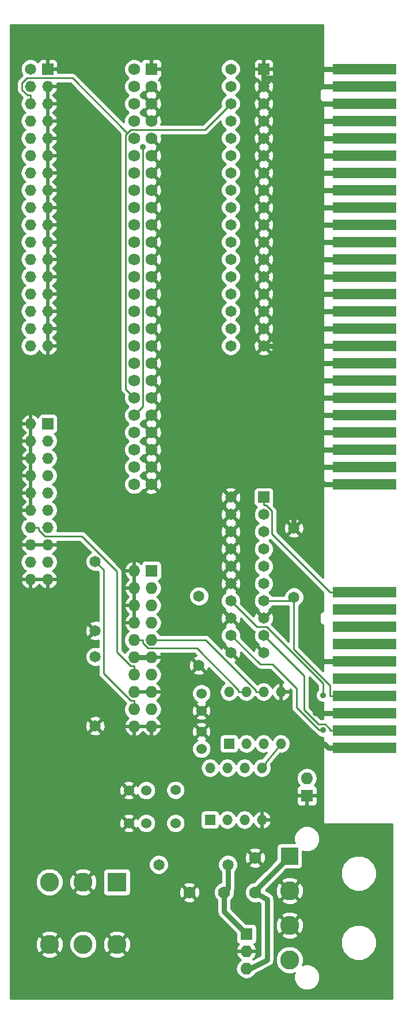
<source format=gtl>
G04 #@! TF.FileFunction,Copper,L1,Top,Signal*
%FSLAX46Y46*%
G04 Gerber Fmt 4.6, Leading zero omitted, Abs format (unit mm)*
G04 Created by KiCad (PCBNEW (after 2015-mar-04 BZR unknown)-product) date Sat 02 Oct 2021 11:04:02 EDT*
%MOMM*%
G01*
G04 APERTURE LIST*
%ADD10C,0.020000*%
%ADD11R,9.398000X1.524000*%
%ADD12C,1.778000*%
%ADD13R,2.540000X2.540000*%
%ADD14C,2.794000*%
%ADD15C,1.524000*%
%ADD16R,1.651000X1.651000*%
%ADD17O,1.651000X1.651000*%
%ADD18R,1.727200X1.727200*%
%ADD19C,1.727200*%
%ADD20C,1.651000*%
%ADD21R,1.524000X1.524000*%
%ADD22O,1.524000X1.524000*%
%ADD23O,1.727200X1.727200*%
%ADD24R,2.794000X2.794000*%
%ADD25R,1.778000X1.778000*%
%ADD26O,1.778000X1.778000*%
%ADD27C,0.889000*%
%ADD28C,0.762000*%
%ADD29C,0.254000*%
G04 APERTURE END LIST*
D10*
D11*
X125349000Y-107314600D03*
X125349000Y-109854600D03*
X125349000Y-112394600D03*
X125349000Y-114934600D03*
X125349000Y-117474600D03*
X125349000Y-120014600D03*
X125349000Y-122554600D03*
X125349000Y-125094600D03*
X125349000Y-127634600D03*
X125349000Y-130174600D03*
X125349000Y-30480000D03*
X125349000Y-33020000D03*
X125349000Y-35560000D03*
X125349000Y-38100000D03*
X125349000Y-40640000D03*
X125349000Y-43180000D03*
X125349000Y-45720000D03*
X125349000Y-48260000D03*
X125349000Y-50800000D03*
X125349000Y-53340000D03*
X125349000Y-55880000D03*
X125349000Y-58420000D03*
X125349000Y-60960000D03*
X125349000Y-63500000D03*
X125349000Y-66040000D03*
X125349000Y-68580000D03*
X125349000Y-71120000D03*
X125349000Y-73660000D03*
X125349000Y-76200000D03*
X125349000Y-78740000D03*
X125349000Y-81280000D03*
X125349000Y-83820000D03*
X125349000Y-86360000D03*
X125349000Y-88900000D03*
X125349000Y-91440000D03*
D12*
X99568000Y-151384000D03*
X104648000Y-151384000D03*
X109220000Y-151384000D03*
X109220000Y-146304000D03*
D13*
X114300000Y-146050000D03*
D14*
X114300000Y-151130000D03*
X114300000Y-156210000D03*
X114300000Y-161290000D03*
D15*
X101346000Y-124714000D03*
X101346000Y-122174000D03*
D16*
X78740000Y-82550000D03*
D17*
X76200000Y-82550000D03*
X78740000Y-85090000D03*
X76200000Y-85090000D03*
X78740000Y-87630000D03*
X76200000Y-87630000D03*
X78740000Y-90170000D03*
X76200000Y-90170000D03*
X78740000Y-92710000D03*
X76200000Y-92710000D03*
X78740000Y-95250000D03*
X76200000Y-95250000D03*
X78740000Y-97790000D03*
X76200000Y-97790000D03*
X78740000Y-100330000D03*
X76200000Y-100330000D03*
X78740000Y-102870000D03*
X76200000Y-102870000D03*
X78740000Y-105410000D03*
X76200000Y-105410000D03*
D18*
X93980000Y-30480000D03*
D19*
X91440000Y-30480000D03*
X93980000Y-33020000D03*
X91440000Y-33020000D03*
X93980000Y-35560000D03*
X91440000Y-35560000D03*
X93980000Y-38100000D03*
X91440000Y-38100000D03*
X93980000Y-40640000D03*
X91440000Y-40640000D03*
X93980000Y-43180000D03*
X91440000Y-43180000D03*
X93980000Y-45720000D03*
X91440000Y-45720000D03*
X93980000Y-48260000D03*
X91440000Y-48260000D03*
X93980000Y-50800000D03*
X91440000Y-50800000D03*
X93980000Y-53340000D03*
X91440000Y-53340000D03*
X93980000Y-55880000D03*
X91440000Y-55880000D03*
X93980000Y-58420000D03*
X91440000Y-58420000D03*
X93980000Y-60960000D03*
X91440000Y-60960000D03*
X93980000Y-63500000D03*
X91440000Y-63500000D03*
X93980000Y-66040000D03*
X91440000Y-66040000D03*
X93980000Y-68580000D03*
X91440000Y-68580000D03*
X93980000Y-71120000D03*
X91440000Y-71120000D03*
X93980000Y-73660000D03*
X91440000Y-73660000D03*
X93980000Y-76200000D03*
X91440000Y-76200000D03*
X93980000Y-78740000D03*
X91440000Y-78740000D03*
X93980000Y-81280000D03*
X91440000Y-81280000D03*
X93980000Y-83820000D03*
X91440000Y-83820000D03*
X93980000Y-86360000D03*
X91440000Y-86360000D03*
X93980000Y-88900000D03*
X91440000Y-88900000D03*
X93980000Y-91440000D03*
X91440000Y-91440000D03*
D16*
X78740000Y-30480000D03*
D20*
X76200000Y-30480000D03*
D17*
X78740000Y-33020000D03*
X76200000Y-33020000D03*
X78740000Y-35560000D03*
X76200000Y-35560000D03*
X78740000Y-38100000D03*
X76200000Y-38100000D03*
X78740000Y-40640000D03*
X76200000Y-40640000D03*
X78740000Y-43180000D03*
X76200000Y-43180000D03*
X78740000Y-45720000D03*
X76200000Y-45720000D03*
X78740000Y-48260000D03*
X76200000Y-48260000D03*
X78740000Y-50800000D03*
X76200000Y-50800000D03*
X78740000Y-53340000D03*
X76200000Y-53340000D03*
X78740000Y-55880000D03*
X76200000Y-55880000D03*
X78740000Y-58420000D03*
X76200000Y-58420000D03*
X78740000Y-60960000D03*
X76200000Y-60960000D03*
X78740000Y-63500000D03*
X76200000Y-63500000D03*
X78740000Y-66040000D03*
X76200000Y-66040000D03*
X78740000Y-68580000D03*
X76200000Y-68580000D03*
X78740000Y-71120000D03*
X76200000Y-71120000D03*
D21*
X105410000Y-129540000D03*
D22*
X113030000Y-121920000D03*
X107950000Y-129540000D03*
X110490000Y-121920000D03*
X110490000Y-129540000D03*
X107950000Y-121920000D03*
X113030000Y-129540000D03*
X105410000Y-121920000D03*
D18*
X93980000Y-104140000D03*
D23*
X91440000Y-104140000D03*
X93980000Y-106680000D03*
X91440000Y-106680000D03*
X93980000Y-109220000D03*
X91440000Y-109220000D03*
X93980000Y-111760000D03*
X91440000Y-111760000D03*
X93980000Y-114300000D03*
X91440000Y-114300000D03*
X93980000Y-116840000D03*
X91440000Y-116840000D03*
X93980000Y-119380000D03*
X91440000Y-119380000D03*
X93980000Y-121920000D03*
X91440000Y-121920000D03*
X93980000Y-124460000D03*
X91440000Y-124460000D03*
X93980000Y-127000000D03*
X91440000Y-127000000D03*
D20*
X114935000Y-97868740D03*
X114935000Y-108028740D03*
X100965000Y-118031260D03*
X100965000Y-107871260D03*
X85725000Y-126921260D03*
X85725000Y-116761260D03*
X85725000Y-112951260D03*
X85725000Y-102791260D03*
X95074740Y-147320000D03*
X105234740Y-147320000D03*
D15*
X101346000Y-127762000D03*
X101346000Y-130302000D03*
X90678000Y-141224000D03*
X93218000Y-141224000D03*
X90678000Y-136398000D03*
X93218000Y-136398000D03*
D21*
X102616000Y-140716000D03*
D22*
X110236000Y-133096000D03*
X105156000Y-140716000D03*
X107696000Y-133096000D03*
X107696000Y-140716000D03*
X105156000Y-133096000D03*
X110236000Y-140716000D03*
X102616000Y-133096000D03*
D24*
X88900000Y-149860000D03*
D14*
X88900000Y-159004000D03*
X83947000Y-149860000D03*
X83947000Y-159004000D03*
X78994000Y-149860000D03*
X78994000Y-159004000D03*
D25*
X116840000Y-137160000D03*
D26*
X116840000Y-134620000D03*
D16*
X110490000Y-93345000D03*
D20*
X105638600Y-93345000D03*
X110490000Y-95885000D03*
X105638600Y-95885000D03*
X110490000Y-98425000D03*
X105638600Y-98425000D03*
X110490000Y-100965000D03*
X105638600Y-100965000D03*
X110490000Y-103505000D03*
X105638600Y-103505000D03*
X110490000Y-106045000D03*
X105638600Y-106045000D03*
X110490000Y-108585000D03*
X105638600Y-108585000D03*
X110490000Y-111125000D03*
X105638600Y-111125000D03*
X110490000Y-113665000D03*
X105638600Y-113665000D03*
X110490000Y-116205000D03*
X105638600Y-116205000D03*
D16*
X110490000Y-30480000D03*
D20*
X105638600Y-30480000D03*
X110490000Y-33020000D03*
X105638600Y-33020000D03*
X110490000Y-35560000D03*
X105638600Y-35560000D03*
X110490000Y-38100000D03*
X105638600Y-38100000D03*
X110490000Y-40640000D03*
X105638600Y-40640000D03*
X110490000Y-43180000D03*
X105638600Y-43180000D03*
X110490000Y-45720000D03*
X105638600Y-45720000D03*
X110490000Y-48260000D03*
X105638600Y-48260000D03*
X110490000Y-50800000D03*
X105638600Y-50800000D03*
X110490000Y-53340000D03*
X105638600Y-53340000D03*
X110490000Y-55880000D03*
X105638600Y-55880000D03*
X110490000Y-58420000D03*
X105638600Y-58420000D03*
X110490000Y-60960000D03*
X105638600Y-60960000D03*
X110490000Y-63500000D03*
X105638600Y-63500000D03*
X110490000Y-66040000D03*
X105638600Y-66040000D03*
X110490000Y-68580000D03*
X105638600Y-68580000D03*
X110490000Y-71120000D03*
X105638600Y-71120000D03*
D25*
X107950000Y-157480000D03*
D26*
X107950000Y-160020000D03*
X107950000Y-162560000D03*
D15*
X97536000Y-141224000D03*
X97536000Y-136344000D03*
D27*
X119189520Y-122428000D03*
X119226600Y-127544800D03*
X92710000Y-41910000D03*
X118110000Y-117475000D03*
X118110000Y-129540000D03*
X118110000Y-125095000D03*
D28*
X107950000Y-162560000D02*
X108458000Y-162560000D01*
X108458000Y-162560000D02*
X110998000Y-161290000D01*
X110998000Y-152400000D02*
X109220000Y-151384000D01*
X110998000Y-161290000D02*
X110998000Y-152400000D01*
X109220000Y-151384000D02*
X109220000Y-151130000D01*
X109220000Y-151130000D02*
X114300000Y-146050000D01*
X107950000Y-162560000D02*
X108204000Y-162560000D01*
D29*
X110867200Y-94551800D02*
X110490000Y-94551800D01*
X111696800Y-95381400D02*
X110867200Y-94551800D01*
X111696800Y-98742700D02*
X111696800Y-95381400D01*
X120268700Y-107314600D02*
X111696800Y-98742700D01*
X125730000Y-107314600D02*
X120268700Y-107314600D01*
X110490000Y-93345000D02*
X110490000Y-94551800D01*
X125730000Y-122554600D02*
X120268700Y-122554600D01*
X114935000Y-108585000D02*
X110490000Y-108585000D01*
X114935000Y-115684200D02*
X114935000Y-108585000D01*
X120268700Y-121017900D02*
X114935000Y-115684200D01*
X120268700Y-122554600D02*
X120268700Y-121017900D01*
X114935000Y-108585000D02*
X114935000Y-108028700D01*
X105638600Y-108585000D02*
X109448600Y-112395000D01*
X109448600Y-112395000D02*
X110926800Y-112395000D01*
X110926800Y-112395000D02*
X119189520Y-120657720D01*
X119189520Y-120657720D02*
X119189520Y-122428000D01*
X125730000Y-127634600D02*
X120268700Y-127634600D01*
X116419300Y-119594300D02*
X110490000Y-113665000D01*
X116419300Y-124585400D02*
X116419300Y-119594300D01*
X118552900Y-126719000D02*
X116419300Y-124585400D01*
X119568700Y-126719000D02*
X118552900Y-126719000D01*
X120268700Y-127419000D02*
X119568700Y-126719000D01*
X120268700Y-127634600D02*
X120268700Y-127419000D01*
X109982000Y-117856000D02*
X105638600Y-113665000D01*
X111760000Y-117856000D02*
X109982000Y-117856000D01*
X115316000Y-121412000D02*
X111760000Y-117856000D01*
X115316000Y-124206000D02*
X115316000Y-121412000D01*
X118659700Y-127544800D02*
X115316000Y-124206000D01*
X119226600Y-127544800D02*
X118659700Y-127544800D01*
X90188800Y-40130700D02*
X90449300Y-39870200D01*
X90188800Y-77488800D02*
X90188800Y-40130700D01*
X91440000Y-78740000D02*
X90188800Y-77488800D01*
X101828600Y-39370000D02*
X105638600Y-35560000D01*
X90949500Y-39370000D02*
X101828600Y-39370000D01*
X90449300Y-39870200D02*
X90949500Y-39370000D01*
X75698900Y-31813100D02*
X82392200Y-31813100D01*
X74985500Y-32526500D02*
X75698900Y-31813100D01*
X74985500Y-33515800D02*
X74985500Y-32526500D01*
X82392200Y-31813100D02*
X90449300Y-39870200D01*
X75822900Y-34353200D02*
X74985500Y-33515800D01*
X76200000Y-34353200D02*
X75822900Y-34353200D01*
X76200000Y-35560000D02*
X76200000Y-34353200D01*
X92710000Y-80010000D02*
X91440000Y-81280000D01*
X92710000Y-41910000D02*
X92710000Y-80010000D01*
D28*
X85725000Y-112951300D02*
X85550900Y-112951300D01*
X118110000Y-86360000D02*
X118110000Y-88900000D01*
X118110000Y-83820000D02*
X118110000Y-86360000D01*
X118110000Y-81280000D02*
X118110000Y-83820000D01*
X118110000Y-78740000D02*
X118110000Y-81280000D01*
X118110000Y-76200000D02*
X118110000Y-78740000D01*
X118110000Y-73660000D02*
X118110000Y-76200000D01*
X118110000Y-71120000D02*
X118110000Y-73660000D01*
X118110000Y-68580000D02*
X118110000Y-71120000D01*
X118110000Y-66040000D02*
X118110000Y-68580000D01*
X118110000Y-63500000D02*
X118110000Y-66040000D01*
X118110000Y-60960000D02*
X118110000Y-63500000D01*
X118110000Y-58420000D02*
X118110000Y-60960000D01*
X118110000Y-55880000D02*
X118110000Y-58420000D01*
X118110000Y-53340000D02*
X118110000Y-55880000D01*
X118110000Y-50800000D02*
X118110000Y-53340000D01*
X118110000Y-48260000D02*
X118110000Y-50800000D01*
X118110000Y-45720000D02*
X118110000Y-48260000D01*
X118110000Y-43180000D02*
X118110000Y-45720000D01*
X118110000Y-40640000D02*
X118110000Y-43180000D01*
X118110000Y-38100000D02*
X118110000Y-40640000D01*
X118110000Y-35560000D02*
X118110000Y-38100000D01*
X118110000Y-33020000D02*
X118110000Y-35560000D01*
X125730000Y-88900000D02*
X118110000Y-88900000D01*
X125730000Y-86360000D02*
X118110000Y-86360000D01*
X125730000Y-83820000D02*
X118110000Y-83820000D01*
X125730000Y-81280000D02*
X118110000Y-81280000D01*
X125730000Y-78740000D02*
X118110000Y-78740000D01*
X125730000Y-76200000D02*
X118110000Y-76200000D01*
X125730000Y-73660000D02*
X118110000Y-73660000D01*
X125730000Y-71120000D02*
X118110000Y-71120000D01*
X125730000Y-68580000D02*
X118110000Y-68580000D01*
X125730000Y-66040000D02*
X118110000Y-66040000D01*
X125730000Y-63500000D02*
X118110000Y-63500000D01*
X125730000Y-60960000D02*
X118110000Y-60960000D01*
X125730000Y-58420000D02*
X118110000Y-58420000D01*
X125730000Y-55880000D02*
X118110000Y-55880000D01*
X125730000Y-53340000D02*
X118110000Y-53340000D01*
X125730000Y-50800000D02*
X118110000Y-50800000D01*
X125730000Y-48260000D02*
X118110000Y-48260000D01*
X125730000Y-45720000D02*
X118110000Y-45720000D01*
X125730000Y-43180000D02*
X118110000Y-43180000D01*
X125730000Y-40640000D02*
X118110000Y-40640000D01*
X125730000Y-38100000D02*
X118110000Y-38100000D01*
X125730000Y-35560000D02*
X118110000Y-35560000D01*
X125730000Y-33020000D02*
X118110000Y-33020000D01*
X125730000Y-117475000D02*
X125729600Y-117475000D01*
X125729600Y-117475000D02*
X118110000Y-117475000D01*
X125729600Y-117475000D02*
X125730000Y-117474600D01*
X93980000Y-116840000D02*
X91440000Y-116840000D01*
X118110400Y-125094600D02*
X118110000Y-125095000D01*
X125730000Y-125094600D02*
X118110400Y-125094600D01*
X110490000Y-31750000D02*
X118110000Y-31750000D01*
X110490000Y-33020000D02*
X110490000Y-31750000D01*
X110490000Y-31750000D02*
X110490000Y-30480000D01*
X118110000Y-31115000D02*
X118110000Y-31750000D01*
X118745000Y-30480000D02*
X118110000Y-31115000D01*
X125730000Y-30480000D02*
X118745000Y-30480000D01*
X118110000Y-31750000D02*
X118110000Y-33020000D01*
X119380100Y-129540000D02*
X120014700Y-130174600D01*
X118110000Y-129540000D02*
X119380100Y-129540000D01*
X125730000Y-130174600D02*
X120014700Y-130174600D01*
X118110000Y-88900000D02*
X118110000Y-90170000D01*
X119380000Y-91440000D02*
X125730000Y-91440000D01*
X118745000Y-90805000D02*
X119380000Y-91440000D01*
X114935000Y-94615000D02*
X114935000Y-97868700D01*
X118745000Y-90805000D02*
X114935000Y-94615000D01*
X118110000Y-90170000D02*
X118745000Y-90805000D01*
X108813600Y-90170000D02*
X118110000Y-90170000D01*
X105638600Y-93345000D02*
X108813600Y-90170000D01*
X110490000Y-71120000D02*
X118110000Y-71120000D01*
D29*
X77406800Y-98165000D02*
X77406800Y-97790000D01*
X78301800Y-99060000D02*
X77406800Y-98165000D01*
X83721500Y-99060000D02*
X78301800Y-99060000D01*
X88925100Y-104263600D02*
X83721500Y-99060000D01*
X88925100Y-116087100D02*
X88925100Y-104263600D01*
X90973100Y-118135100D02*
X88925100Y-116087100D01*
X91440000Y-118135100D02*
X90973100Y-118135100D01*
X76200000Y-97790000D02*
X77406800Y-97790000D01*
X91440000Y-119380000D02*
X91440000Y-118135100D01*
X91440000Y-124460000D02*
X91440000Y-123215100D01*
X86931900Y-103998200D02*
X86931900Y-119222800D01*
X86931900Y-119222800D02*
X90924200Y-123215100D01*
X90924200Y-123215100D02*
X91440000Y-123215100D01*
X85725000Y-102791300D02*
X86931900Y-103998200D01*
X109346700Y-121699800D02*
X109346700Y-121920000D01*
X101946900Y-114300000D02*
X109346700Y-121699800D01*
X93980000Y-114300000D02*
X101946900Y-114300000D01*
X110490000Y-121920000D02*
X109346700Y-121920000D01*
X91440000Y-114300000D02*
X92684900Y-114300000D01*
X107950000Y-121920000D02*
X106806700Y-121920000D01*
X106806700Y-121683200D02*
X106806700Y-121920000D01*
X100668400Y-115544900D02*
X106806700Y-121683200D01*
X93462900Y-115544900D02*
X100668400Y-115544900D01*
X92684900Y-114766900D02*
X93462900Y-115544900D01*
X92684900Y-114300000D02*
X92684900Y-114766900D01*
X110744000Y-133096000D02*
X110744000Y-132334000D01*
X110744000Y-132334000D02*
X113030000Y-129540000D01*
D28*
X107950000Y-157480000D02*
X104648000Y-154178000D01*
X104648000Y-154178000D02*
X104648000Y-151384000D01*
X104648000Y-151384000D02*
X105234740Y-150797260D01*
X105234740Y-150797260D02*
X105234740Y-147320000D01*
D29*
G36*
X119253000Y-118924570D02*
X115697000Y-115368570D01*
X115697000Y-109294151D01*
X115761226Y-109267614D01*
X116172430Y-108857127D01*
X116395246Y-108320526D01*
X116395753Y-107739503D01*
X116173874Y-107202514D01*
X115763387Y-106791310D01*
X115226786Y-106568494D01*
X114645763Y-106567987D01*
X114108774Y-106789866D01*
X113697570Y-107200353D01*
X113474754Y-107736954D01*
X113474678Y-107823000D01*
X111755411Y-107823000D01*
X111728874Y-107758774D01*
X111318387Y-107347570D01*
X111240421Y-107315195D01*
X111316226Y-107283874D01*
X111727430Y-106873387D01*
X111950246Y-106336786D01*
X111950753Y-105755763D01*
X111728874Y-105218774D01*
X111318387Y-104807570D01*
X111240421Y-104775195D01*
X111316226Y-104743874D01*
X111727430Y-104333387D01*
X111950246Y-103796786D01*
X111950753Y-103215763D01*
X111728874Y-102678774D01*
X111318387Y-102267570D01*
X111240421Y-102235195D01*
X111316226Y-102203874D01*
X111727430Y-101793387D01*
X111950246Y-101256786D01*
X111950753Y-100675763D01*
X111728874Y-100138774D01*
X111318387Y-99727570D01*
X111240421Y-99695195D01*
X111316226Y-99663874D01*
X111428382Y-99551912D01*
X119253000Y-107376530D01*
X119253000Y-110084262D01*
X119117862Y-110111143D01*
X118895632Y-110259632D01*
X118747143Y-110481862D01*
X118695000Y-110744000D01*
X118695000Y-111506000D01*
X118747143Y-111768138D01*
X118895632Y-111990368D01*
X119117862Y-112138857D01*
X119253000Y-112165737D01*
X119253000Y-118924570D01*
X119253000Y-118924570D01*
G37*
X119253000Y-118924570D02*
X115697000Y-115368570D01*
X115697000Y-109294151D01*
X115761226Y-109267614D01*
X116172430Y-108857127D01*
X116395246Y-108320526D01*
X116395753Y-107739503D01*
X116173874Y-107202514D01*
X115763387Y-106791310D01*
X115226786Y-106568494D01*
X114645763Y-106567987D01*
X114108774Y-106789866D01*
X113697570Y-107200353D01*
X113474754Y-107736954D01*
X113474678Y-107823000D01*
X111755411Y-107823000D01*
X111728874Y-107758774D01*
X111318387Y-107347570D01*
X111240421Y-107315195D01*
X111316226Y-107283874D01*
X111727430Y-106873387D01*
X111950246Y-106336786D01*
X111950753Y-105755763D01*
X111728874Y-105218774D01*
X111318387Y-104807570D01*
X111240421Y-104775195D01*
X111316226Y-104743874D01*
X111727430Y-104333387D01*
X111950246Y-103796786D01*
X111950753Y-103215763D01*
X111728874Y-102678774D01*
X111318387Y-102267570D01*
X111240421Y-102235195D01*
X111316226Y-102203874D01*
X111727430Y-101793387D01*
X111950246Y-101256786D01*
X111950753Y-100675763D01*
X111728874Y-100138774D01*
X111318387Y-99727570D01*
X111240421Y-99695195D01*
X111316226Y-99663874D01*
X111428382Y-99551912D01*
X119253000Y-107376530D01*
X119253000Y-110084262D01*
X119117862Y-110111143D01*
X118895632Y-110259632D01*
X118747143Y-110481862D01*
X118695000Y-110744000D01*
X118695000Y-111506000D01*
X118747143Y-111768138D01*
X118895632Y-111990368D01*
X119117862Y-112138857D01*
X119253000Y-112165737D01*
X119253000Y-118924570D01*
G36*
X119253000Y-125957000D02*
X118868530Y-125957000D01*
X117181300Y-124269770D01*
X117181300Y-119727130D01*
X118427520Y-120973350D01*
X118427520Y-121663358D01*
X118274898Y-121815714D01*
X118110207Y-122212332D01*
X118109833Y-122641784D01*
X118273831Y-123038689D01*
X118577234Y-123342622D01*
X118973852Y-123507313D01*
X119253000Y-123507556D01*
X119253000Y-125957000D01*
X119253000Y-125957000D01*
G37*
X119253000Y-125957000D02*
X118868530Y-125957000D01*
X117181300Y-124269770D01*
X117181300Y-119727130D01*
X118427520Y-120973350D01*
X118427520Y-121663358D01*
X118274898Y-121815714D01*
X118110207Y-122212332D01*
X118109833Y-122641784D01*
X118273831Y-123038689D01*
X118577234Y-123342622D01*
X118973852Y-123507313D01*
X119253000Y-123507556D01*
X119253000Y-125957000D01*
G36*
X129413000Y-167005000D02*
X127089355Y-167005000D01*
X127089355Y-158229374D01*
X127089355Y-148069374D01*
X126689972Y-147102793D01*
X125951096Y-146362627D01*
X124985215Y-145961558D01*
X123939374Y-145960645D01*
X122972793Y-146360028D01*
X122232627Y-147098904D01*
X121831558Y-148064785D01*
X121830645Y-149110626D01*
X122230028Y-150077207D01*
X122968904Y-150817373D01*
X123934785Y-151218442D01*
X124980626Y-151219355D01*
X125947207Y-150819972D01*
X126687373Y-150081096D01*
X127088442Y-149115215D01*
X127089355Y-148069374D01*
X127089355Y-158229374D01*
X126689972Y-157262793D01*
X125951096Y-156522627D01*
X124985215Y-156121558D01*
X123939374Y-156120645D01*
X122972793Y-156520028D01*
X122232627Y-157258904D01*
X121831558Y-158224785D01*
X121830645Y-159270626D01*
X122230028Y-160237207D01*
X122968904Y-160977373D01*
X123934785Y-161378442D01*
X124980626Y-161379355D01*
X125947207Y-160979972D01*
X126687373Y-160241096D01*
X127088442Y-159275215D01*
X127089355Y-158229374D01*
X127089355Y-167005000D01*
X118745330Y-167005000D01*
X118745330Y-163452735D01*
X118745330Y-143132735D01*
X118455922Y-142432314D01*
X118364000Y-142340231D01*
X118364000Y-138175309D01*
X118364000Y-137445750D01*
X118364000Y-136874250D01*
X118364000Y-136144691D01*
X118267327Y-135911302D01*
X118088699Y-135732673D01*
X117952000Y-135676050D01*
X118247992Y-135233067D01*
X118364000Y-134649857D01*
X118364000Y-134590143D01*
X118247992Y-134006933D01*
X117917631Y-133512512D01*
X117423210Y-133182151D01*
X116840000Y-133066143D01*
X116256790Y-133182151D01*
X115762369Y-133512512D01*
X115432008Y-134006933D01*
X115316000Y-134590143D01*
X115316000Y-134649857D01*
X115432008Y-135233067D01*
X115727999Y-135676050D01*
X115591301Y-135732673D01*
X115412673Y-135911302D01*
X115316000Y-136144691D01*
X115316000Y-136874250D01*
X115474750Y-137033000D01*
X116713000Y-137033000D01*
X116713000Y-137013000D01*
X116967000Y-137013000D01*
X116967000Y-137033000D01*
X118205250Y-137033000D01*
X118364000Y-136874250D01*
X118364000Y-137445750D01*
X118205250Y-137287000D01*
X116967000Y-137287000D01*
X116967000Y-138525250D01*
X117125750Y-138684000D01*
X117602691Y-138684000D01*
X117855310Y-138684000D01*
X118088699Y-138587327D01*
X118267327Y-138408698D01*
X118364000Y-138175309D01*
X118364000Y-142340231D01*
X117920505Y-141895961D01*
X117220590Y-141605332D01*
X116713000Y-141604888D01*
X116713000Y-138525250D01*
X116713000Y-137287000D01*
X115474750Y-137287000D01*
X115316000Y-137445750D01*
X115316000Y-138175309D01*
X115412673Y-138408698D01*
X115591301Y-138587327D01*
X115824690Y-138684000D01*
X116077309Y-138684000D01*
X116554250Y-138684000D01*
X116713000Y-138525250D01*
X116713000Y-141604888D01*
X116462735Y-141604670D01*
X115762314Y-141894078D01*
X115225961Y-142429495D01*
X114935332Y-143129410D01*
X114934670Y-143887265D01*
X115036023Y-144132560D01*
X114427000Y-144132560D01*
X114427000Y-129567369D01*
X114427000Y-129512631D01*
X114384231Y-129297616D01*
X114384231Y-122263072D01*
X114262476Y-122047000D01*
X113157000Y-122047000D01*
X113157000Y-123151720D01*
X113373070Y-123274220D01*
X113744997Y-123120174D01*
X114149858Y-122755199D01*
X114384231Y-122263072D01*
X114384231Y-129297616D01*
X114320660Y-128978022D01*
X114017828Y-128524803D01*
X113564609Y-128221971D01*
X113030000Y-128115631D01*
X112903000Y-128140892D01*
X112903000Y-123151720D01*
X112903000Y-122047000D01*
X112883000Y-122047000D01*
X112883000Y-121793000D01*
X112903000Y-121793000D01*
X112903000Y-120688280D01*
X112686930Y-120565780D01*
X112315003Y-120719826D01*
X111910142Y-121084801D01*
X111780287Y-121357464D01*
X111477828Y-120904803D01*
X111024609Y-120601971D01*
X110490000Y-120495631D01*
X109955391Y-120601971D01*
X109578399Y-120853868D01*
X106264092Y-117539561D01*
X106407944Y-117479976D01*
X106485210Y-117231215D01*
X105638600Y-116384605D01*
X105624457Y-116398747D01*
X105444852Y-116219142D01*
X105458995Y-116205000D01*
X104612385Y-115358390D01*
X104363624Y-115435656D01*
X104309645Y-115585115D01*
X102485715Y-113761185D01*
X102425753Y-113721119D01*
X102425753Y-107582023D01*
X102203874Y-107045034D01*
X101793387Y-106633830D01*
X101256786Y-106411014D01*
X100675763Y-106410507D01*
X100138774Y-106632386D01*
X99727570Y-107042873D01*
X99504754Y-107579474D01*
X99504247Y-108160497D01*
X99726126Y-108697486D01*
X100136613Y-109108690D01*
X100673214Y-109331506D01*
X101254237Y-109332013D01*
X101791226Y-109110134D01*
X102202430Y-108699647D01*
X102425246Y-108163046D01*
X102425753Y-107582023D01*
X102425753Y-113721119D01*
X102238505Y-113596004D01*
X101946900Y-113538000D01*
X95258183Y-113538000D01*
X95039670Y-113210971D01*
X94768827Y-113030000D01*
X95039670Y-112849029D01*
X95364526Y-112362848D01*
X95478600Y-111789359D01*
X95478600Y-111730641D01*
X95364526Y-111157152D01*
X95039670Y-110670971D01*
X94768827Y-110490000D01*
X95039670Y-110309029D01*
X95364526Y-109822848D01*
X95478600Y-109249359D01*
X95478600Y-109190641D01*
X95364526Y-108617152D01*
X95039670Y-108130971D01*
X94768827Y-107950000D01*
X95039670Y-107769029D01*
X95364526Y-107282848D01*
X95478600Y-106709359D01*
X95478600Y-106650641D01*
X95364526Y-106077152D01*
X95052699Y-105610470D01*
X95085723Y-105604063D01*
X95298527Y-105464273D01*
X95440977Y-105253240D01*
X95491040Y-105003600D01*
X95491040Y-103276400D01*
X95490248Y-103272317D01*
X95490248Y-91671970D01*
X95490248Y-89131970D01*
X95490248Y-86591970D01*
X95490248Y-84051970D01*
X95490248Y-81511970D01*
X95490248Y-78971970D01*
X95490248Y-76431970D01*
X95490248Y-73891970D01*
X95490248Y-71351970D01*
X95490248Y-68811970D01*
X95490248Y-66271970D01*
X95490248Y-63731970D01*
X95490248Y-61191970D01*
X95490248Y-58651970D01*
X95490248Y-56111970D01*
X95490248Y-53571970D01*
X95490248Y-51031970D01*
X95490248Y-48491970D01*
X95490248Y-45951970D01*
X95490248Y-43411970D01*
X95464058Y-42816365D01*
X95286516Y-42387741D01*
X95033805Y-42305800D01*
X94159605Y-43180000D01*
X95033805Y-44054200D01*
X95286516Y-43972259D01*
X95490248Y-43411970D01*
X95490248Y-45951970D01*
X95464058Y-45356365D01*
X95286516Y-44927741D01*
X95033805Y-44845800D01*
X94159605Y-45720000D01*
X95033805Y-46594200D01*
X95286516Y-46512259D01*
X95490248Y-45951970D01*
X95490248Y-48491970D01*
X95464058Y-47896365D01*
X95286516Y-47467741D01*
X95033805Y-47385800D01*
X94159605Y-48260000D01*
X95033805Y-49134200D01*
X95286516Y-49052259D01*
X95490248Y-48491970D01*
X95490248Y-51031970D01*
X95464058Y-50436365D01*
X95286516Y-50007741D01*
X95033805Y-49925800D01*
X94159605Y-50800000D01*
X95033805Y-51674200D01*
X95286516Y-51592259D01*
X95490248Y-51031970D01*
X95490248Y-53571970D01*
X95464058Y-52976365D01*
X95286516Y-52547741D01*
X95033805Y-52465800D01*
X94159605Y-53340000D01*
X95033805Y-54214200D01*
X95286516Y-54132259D01*
X95490248Y-53571970D01*
X95490248Y-56111970D01*
X95464058Y-55516365D01*
X95286516Y-55087741D01*
X95033805Y-55005800D01*
X94159605Y-55880000D01*
X95033805Y-56754200D01*
X95286516Y-56672259D01*
X95490248Y-56111970D01*
X95490248Y-58651970D01*
X95464058Y-58056365D01*
X95286516Y-57627741D01*
X95033805Y-57545800D01*
X94159605Y-58420000D01*
X95033805Y-59294200D01*
X95286516Y-59212259D01*
X95490248Y-58651970D01*
X95490248Y-61191970D01*
X95464058Y-60596365D01*
X95286516Y-60167741D01*
X95033805Y-60085800D01*
X94159605Y-60960000D01*
X95033805Y-61834200D01*
X95286516Y-61752259D01*
X95490248Y-61191970D01*
X95490248Y-63731970D01*
X95464058Y-63136365D01*
X95286516Y-62707741D01*
X95033805Y-62625800D01*
X94159605Y-63500000D01*
X95033805Y-64374200D01*
X95286516Y-64292259D01*
X95490248Y-63731970D01*
X95490248Y-66271970D01*
X95464058Y-65676365D01*
X95286516Y-65247741D01*
X95033805Y-65165800D01*
X94159605Y-66040000D01*
X95033805Y-66914200D01*
X95286516Y-66832259D01*
X95490248Y-66271970D01*
X95490248Y-68811970D01*
X95464058Y-68216365D01*
X95286516Y-67787741D01*
X95033805Y-67705800D01*
X94159605Y-68580000D01*
X95033805Y-69454200D01*
X95286516Y-69372259D01*
X95490248Y-68811970D01*
X95490248Y-71351970D01*
X95464058Y-70756365D01*
X95286516Y-70327741D01*
X95033805Y-70245800D01*
X94159605Y-71120000D01*
X95033805Y-71994200D01*
X95286516Y-71912259D01*
X95490248Y-71351970D01*
X95490248Y-73891970D01*
X95464058Y-73296365D01*
X95286516Y-72867741D01*
X95033805Y-72785800D01*
X94159605Y-73660000D01*
X95033805Y-74534200D01*
X95286516Y-74452259D01*
X95490248Y-73891970D01*
X95490248Y-76431970D01*
X95464058Y-75836365D01*
X95286516Y-75407741D01*
X95033805Y-75325800D01*
X94159605Y-76200000D01*
X95033805Y-77074200D01*
X95286516Y-76992259D01*
X95490248Y-76431970D01*
X95490248Y-78971970D01*
X95464058Y-78376365D01*
X95286516Y-77947741D01*
X95033805Y-77865800D01*
X94159605Y-78740000D01*
X95033805Y-79614200D01*
X95286516Y-79532259D01*
X95490248Y-78971970D01*
X95490248Y-81511970D01*
X95464058Y-80916365D01*
X95286516Y-80487741D01*
X95033805Y-80405800D01*
X94159605Y-81280000D01*
X95033805Y-82154200D01*
X95286516Y-82072259D01*
X95490248Y-81511970D01*
X95490248Y-84051970D01*
X95464058Y-83456365D01*
X95286516Y-83027741D01*
X95033805Y-82945800D01*
X94854200Y-83125405D01*
X94854200Y-82766195D01*
X94784099Y-82550000D01*
X94854200Y-82333805D01*
X93980000Y-81459605D01*
X93105800Y-82333805D01*
X93175900Y-82550000D01*
X93105800Y-82766195D01*
X93980000Y-83640395D01*
X94854200Y-82766195D01*
X94854200Y-83125405D01*
X94159605Y-83820000D01*
X95033805Y-84694200D01*
X95286516Y-84612259D01*
X95490248Y-84051970D01*
X95490248Y-86591970D01*
X95464058Y-85996365D01*
X95286516Y-85567741D01*
X95033805Y-85485800D01*
X94854200Y-85665405D01*
X94854200Y-85306195D01*
X94784099Y-85090000D01*
X94854200Y-84873805D01*
X93980000Y-83999605D01*
X93105800Y-84873805D01*
X93175900Y-85090000D01*
X93105800Y-85306195D01*
X93980000Y-86180395D01*
X94854200Y-85306195D01*
X94854200Y-85665405D01*
X94159605Y-86360000D01*
X95033805Y-87234200D01*
X95286516Y-87152259D01*
X95490248Y-86591970D01*
X95490248Y-89131970D01*
X95464058Y-88536365D01*
X95286516Y-88107741D01*
X95033805Y-88025800D01*
X94854200Y-88205405D01*
X94854200Y-87846195D01*
X94784099Y-87630000D01*
X94854200Y-87413805D01*
X93980000Y-86539605D01*
X93105800Y-87413805D01*
X93175900Y-87630000D01*
X93105800Y-87846195D01*
X93980000Y-88720395D01*
X94854200Y-87846195D01*
X94854200Y-88205405D01*
X94159605Y-88900000D01*
X95033805Y-89774200D01*
X95286516Y-89692259D01*
X95490248Y-89131970D01*
X95490248Y-91671970D01*
X95464058Y-91076365D01*
X95286516Y-90647741D01*
X95033805Y-90565800D01*
X94854200Y-90745405D01*
X94854200Y-90386195D01*
X94784099Y-90170000D01*
X94854200Y-89953805D01*
X93980000Y-89079605D01*
X93105800Y-89953805D01*
X93175900Y-90170000D01*
X93105800Y-90386195D01*
X93980000Y-91260395D01*
X94854200Y-90386195D01*
X94854200Y-90745405D01*
X94159605Y-91440000D01*
X95033805Y-92314200D01*
X95286516Y-92232259D01*
X95490248Y-91671970D01*
X95490248Y-103272317D01*
X95444063Y-103034277D01*
X95304273Y-102821473D01*
X95093240Y-102679023D01*
X94854200Y-102631085D01*
X94854200Y-92493805D01*
X93980000Y-91619605D01*
X93105800Y-92493805D01*
X93187741Y-92746516D01*
X93748030Y-92950248D01*
X94343635Y-92924058D01*
X94772259Y-92746516D01*
X94854200Y-92493805D01*
X94854200Y-102631085D01*
X94843600Y-102628960D01*
X93116400Y-102628960D01*
X92874277Y-102675937D01*
X92661473Y-102815727D01*
X92519023Y-103026760D01*
X92500698Y-103118135D01*
X92214947Y-102857312D01*
X91799026Y-102685042D01*
X91567000Y-102806183D01*
X91567000Y-104013000D01*
X91587000Y-104013000D01*
X91587000Y-104267000D01*
X91567000Y-104267000D01*
X91567000Y-105346183D01*
X91567000Y-105473817D01*
X91567000Y-106553000D01*
X91587000Y-106553000D01*
X91587000Y-106807000D01*
X91567000Y-106807000D01*
X91567000Y-107886183D01*
X91567000Y-108013817D01*
X91567000Y-109093000D01*
X91587000Y-109093000D01*
X91587000Y-109347000D01*
X91567000Y-109347000D01*
X91567000Y-110426183D01*
X91567000Y-110553817D01*
X91567000Y-111633000D01*
X91587000Y-111633000D01*
X91587000Y-111887000D01*
X91567000Y-111887000D01*
X91567000Y-111907000D01*
X91313000Y-111907000D01*
X91313000Y-111887000D01*
X91313000Y-111633000D01*
X91313000Y-110553817D01*
X91313000Y-110426183D01*
X91313000Y-109347000D01*
X91313000Y-109093000D01*
X91313000Y-108013817D01*
X91313000Y-107886183D01*
X91313000Y-106807000D01*
X91313000Y-106553000D01*
X91313000Y-105473817D01*
X91313000Y-105346183D01*
X91313000Y-104267000D01*
X91313000Y-104013000D01*
X91313000Y-102806183D01*
X91080974Y-102685042D01*
X90665053Y-102857312D01*
X90233179Y-103251510D01*
X89985032Y-103780973D01*
X90105531Y-104013000D01*
X91313000Y-104013000D01*
X91313000Y-104267000D01*
X90105531Y-104267000D01*
X89985032Y-104499027D01*
X90233179Y-105028490D01*
X90651152Y-105410000D01*
X90233179Y-105791510D01*
X89985032Y-106320973D01*
X90105531Y-106553000D01*
X91313000Y-106553000D01*
X91313000Y-106807000D01*
X90105531Y-106807000D01*
X89985032Y-107039027D01*
X90233179Y-107568490D01*
X90651152Y-107950000D01*
X90233179Y-108331510D01*
X89985032Y-108860973D01*
X90105531Y-109093000D01*
X91313000Y-109093000D01*
X91313000Y-109347000D01*
X90105531Y-109347000D01*
X89985032Y-109579027D01*
X90233179Y-110108490D01*
X90651152Y-110490000D01*
X90233179Y-110871510D01*
X89985032Y-111400973D01*
X90105531Y-111633000D01*
X91313000Y-111633000D01*
X91313000Y-111887000D01*
X90105531Y-111887000D01*
X89985032Y-112119027D01*
X90233179Y-112648490D01*
X90651160Y-113030007D01*
X90380330Y-113210971D01*
X90055474Y-113697152D01*
X89941400Y-114270641D01*
X89941400Y-114329359D01*
X90055474Y-114902848D01*
X90380330Y-115389029D01*
X90651160Y-115569992D01*
X90233179Y-115951510D01*
X90116370Y-116200740D01*
X89687100Y-115771469D01*
X89687100Y-104263600D01*
X89629096Y-103971996D01*
X89629096Y-103971995D01*
X89562934Y-103872976D01*
X89463916Y-103724785D01*
X84260315Y-98521185D01*
X84013105Y-98356004D01*
X83721500Y-98298000D01*
X80128065Y-98298000D01*
X80229113Y-97790000D01*
X80117939Y-97231091D01*
X79801342Y-96757271D01*
X79446241Y-96519999D01*
X79801342Y-96282729D01*
X80117939Y-95808909D01*
X80229113Y-95250000D01*
X80117939Y-94691091D01*
X79801342Y-94217271D01*
X79446241Y-93980000D01*
X79801342Y-93742729D01*
X80117939Y-93268909D01*
X80229113Y-92710000D01*
X80117939Y-92151091D01*
X79801342Y-91677271D01*
X79446241Y-91440000D01*
X79801342Y-91202729D01*
X80117939Y-90728909D01*
X80229113Y-90170000D01*
X80117939Y-89611091D01*
X79801342Y-89137271D01*
X79446241Y-88900000D01*
X79801342Y-88662729D01*
X80117939Y-88188909D01*
X80229113Y-87630000D01*
X80117939Y-87071091D01*
X79801342Y-86597271D01*
X79446241Y-86360000D01*
X79801342Y-86122729D01*
X80117939Y-85648909D01*
X80229113Y-85090000D01*
X80117939Y-84531091D01*
X79801342Y-84057271D01*
X79708452Y-83995204D01*
X79807623Y-83975963D01*
X80020427Y-83836173D01*
X80162877Y-83625140D01*
X80212940Y-83375500D01*
X80212940Y-81724500D01*
X80165963Y-81482377D01*
X80157188Y-81469018D01*
X80157188Y-71473044D01*
X80157188Y-70766956D01*
X79991751Y-70367530D01*
X79608509Y-69945784D01*
X79405312Y-69850000D01*
X79608509Y-69754216D01*
X79991751Y-69332470D01*
X80157188Y-68933044D01*
X80157188Y-68226956D01*
X79991751Y-67827530D01*
X79608509Y-67405784D01*
X79405312Y-67310000D01*
X79608509Y-67214216D01*
X79991751Y-66792470D01*
X80157188Y-66393044D01*
X80157188Y-65686956D01*
X79991751Y-65287530D01*
X79608509Y-64865784D01*
X79405312Y-64770000D01*
X79608509Y-64674216D01*
X79991751Y-64252470D01*
X80157188Y-63853044D01*
X80157188Y-63146956D01*
X79991751Y-62747530D01*
X79608509Y-62325784D01*
X79405312Y-62230000D01*
X79608509Y-62134216D01*
X79991751Y-61712470D01*
X80157188Y-61313044D01*
X80157188Y-60606956D01*
X79991751Y-60207530D01*
X79608509Y-59785784D01*
X79405312Y-59690000D01*
X79608509Y-59594216D01*
X79991751Y-59172470D01*
X80157188Y-58773044D01*
X80157188Y-58066956D01*
X79991751Y-57667530D01*
X79608509Y-57245784D01*
X79405312Y-57150000D01*
X79608509Y-57054216D01*
X79991751Y-56632470D01*
X80157188Y-56233044D01*
X80157188Y-55526956D01*
X79991751Y-55127530D01*
X79608509Y-54705784D01*
X79405312Y-54610000D01*
X79608509Y-54514216D01*
X79991751Y-54092470D01*
X80157188Y-53693044D01*
X80157188Y-52986956D01*
X79991751Y-52587530D01*
X79608509Y-52165784D01*
X79405312Y-52070000D01*
X79608509Y-51974216D01*
X79991751Y-51552470D01*
X80157188Y-51153044D01*
X80157188Y-50446956D01*
X79991751Y-50047530D01*
X79608509Y-49625784D01*
X79405312Y-49530000D01*
X79608509Y-49434216D01*
X79991751Y-49012470D01*
X80157188Y-48613044D01*
X80157188Y-47906956D01*
X79991751Y-47507530D01*
X79608509Y-47085784D01*
X79405312Y-46990000D01*
X79608509Y-46894216D01*
X79991751Y-46472470D01*
X80157188Y-46073044D01*
X80157188Y-45366956D01*
X79991751Y-44967530D01*
X79608509Y-44545784D01*
X79405312Y-44450000D01*
X79608509Y-44354216D01*
X79991751Y-43932470D01*
X80157188Y-43533044D01*
X80157188Y-42826956D01*
X79991751Y-42427530D01*
X79608509Y-42005784D01*
X79405312Y-41910000D01*
X79608509Y-41814216D01*
X79991751Y-41392470D01*
X80157188Y-40993044D01*
X80157188Y-40286956D01*
X79991751Y-39887530D01*
X79608509Y-39465784D01*
X79405312Y-39370000D01*
X79608509Y-39274216D01*
X79991751Y-38852470D01*
X80157188Y-38453044D01*
X80157188Y-37746956D01*
X79991751Y-37347530D01*
X79608509Y-36925784D01*
X79405312Y-36830000D01*
X79608509Y-36734216D01*
X79991751Y-36312470D01*
X80157188Y-35913044D01*
X80157188Y-35206956D01*
X79991751Y-34807530D01*
X79608509Y-34385784D01*
X79405312Y-34290000D01*
X79608509Y-34194216D01*
X79991751Y-33772470D01*
X80157188Y-33373044D01*
X80035540Y-33147000D01*
X78867000Y-33147000D01*
X78867000Y-34263772D01*
X78867000Y-34316228D01*
X78867000Y-35433000D01*
X80035540Y-35433000D01*
X80157188Y-35206956D01*
X80157188Y-35913044D01*
X80035540Y-35687000D01*
X78867000Y-35687000D01*
X78867000Y-36803772D01*
X78867000Y-36856228D01*
X78867000Y-37973000D01*
X80035540Y-37973000D01*
X80157188Y-37746956D01*
X80157188Y-38453044D01*
X80035540Y-38227000D01*
X78867000Y-38227000D01*
X78867000Y-39343772D01*
X78867000Y-39396228D01*
X78867000Y-40513000D01*
X80035540Y-40513000D01*
X80157188Y-40286956D01*
X80157188Y-40993044D01*
X80035540Y-40767000D01*
X78867000Y-40767000D01*
X78867000Y-41883772D01*
X78867000Y-41936228D01*
X78867000Y-43053000D01*
X80035540Y-43053000D01*
X80157188Y-42826956D01*
X80157188Y-43533044D01*
X80035540Y-43307000D01*
X78867000Y-43307000D01*
X78867000Y-44423772D01*
X78867000Y-44476228D01*
X78867000Y-45593000D01*
X80035540Y-45593000D01*
X80157188Y-45366956D01*
X80157188Y-46073044D01*
X80035540Y-45847000D01*
X78867000Y-45847000D01*
X78867000Y-46963772D01*
X78867000Y-47016228D01*
X78867000Y-48133000D01*
X80035540Y-48133000D01*
X80157188Y-47906956D01*
X80157188Y-48613044D01*
X80035540Y-48387000D01*
X78867000Y-48387000D01*
X78867000Y-49503772D01*
X78867000Y-49556228D01*
X78867000Y-50673000D01*
X80035540Y-50673000D01*
X80157188Y-50446956D01*
X80157188Y-51153044D01*
X80035540Y-50927000D01*
X78867000Y-50927000D01*
X78867000Y-52043772D01*
X78867000Y-52096228D01*
X78867000Y-53213000D01*
X80035540Y-53213000D01*
X80157188Y-52986956D01*
X80157188Y-53693044D01*
X80035540Y-53467000D01*
X78867000Y-53467000D01*
X78867000Y-54583772D01*
X78867000Y-54636228D01*
X78867000Y-55753000D01*
X80035540Y-55753000D01*
X80157188Y-55526956D01*
X80157188Y-56233044D01*
X80035540Y-56007000D01*
X78867000Y-56007000D01*
X78867000Y-57123772D01*
X78867000Y-57176228D01*
X78867000Y-58293000D01*
X80035540Y-58293000D01*
X80157188Y-58066956D01*
X80157188Y-58773044D01*
X80035540Y-58547000D01*
X78867000Y-58547000D01*
X78867000Y-59663772D01*
X78867000Y-59716228D01*
X78867000Y-60833000D01*
X80035540Y-60833000D01*
X80157188Y-60606956D01*
X80157188Y-61313044D01*
X80035540Y-61087000D01*
X78867000Y-61087000D01*
X78867000Y-62203772D01*
X78867000Y-62256228D01*
X78867000Y-63373000D01*
X80035540Y-63373000D01*
X80157188Y-63146956D01*
X80157188Y-63853044D01*
X80035540Y-63627000D01*
X78867000Y-63627000D01*
X78867000Y-64743772D01*
X78867000Y-64796228D01*
X78867000Y-65913000D01*
X80035540Y-65913000D01*
X80157188Y-65686956D01*
X80157188Y-66393044D01*
X80035540Y-66167000D01*
X78867000Y-66167000D01*
X78867000Y-67283772D01*
X78867000Y-67336228D01*
X78867000Y-68453000D01*
X80035540Y-68453000D01*
X80157188Y-68226956D01*
X80157188Y-68933044D01*
X80035540Y-68707000D01*
X78867000Y-68707000D01*
X78867000Y-69823772D01*
X78867000Y-69876228D01*
X78867000Y-70993000D01*
X80035540Y-70993000D01*
X80157188Y-70766956D01*
X80157188Y-71473044D01*
X80035540Y-71247000D01*
X78867000Y-71247000D01*
X78867000Y-72416228D01*
X79093045Y-72537198D01*
X79608509Y-72294216D01*
X79991751Y-71872470D01*
X80157188Y-71473044D01*
X80157188Y-81469018D01*
X80026173Y-81269573D01*
X79815140Y-81127123D01*
X79565500Y-81077060D01*
X77914500Y-81077060D01*
X77672377Y-81124037D01*
X77459573Y-81263827D01*
X77317123Y-81474860D01*
X77288452Y-81617825D01*
X77068509Y-81375784D01*
X76553045Y-81132802D01*
X76327000Y-81253772D01*
X76327000Y-82423000D01*
X76347000Y-82423000D01*
X76347000Y-82677000D01*
X76327000Y-82677000D01*
X76327000Y-83793772D01*
X76327000Y-83846228D01*
X76327000Y-84963000D01*
X76347000Y-84963000D01*
X76347000Y-85217000D01*
X76327000Y-85217000D01*
X76327000Y-86333772D01*
X76327000Y-86386228D01*
X76327000Y-87503000D01*
X76347000Y-87503000D01*
X76347000Y-87757000D01*
X76327000Y-87757000D01*
X76327000Y-88873772D01*
X76327000Y-88926228D01*
X76327000Y-90043000D01*
X76347000Y-90043000D01*
X76347000Y-90297000D01*
X76327000Y-90297000D01*
X76327000Y-91413772D01*
X76327000Y-91466228D01*
X76327000Y-92583000D01*
X76347000Y-92583000D01*
X76347000Y-92837000D01*
X76327000Y-92837000D01*
X76327000Y-93953772D01*
X76327000Y-94006228D01*
X76327000Y-95123000D01*
X76347000Y-95123000D01*
X76347000Y-95377000D01*
X76327000Y-95377000D01*
X76327000Y-95397000D01*
X76073000Y-95397000D01*
X76073000Y-95377000D01*
X76073000Y-95123000D01*
X76073000Y-94006228D01*
X76073000Y-93953772D01*
X76073000Y-92837000D01*
X76073000Y-92583000D01*
X76073000Y-91466228D01*
X76073000Y-91413772D01*
X76073000Y-90297000D01*
X76073000Y-90043000D01*
X76073000Y-88926228D01*
X76073000Y-88873772D01*
X76073000Y-87757000D01*
X76073000Y-87503000D01*
X76073000Y-86386228D01*
X76073000Y-86333772D01*
X76073000Y-85217000D01*
X76073000Y-84963000D01*
X76073000Y-83846228D01*
X76073000Y-83793772D01*
X76073000Y-82677000D01*
X76073000Y-82423000D01*
X76073000Y-81253772D01*
X75846955Y-81132802D01*
X75331491Y-81375784D01*
X74948249Y-81797530D01*
X74782812Y-82196956D01*
X74904460Y-82423000D01*
X76073000Y-82423000D01*
X76073000Y-82677000D01*
X74904460Y-82677000D01*
X74782812Y-82903044D01*
X74948249Y-83302470D01*
X75331491Y-83724216D01*
X75534687Y-83820000D01*
X75331491Y-83915784D01*
X74948249Y-84337530D01*
X74782812Y-84736956D01*
X74904460Y-84963000D01*
X76073000Y-84963000D01*
X76073000Y-85217000D01*
X74904460Y-85217000D01*
X74782812Y-85443044D01*
X74948249Y-85842470D01*
X75331491Y-86264216D01*
X75534687Y-86360000D01*
X75331491Y-86455784D01*
X74948249Y-86877530D01*
X74782812Y-87276956D01*
X74904460Y-87503000D01*
X76073000Y-87503000D01*
X76073000Y-87757000D01*
X74904460Y-87757000D01*
X74782812Y-87983044D01*
X74948249Y-88382470D01*
X75331491Y-88804216D01*
X75534687Y-88900000D01*
X75331491Y-88995784D01*
X74948249Y-89417530D01*
X74782812Y-89816956D01*
X74904460Y-90043000D01*
X76073000Y-90043000D01*
X76073000Y-90297000D01*
X74904460Y-90297000D01*
X74782812Y-90523044D01*
X74948249Y-90922470D01*
X75331491Y-91344216D01*
X75534687Y-91440000D01*
X75331491Y-91535784D01*
X74948249Y-91957530D01*
X74782812Y-92356956D01*
X74904460Y-92583000D01*
X76073000Y-92583000D01*
X76073000Y-92837000D01*
X74904460Y-92837000D01*
X74782812Y-93063044D01*
X74948249Y-93462470D01*
X75331491Y-93884216D01*
X75534687Y-93980000D01*
X75331491Y-94075784D01*
X74948249Y-94497530D01*
X74782812Y-94896956D01*
X74904460Y-95123000D01*
X76073000Y-95123000D01*
X76073000Y-95377000D01*
X74904460Y-95377000D01*
X74782812Y-95603044D01*
X74948249Y-96002470D01*
X75331491Y-96424216D01*
X75510689Y-96508687D01*
X75138658Y-96757271D01*
X74822061Y-97231091D01*
X74710887Y-97790000D01*
X74822061Y-98348909D01*
X75138658Y-98822729D01*
X75510689Y-99071312D01*
X75331491Y-99155784D01*
X74948249Y-99577530D01*
X74782812Y-99976956D01*
X74904460Y-100203000D01*
X76073000Y-100203000D01*
X76073000Y-100183000D01*
X76327000Y-100183000D01*
X76327000Y-100203000D01*
X77444460Y-100203000D01*
X77495540Y-100203000D01*
X78613000Y-100203000D01*
X78613000Y-100183000D01*
X78867000Y-100183000D01*
X78867000Y-100203000D01*
X80035540Y-100203000D01*
X80157188Y-99976956D01*
X80093007Y-99822000D01*
X83405869Y-99822000D01*
X85066820Y-101482950D01*
X84898774Y-101552386D01*
X84487570Y-101962873D01*
X84264754Y-102499474D01*
X84264247Y-103080497D01*
X84486126Y-103617486D01*
X84896613Y-104028690D01*
X85433214Y-104251506D01*
X86014237Y-104252013D01*
X86080643Y-104224574D01*
X86169900Y-104313830D01*
X86169900Y-111559108D01*
X85947869Y-111478920D01*
X85367465Y-111505707D01*
X84955656Y-111676284D01*
X84878390Y-111925045D01*
X85725000Y-112771655D01*
X85739142Y-112757512D01*
X85918747Y-112937117D01*
X85904605Y-112951260D01*
X85918747Y-112965402D01*
X85739142Y-113145007D01*
X85725000Y-113130865D01*
X85545395Y-113310470D01*
X85545395Y-112951260D01*
X84698785Y-112104650D01*
X84450024Y-112181916D01*
X84252660Y-112728391D01*
X84279447Y-113308795D01*
X84450024Y-113720604D01*
X84698785Y-113797870D01*
X85545395Y-112951260D01*
X85545395Y-113310470D01*
X84878390Y-113977475D01*
X84955656Y-114226236D01*
X85502131Y-114423600D01*
X86082535Y-114396813D01*
X86169900Y-114360625D01*
X86169900Y-115364592D01*
X86016786Y-115301014D01*
X85435763Y-115300507D01*
X84898774Y-115522386D01*
X84487570Y-115932873D01*
X84264754Y-116469474D01*
X84264247Y-117050497D01*
X84486126Y-117587486D01*
X84896613Y-117998690D01*
X85433214Y-118221506D01*
X86014237Y-118222013D01*
X86169900Y-118157694D01*
X86169900Y-119222800D01*
X86227904Y-119514405D01*
X86393085Y-119761615D01*
X90228968Y-123597499D01*
X90055474Y-123857152D01*
X89941400Y-124430641D01*
X89941400Y-124489359D01*
X90055474Y-125062848D01*
X90380330Y-125549029D01*
X90651160Y-125729992D01*
X90233179Y-126111510D01*
X89985032Y-126640973D01*
X90105531Y-126873000D01*
X91313000Y-126873000D01*
X91313000Y-126853000D01*
X91567000Y-126853000D01*
X91567000Y-126873000D01*
X92645531Y-126873000D01*
X92774469Y-126873000D01*
X93853000Y-126873000D01*
X93853000Y-126853000D01*
X94107000Y-126853000D01*
X94107000Y-126873000D01*
X95314469Y-126873000D01*
X95434968Y-126640973D01*
X95186821Y-126111510D01*
X94768839Y-125729992D01*
X95039670Y-125549029D01*
X95364526Y-125062848D01*
X95478600Y-124489359D01*
X95478600Y-124430641D01*
X95364526Y-123857152D01*
X95039670Y-123370971D01*
X94768839Y-123190007D01*
X95186821Y-122808490D01*
X95434968Y-122279027D01*
X95314469Y-122047000D01*
X94107000Y-122047000D01*
X94107000Y-122067000D01*
X93853000Y-122067000D01*
X93853000Y-122047000D01*
X92774469Y-122047000D01*
X92645531Y-122047000D01*
X91567000Y-122047000D01*
X91567000Y-122067000D01*
X91313000Y-122067000D01*
X91313000Y-122047000D01*
X91293000Y-122047000D01*
X91293000Y-121793000D01*
X91313000Y-121793000D01*
X91313000Y-121773000D01*
X91567000Y-121773000D01*
X91567000Y-121793000D01*
X92645531Y-121793000D01*
X92774469Y-121793000D01*
X93853000Y-121793000D01*
X93853000Y-121773000D01*
X94107000Y-121773000D01*
X94107000Y-121793000D01*
X95314469Y-121793000D01*
X95434968Y-121560973D01*
X95186821Y-121031510D01*
X94768839Y-120649992D01*
X95039670Y-120469029D01*
X95364526Y-119982848D01*
X95478600Y-119409359D01*
X95478600Y-119350641D01*
X95364526Y-118777152D01*
X95039670Y-118290971D01*
X94768839Y-118110007D01*
X95186821Y-117728490D01*
X95434968Y-117199027D01*
X95314469Y-116967000D01*
X94107000Y-116967000D01*
X94107000Y-116987000D01*
X93853000Y-116987000D01*
X93853000Y-116967000D01*
X92774469Y-116967000D01*
X92645531Y-116967000D01*
X91567000Y-116967000D01*
X91567000Y-116987000D01*
X91313000Y-116987000D01*
X91313000Y-116967000D01*
X91293000Y-116967000D01*
X91293000Y-116713000D01*
X91313000Y-116713000D01*
X91313000Y-116693000D01*
X91567000Y-116693000D01*
X91567000Y-116713000D01*
X92645531Y-116713000D01*
X92774469Y-116713000D01*
X93853000Y-116713000D01*
X93853000Y-116693000D01*
X94107000Y-116693000D01*
X94107000Y-116713000D01*
X95314469Y-116713000D01*
X95434968Y-116480973D01*
X95353384Y-116306900D01*
X100352770Y-116306900D01*
X100630513Y-116584643D01*
X100607465Y-116585707D01*
X100195656Y-116756284D01*
X100118390Y-117005045D01*
X100965000Y-117851655D01*
X100979142Y-117837512D01*
X101158747Y-118017117D01*
X101144605Y-118031260D01*
X101991215Y-118877870D01*
X102239976Y-118800604D01*
X102400899Y-118355029D01*
X104738984Y-120693114D01*
X104422172Y-120904803D01*
X104119340Y-121358022D01*
X104013000Y-121892631D01*
X104013000Y-121947369D01*
X104119340Y-122481978D01*
X104422172Y-122935197D01*
X104875391Y-123238029D01*
X105410000Y-123344369D01*
X105944609Y-123238029D01*
X106397828Y-122935197D01*
X106595129Y-122639915D01*
X106790889Y-122678855D01*
X106962172Y-122935197D01*
X107415391Y-123238029D01*
X107950000Y-123344369D01*
X108484609Y-123238029D01*
X108937828Y-122935197D01*
X109135129Y-122639915D01*
X109330889Y-122678855D01*
X109502172Y-122935197D01*
X109955391Y-123238029D01*
X110490000Y-123344369D01*
X111024609Y-123238029D01*
X111477828Y-122935197D01*
X111780287Y-122482535D01*
X111910142Y-122755199D01*
X112315003Y-123120174D01*
X112686930Y-123274220D01*
X112903000Y-123151720D01*
X112903000Y-128140892D01*
X112495391Y-128221971D01*
X112042172Y-128524803D01*
X111760000Y-128947102D01*
X111477828Y-128524803D01*
X111024609Y-128221971D01*
X110490000Y-128115631D01*
X109955391Y-128221971D01*
X109502172Y-128524803D01*
X109220000Y-128947102D01*
X108937828Y-128524803D01*
X108484609Y-128221971D01*
X107950000Y-128115631D01*
X107415391Y-128221971D01*
X106962172Y-128524803D01*
X106813488Y-128747323D01*
X106772463Y-128535877D01*
X106632673Y-128323073D01*
X106421640Y-128180623D01*
X106172000Y-128130560D01*
X104648000Y-128130560D01*
X104405877Y-128177537D01*
X104193073Y-128317327D01*
X104050623Y-128528360D01*
X104000560Y-128778000D01*
X104000560Y-130302000D01*
X104047537Y-130544123D01*
X104187327Y-130756927D01*
X104398360Y-130899377D01*
X104648000Y-130949440D01*
X106172000Y-130949440D01*
X106414123Y-130902463D01*
X106626927Y-130762673D01*
X106769377Y-130551640D01*
X106813334Y-130332446D01*
X106962172Y-130555197D01*
X107415391Y-130858029D01*
X107950000Y-130964369D01*
X108484609Y-130858029D01*
X108937828Y-130555197D01*
X109220000Y-130132897D01*
X109502172Y-130555197D01*
X109955391Y-130858029D01*
X110490000Y-130964369D01*
X110955876Y-130871700D01*
X110292236Y-131682817D01*
X110236000Y-131671631D01*
X109701391Y-131777971D01*
X109248172Y-132080803D01*
X108966000Y-132503102D01*
X108683828Y-132080803D01*
X108230609Y-131777971D01*
X107696000Y-131671631D01*
X107161391Y-131777971D01*
X106708172Y-132080803D01*
X106426000Y-132503102D01*
X106143828Y-132080803D01*
X105690609Y-131777971D01*
X105156000Y-131671631D01*
X104621391Y-131777971D01*
X104168172Y-132080803D01*
X103886000Y-132503102D01*
X103603828Y-132080803D01*
X103150609Y-131777971D01*
X102755144Y-131699308D01*
X102755144Y-127969698D01*
X102755144Y-124921698D01*
X102743242Y-124683903D01*
X102743242Y-121897339D01*
X102531010Y-121383697D01*
X102138370Y-120990371D01*
X101811610Y-120854688D01*
X101811610Y-119057475D01*
X100965000Y-118210865D01*
X100785395Y-118390470D01*
X100785395Y-118031260D01*
X99938785Y-117184650D01*
X99690024Y-117261916D01*
X99492660Y-117808391D01*
X99519447Y-118388795D01*
X99690024Y-118800604D01*
X99938785Y-118877870D01*
X100785395Y-118031260D01*
X100785395Y-118390470D01*
X100118390Y-119057475D01*
X100195656Y-119306236D01*
X100742131Y-119503600D01*
X101322535Y-119476813D01*
X101734344Y-119306236D01*
X101811610Y-119057475D01*
X101811610Y-120854688D01*
X101625100Y-120777243D01*
X101069339Y-120776758D01*
X100555697Y-120988990D01*
X100162371Y-121381630D01*
X99949243Y-121894900D01*
X99948758Y-122450661D01*
X100160990Y-122964303D01*
X100553630Y-123357629D01*
X100745727Y-123437394D01*
X100614857Y-123491603D01*
X100545392Y-123733787D01*
X101346000Y-124534395D01*
X102146608Y-123733787D01*
X102077143Y-123491603D01*
X101936682Y-123441491D01*
X102136303Y-123359010D01*
X102529629Y-122966370D01*
X102742757Y-122453100D01*
X102743242Y-121897339D01*
X102743242Y-124683903D01*
X102727362Y-124366632D01*
X102568397Y-123982857D01*
X102326213Y-123913392D01*
X101525605Y-124714000D01*
X102326213Y-125514608D01*
X102568397Y-125445143D01*
X102755144Y-124921698D01*
X102755144Y-127969698D01*
X102727362Y-127414632D01*
X102568397Y-127030857D01*
X102326213Y-126961392D01*
X102146608Y-127140997D01*
X102146608Y-126781787D01*
X102146608Y-125694213D01*
X101346000Y-124893605D01*
X101166395Y-125073210D01*
X101166395Y-124714000D01*
X100365787Y-123913392D01*
X100123603Y-123982857D01*
X99936856Y-124506302D01*
X99964638Y-125061368D01*
X100123603Y-125445143D01*
X100365787Y-125514608D01*
X101166395Y-124714000D01*
X101166395Y-125073210D01*
X100545392Y-125694213D01*
X100614857Y-125936397D01*
X101138302Y-126123144D01*
X101693368Y-126095362D01*
X102077143Y-125936397D01*
X102146608Y-125694213D01*
X102146608Y-126781787D01*
X102077143Y-126539603D01*
X101553698Y-126352856D01*
X100998632Y-126380638D01*
X100614857Y-126539603D01*
X100545392Y-126781787D01*
X101346000Y-127582395D01*
X102146608Y-126781787D01*
X102146608Y-127140997D01*
X101525605Y-127762000D01*
X102326213Y-128562608D01*
X102568397Y-128493143D01*
X102755144Y-127969698D01*
X102755144Y-131699308D01*
X102743242Y-131696940D01*
X102743242Y-130025339D01*
X102531010Y-129511697D01*
X102138370Y-129118371D01*
X101946272Y-129038605D01*
X102077143Y-128984397D01*
X102146608Y-128742213D01*
X101346000Y-127941605D01*
X101166395Y-128121210D01*
X101166395Y-127762000D01*
X100365787Y-126961392D01*
X100123603Y-127030857D01*
X99936856Y-127554302D01*
X99964638Y-128109368D01*
X100123603Y-128493143D01*
X100365787Y-128562608D01*
X101166395Y-127762000D01*
X101166395Y-128121210D01*
X100545392Y-128742213D01*
X100614857Y-128984397D01*
X100755317Y-129034508D01*
X100555697Y-129116990D01*
X100162371Y-129509630D01*
X99949243Y-130022900D01*
X99948758Y-130578661D01*
X100160990Y-131092303D01*
X100553630Y-131485629D01*
X101066900Y-131698757D01*
X101622661Y-131699242D01*
X102136303Y-131487010D01*
X102529629Y-131094370D01*
X102742757Y-130581100D01*
X102743242Y-130025339D01*
X102743242Y-131696940D01*
X102616000Y-131671631D01*
X102081391Y-131777971D01*
X101628172Y-132080803D01*
X101325340Y-132534022D01*
X101219000Y-133068631D01*
X101219000Y-133123369D01*
X101325340Y-133657978D01*
X101628172Y-134111197D01*
X102081391Y-134414029D01*
X102616000Y-134520369D01*
X103150609Y-134414029D01*
X103603828Y-134111197D01*
X103886000Y-133688897D01*
X104168172Y-134111197D01*
X104621391Y-134414029D01*
X105156000Y-134520369D01*
X105690609Y-134414029D01*
X106143828Y-134111197D01*
X106426000Y-133688897D01*
X106708172Y-134111197D01*
X107161391Y-134414029D01*
X107696000Y-134520369D01*
X108230609Y-134414029D01*
X108683828Y-134111197D01*
X108966000Y-133688897D01*
X109248172Y-134111197D01*
X109701391Y-134414029D01*
X110236000Y-134520369D01*
X110770609Y-134414029D01*
X111223828Y-134111197D01*
X111526660Y-133657978D01*
X111633000Y-133123369D01*
X111633000Y-133068631D01*
X111534137Y-132571614D01*
X112874469Y-130933432D01*
X113030000Y-130964369D01*
X113564609Y-130858029D01*
X114017828Y-130555197D01*
X114320660Y-130101978D01*
X114427000Y-129567369D01*
X114427000Y-144132560D01*
X113030000Y-144132560D01*
X112787877Y-144179537D01*
X112575073Y-144319327D01*
X112432623Y-144530360D01*
X112382560Y-144780000D01*
X112382560Y-146530599D01*
X111590231Y-147322927D01*
X111590231Y-141059072D01*
X111590231Y-140372928D01*
X111355858Y-139880801D01*
X110950997Y-139515826D01*
X110579070Y-139361780D01*
X110363000Y-139484280D01*
X110363000Y-140589000D01*
X111468476Y-140589000D01*
X111590231Y-140372928D01*
X111590231Y-141059072D01*
X111468476Y-140843000D01*
X110363000Y-140843000D01*
X110363000Y-141947720D01*
X110579070Y-142070220D01*
X110950997Y-141916174D01*
X111355858Y-141551199D01*
X111590231Y-141059072D01*
X111590231Y-147322927D01*
X110755516Y-148157642D01*
X110755516Y-146542035D01*
X110729723Y-145936300D01*
X110547539Y-145496467D01*
X110292196Y-145411409D01*
X110112591Y-145591014D01*
X110112591Y-145231804D01*
X110109000Y-145221023D01*
X110109000Y-141947720D01*
X110109000Y-140843000D01*
X110089000Y-140843000D01*
X110089000Y-140589000D01*
X110109000Y-140589000D01*
X110109000Y-139484280D01*
X109892930Y-139361780D01*
X109521003Y-139515826D01*
X109116142Y-139880801D01*
X108986287Y-140153464D01*
X108683828Y-139700803D01*
X108230609Y-139397971D01*
X107696000Y-139291631D01*
X107161391Y-139397971D01*
X106708172Y-139700803D01*
X106426000Y-140123102D01*
X106143828Y-139700803D01*
X105690609Y-139397971D01*
X105156000Y-139291631D01*
X104621391Y-139397971D01*
X104168172Y-139700803D01*
X104019488Y-139923323D01*
X103978463Y-139711877D01*
X103838673Y-139499073D01*
X103627640Y-139356623D01*
X103378000Y-139306560D01*
X101854000Y-139306560D01*
X101611877Y-139353537D01*
X101399073Y-139493327D01*
X101256623Y-139704360D01*
X101206560Y-139954000D01*
X101206560Y-141478000D01*
X101253537Y-141720123D01*
X101393327Y-141932927D01*
X101604360Y-142075377D01*
X101854000Y-142125440D01*
X103378000Y-142125440D01*
X103620123Y-142078463D01*
X103832927Y-141938673D01*
X103975377Y-141727640D01*
X104019334Y-141508446D01*
X104168172Y-141731197D01*
X104621391Y-142034029D01*
X105156000Y-142140369D01*
X105690609Y-142034029D01*
X106143828Y-141731197D01*
X106426000Y-141308897D01*
X106708172Y-141731197D01*
X107161391Y-142034029D01*
X107696000Y-142140369D01*
X108230609Y-142034029D01*
X108683828Y-141731197D01*
X108986287Y-141278535D01*
X109116142Y-141551199D01*
X109521003Y-141916174D01*
X109892930Y-142070220D01*
X110109000Y-141947720D01*
X110109000Y-145221023D01*
X110027533Y-144976461D01*
X109458035Y-144768484D01*
X108852300Y-144794277D01*
X108412467Y-144976461D01*
X108327409Y-145231804D01*
X109220000Y-146124395D01*
X110112591Y-145231804D01*
X110112591Y-145591014D01*
X109399605Y-146304000D01*
X110292196Y-147196591D01*
X110547539Y-147111533D01*
X110755516Y-146542035D01*
X110755516Y-148157642D01*
X110112591Y-148800567D01*
X110112591Y-147376196D01*
X109220000Y-146483605D01*
X109040395Y-146663210D01*
X109040395Y-146304000D01*
X108147804Y-145411409D01*
X107892461Y-145496467D01*
X107684484Y-146065965D01*
X107710277Y-146671700D01*
X107892461Y-147111533D01*
X108147804Y-147196591D01*
X109040395Y-146304000D01*
X109040395Y-146663210D01*
X108327409Y-147376196D01*
X108412467Y-147631539D01*
X108981965Y-147839516D01*
X109587700Y-147813723D01*
X110027533Y-147631539D01*
X110112591Y-147376196D01*
X110112591Y-148800567D01*
X109053305Y-149859853D01*
X108918188Y-149859736D01*
X108357851Y-150091262D01*
X107928769Y-150519596D01*
X107696265Y-151079528D01*
X107695736Y-151685812D01*
X107927262Y-152246149D01*
X108355596Y-152675231D01*
X108915528Y-152907735D01*
X109521812Y-152908264D01*
X109706269Y-152832047D01*
X109982000Y-152989607D01*
X109982000Y-160662077D01*
X109486440Y-160909856D01*
X109486440Y-158369000D01*
X109486440Y-156591000D01*
X109439463Y-156348877D01*
X109299673Y-156136073D01*
X109088640Y-155993623D01*
X108839000Y-155943560D01*
X107850400Y-155943560D01*
X105664000Y-153757159D01*
X105664000Y-152523155D01*
X105939231Y-152248404D01*
X106171735Y-151688472D01*
X106172171Y-151187908D01*
X106172171Y-151187907D01*
X106173402Y-151186067D01*
X106173402Y-151186066D01*
X106250740Y-150797260D01*
X106250740Y-148369430D01*
X106472170Y-148148387D01*
X106694986Y-147611786D01*
X106695493Y-147030763D01*
X106473614Y-146493774D01*
X106063127Y-146082570D01*
X105526526Y-145859754D01*
X104945503Y-145859247D01*
X104408514Y-146081126D01*
X103997310Y-146491613D01*
X103774494Y-147028214D01*
X103773987Y-147609237D01*
X103995866Y-148146226D01*
X104218740Y-148369489D01*
X104218740Y-149912396D01*
X103785851Y-150091262D01*
X103356769Y-150519596D01*
X103124265Y-151079528D01*
X103123736Y-151685812D01*
X103355262Y-152246149D01*
X103632000Y-152523370D01*
X103632000Y-154178000D01*
X103696507Y-154502299D01*
X103709338Y-154566807D01*
X103929580Y-154896420D01*
X106413560Y-157380400D01*
X106413560Y-158369000D01*
X106460537Y-158611123D01*
X106600327Y-158823927D01*
X106811360Y-158966377D01*
X106876168Y-158979373D01*
X106646689Y-159230071D01*
X106469866Y-159656987D01*
X106590670Y-159893000D01*
X107823000Y-159893000D01*
X107823000Y-159873000D01*
X108077000Y-159873000D01*
X108077000Y-159893000D01*
X109309330Y-159893000D01*
X109430134Y-159656987D01*
X109253311Y-159230071D01*
X109024768Y-158980396D01*
X109081123Y-158969463D01*
X109293927Y-158829673D01*
X109436377Y-158618640D01*
X109486440Y-158369000D01*
X109486440Y-160909856D01*
X108887899Y-161209127D01*
X109253311Y-160809929D01*
X109430134Y-160383013D01*
X109309330Y-160147000D01*
X108077000Y-160147000D01*
X108077000Y-160167000D01*
X107823000Y-160167000D01*
X107823000Y-160147000D01*
X106590670Y-160147000D01*
X106469866Y-160383013D01*
X106646689Y-160809929D01*
X107048191Y-161248555D01*
X107133101Y-161288203D01*
X106842512Y-161482369D01*
X106512151Y-161976790D01*
X106396143Y-162560000D01*
X106512151Y-163143210D01*
X106842512Y-163637631D01*
X107336933Y-163967992D01*
X107920143Y-164084000D01*
X107979857Y-164084000D01*
X108563067Y-163967992D01*
X109057488Y-163637631D01*
X109299762Y-163275041D01*
X111452369Y-162198738D01*
X111581024Y-162098888D01*
X111716420Y-162008420D01*
X111736699Y-161978069D01*
X111765541Y-161955686D01*
X111846187Y-161814210D01*
X111936662Y-161678806D01*
X111943784Y-161642997D01*
X111961861Y-161611287D01*
X111982227Y-161449731D01*
X112014000Y-161290000D01*
X112014000Y-152400000D01*
X111987636Y-152267462D01*
X111978199Y-152132673D01*
X111949297Y-152074718D01*
X111936662Y-152011194D01*
X111861588Y-151898839D01*
X111801285Y-151777915D01*
X111752400Y-151735427D01*
X111716420Y-151681580D01*
X111604069Y-151606509D01*
X111502077Y-151517865D01*
X110744261Y-151084827D01*
X110744264Y-151082188D01*
X110732682Y-151054157D01*
X113819400Y-147967440D01*
X115570000Y-147967440D01*
X115812123Y-147920463D01*
X116024927Y-147780673D01*
X116167377Y-147569640D01*
X116217440Y-147320000D01*
X116217440Y-145314193D01*
X116459410Y-145414668D01*
X117217265Y-145415330D01*
X117917686Y-145125922D01*
X118454039Y-144590505D01*
X118744668Y-143890590D01*
X118745330Y-143132735D01*
X118745330Y-163452735D01*
X118455922Y-162752314D01*
X117920505Y-162215961D01*
X117220590Y-161925332D01*
X116462735Y-161924670D01*
X116340423Y-161975208D01*
X116340423Y-156569254D01*
X116340423Y-151489254D01*
X116322586Y-150681071D01*
X116047625Y-150017256D01*
X115739556Y-149870050D01*
X115559950Y-150049655D01*
X115559950Y-149690444D01*
X115412744Y-149382375D01*
X114659254Y-149089577D01*
X113851071Y-149107414D01*
X113187256Y-149382375D01*
X113040050Y-149690444D01*
X114300000Y-150950395D01*
X115559950Y-149690444D01*
X115559950Y-150049655D01*
X114479605Y-151130000D01*
X115739556Y-152389950D01*
X116047625Y-152242744D01*
X116340423Y-151489254D01*
X116340423Y-156569254D01*
X116322586Y-155761071D01*
X116047625Y-155097256D01*
X115739556Y-154950050D01*
X115559950Y-155129655D01*
X115559950Y-154770444D01*
X115559950Y-152569556D01*
X114300000Y-151309605D01*
X114120395Y-151489210D01*
X114120395Y-151130000D01*
X112860444Y-149870050D01*
X112552375Y-150017256D01*
X112259577Y-150770746D01*
X112277414Y-151578929D01*
X112552375Y-152242744D01*
X112860444Y-152389950D01*
X114120395Y-151130000D01*
X114120395Y-151489210D01*
X113040050Y-152569556D01*
X113187256Y-152877625D01*
X113940746Y-153170423D01*
X114748929Y-153152586D01*
X115412744Y-152877625D01*
X115559950Y-152569556D01*
X115559950Y-154770444D01*
X115412744Y-154462375D01*
X114659254Y-154169577D01*
X113851071Y-154187414D01*
X113187256Y-154462375D01*
X113040050Y-154770444D01*
X114300000Y-156030395D01*
X115559950Y-154770444D01*
X115559950Y-155129655D01*
X114479605Y-156210000D01*
X115739556Y-157469950D01*
X116047625Y-157322744D01*
X116340423Y-156569254D01*
X116340423Y-161975208D01*
X116189861Y-162037419D01*
X116331646Y-161695963D01*
X116332352Y-160887584D01*
X116023650Y-160140468D01*
X115559950Y-159675958D01*
X115559950Y-157649556D01*
X114300000Y-156389605D01*
X114120395Y-156569210D01*
X114120395Y-156210000D01*
X112860444Y-154950050D01*
X112552375Y-155097256D01*
X112259577Y-155850746D01*
X112277414Y-156658929D01*
X112552375Y-157322744D01*
X112860444Y-157469950D01*
X114120395Y-156210000D01*
X114120395Y-156569210D01*
X113040050Y-157649556D01*
X113187256Y-157957625D01*
X113940746Y-158250423D01*
X114748929Y-158232586D01*
X115412744Y-157957625D01*
X115559950Y-157649556D01*
X115559950Y-159675958D01*
X115452538Y-159568359D01*
X114705963Y-159258354D01*
X113897584Y-159257648D01*
X113150468Y-159566350D01*
X112578359Y-160137462D01*
X112268354Y-160884037D01*
X112267648Y-161692416D01*
X112576350Y-162439532D01*
X113147462Y-163011641D01*
X113894037Y-163321646D01*
X114702416Y-163322352D01*
X115047255Y-163179867D01*
X114935332Y-163449410D01*
X114934670Y-164207265D01*
X115224078Y-164907686D01*
X115759495Y-165444039D01*
X116459410Y-165734668D01*
X117217265Y-165735330D01*
X117917686Y-165445922D01*
X118454039Y-164910505D01*
X118744668Y-164210590D01*
X118745330Y-163452735D01*
X118745330Y-167005000D01*
X101103516Y-167005000D01*
X101103516Y-151622035D01*
X101077723Y-151016300D01*
X100895539Y-150576467D01*
X100640196Y-150491409D01*
X100460591Y-150671014D01*
X100460591Y-150311804D01*
X100375533Y-150056461D01*
X99806035Y-149848484D01*
X99200300Y-149874277D01*
X98933242Y-149984895D01*
X98933242Y-140947339D01*
X98933242Y-136067339D01*
X98721010Y-135553697D01*
X98328370Y-135160371D01*
X97815100Y-134947243D01*
X97259339Y-134946758D01*
X96745697Y-135158990D01*
X96352371Y-135551630D01*
X96139243Y-136064900D01*
X96138758Y-136620661D01*
X96350990Y-137134303D01*
X96743630Y-137527629D01*
X97256900Y-137740757D01*
X97812661Y-137741242D01*
X98326303Y-137529010D01*
X98719629Y-137136370D01*
X98932757Y-136623100D01*
X98933242Y-136067339D01*
X98933242Y-140947339D01*
X98721010Y-140433697D01*
X98328370Y-140040371D01*
X97815100Y-139827243D01*
X97259339Y-139826758D01*
X96745697Y-140038990D01*
X96352371Y-140431630D01*
X96139243Y-140944900D01*
X96138758Y-141500661D01*
X96350990Y-142014303D01*
X96743630Y-142407629D01*
X97256900Y-142620757D01*
X97812661Y-142621242D01*
X98326303Y-142409010D01*
X98719629Y-142016370D01*
X98932757Y-141503100D01*
X98933242Y-140947339D01*
X98933242Y-149984895D01*
X98760467Y-150056461D01*
X98675409Y-150311804D01*
X99568000Y-151204395D01*
X100460591Y-150311804D01*
X100460591Y-150671014D01*
X99747605Y-151384000D01*
X100640196Y-152276591D01*
X100895539Y-152191533D01*
X101103516Y-151622035D01*
X101103516Y-167005000D01*
X100460591Y-167005000D01*
X100460591Y-152456196D01*
X99568000Y-151563605D01*
X99388395Y-151743210D01*
X99388395Y-151384000D01*
X98495804Y-150491409D01*
X98240461Y-150576467D01*
X98032484Y-151145965D01*
X98058277Y-151751700D01*
X98240461Y-152191533D01*
X98495804Y-152276591D01*
X99388395Y-151384000D01*
X99388395Y-151743210D01*
X98675409Y-152456196D01*
X98760467Y-152711539D01*
X99329965Y-152919516D01*
X99935700Y-152893723D01*
X100375533Y-152711539D01*
X100460591Y-152456196D01*
X100460591Y-167005000D01*
X96535493Y-167005000D01*
X96535493Y-147030763D01*
X96313614Y-146493774D01*
X95903127Y-146082570D01*
X95434968Y-145888173D01*
X95434968Y-127359027D01*
X95314469Y-127127000D01*
X94107000Y-127127000D01*
X94107000Y-128333817D01*
X94339026Y-128454958D01*
X94754947Y-128282688D01*
X95186821Y-127888490D01*
X95434968Y-127359027D01*
X95434968Y-145888173D01*
X95366526Y-145859754D01*
X94785503Y-145859247D01*
X94615242Y-145929597D01*
X94615242Y-140947339D01*
X94615242Y-136121339D01*
X94403010Y-135607697D01*
X94010370Y-135214371D01*
X93853000Y-135149025D01*
X93853000Y-128333817D01*
X93853000Y-127127000D01*
X92774469Y-127127000D01*
X92645531Y-127127000D01*
X91567000Y-127127000D01*
X91567000Y-128333817D01*
X91799026Y-128454958D01*
X92214947Y-128282688D01*
X92646821Y-127888490D01*
X92710000Y-127753687D01*
X92773179Y-127888490D01*
X93205053Y-128282688D01*
X93620974Y-128454958D01*
X93853000Y-128333817D01*
X93853000Y-135149025D01*
X93497100Y-135001243D01*
X92941339Y-135000758D01*
X92427697Y-135212990D01*
X92034371Y-135605630D01*
X91954605Y-135797727D01*
X91900397Y-135666857D01*
X91658213Y-135597392D01*
X91478608Y-135776997D01*
X91478608Y-135417787D01*
X91409143Y-135175603D01*
X91313000Y-135141302D01*
X91313000Y-128333817D01*
X91313000Y-127127000D01*
X90105531Y-127127000D01*
X89985032Y-127359027D01*
X90233179Y-127888490D01*
X90665053Y-128282688D01*
X91080974Y-128454958D01*
X91313000Y-128333817D01*
X91313000Y-135141302D01*
X90885698Y-134988856D01*
X90330632Y-135016638D01*
X89946857Y-135175603D01*
X89877392Y-135417787D01*
X90678000Y-136218395D01*
X91478608Y-135417787D01*
X91478608Y-135776997D01*
X90857605Y-136398000D01*
X91658213Y-137198608D01*
X91900397Y-137129143D01*
X91950508Y-136988682D01*
X92032990Y-137188303D01*
X92425630Y-137581629D01*
X92938900Y-137794757D01*
X93494661Y-137795242D01*
X94008303Y-137583010D01*
X94401629Y-137190370D01*
X94614757Y-136677100D01*
X94615242Y-136121339D01*
X94615242Y-140947339D01*
X94403010Y-140433697D01*
X94010370Y-140040371D01*
X93497100Y-139827243D01*
X92941339Y-139826758D01*
X92427697Y-140038990D01*
X92034371Y-140431630D01*
X91954605Y-140623727D01*
X91900397Y-140492857D01*
X91658213Y-140423392D01*
X91478608Y-140602997D01*
X91478608Y-140243787D01*
X91478608Y-137378213D01*
X90678000Y-136577605D01*
X90498395Y-136757210D01*
X90498395Y-136398000D01*
X89697787Y-135597392D01*
X89455603Y-135666857D01*
X89268856Y-136190302D01*
X89296638Y-136745368D01*
X89455603Y-137129143D01*
X89697787Y-137198608D01*
X90498395Y-136398000D01*
X90498395Y-136757210D01*
X89877392Y-137378213D01*
X89946857Y-137620397D01*
X90470302Y-137807144D01*
X91025368Y-137779362D01*
X91409143Y-137620397D01*
X91478608Y-137378213D01*
X91478608Y-140243787D01*
X91409143Y-140001603D01*
X90885698Y-139814856D01*
X90330632Y-139842638D01*
X89946857Y-140001603D01*
X89877392Y-140243787D01*
X90678000Y-141044395D01*
X91478608Y-140243787D01*
X91478608Y-140602997D01*
X90857605Y-141224000D01*
X91658213Y-142024608D01*
X91900397Y-141955143D01*
X91950508Y-141814682D01*
X92032990Y-142014303D01*
X92425630Y-142407629D01*
X92938900Y-142620757D01*
X93494661Y-142621242D01*
X94008303Y-142409010D01*
X94401629Y-142016370D01*
X94614757Y-141503100D01*
X94615242Y-140947339D01*
X94615242Y-145929597D01*
X94248514Y-146081126D01*
X93837310Y-146491613D01*
X93614494Y-147028214D01*
X93613987Y-147609237D01*
X93835866Y-148146226D01*
X94246353Y-148557430D01*
X94782954Y-148780246D01*
X95363977Y-148780753D01*
X95900966Y-148558874D01*
X96312170Y-148148387D01*
X96534986Y-147611786D01*
X96535493Y-147030763D01*
X96535493Y-167005000D01*
X91478608Y-167005000D01*
X91478608Y-142204213D01*
X90678000Y-141403605D01*
X90498395Y-141583210D01*
X90498395Y-141224000D01*
X89697787Y-140423392D01*
X89455603Y-140492857D01*
X89268856Y-141016302D01*
X89296638Y-141571368D01*
X89455603Y-141955143D01*
X89697787Y-142024608D01*
X90498395Y-141224000D01*
X90498395Y-141583210D01*
X89877392Y-142204213D01*
X89946857Y-142446397D01*
X90470302Y-142633144D01*
X91025368Y-142605362D01*
X91409143Y-142446397D01*
X91478608Y-142204213D01*
X91478608Y-167005000D01*
X90944440Y-167005000D01*
X90944440Y-151257000D01*
X90944440Y-148463000D01*
X90897463Y-148220877D01*
X90757673Y-148008073D01*
X90546640Y-147865623D01*
X90297000Y-147815560D01*
X87503000Y-147815560D01*
X87260877Y-147862537D01*
X87197340Y-147904274D01*
X87197340Y-127144129D01*
X87170553Y-126563725D01*
X86999976Y-126151916D01*
X86751215Y-126074650D01*
X86571610Y-126254255D01*
X86571610Y-125895045D01*
X86494344Y-125646284D01*
X85947869Y-125448920D01*
X85367465Y-125475707D01*
X84955656Y-125646284D01*
X84878390Y-125895045D01*
X85725000Y-126741655D01*
X86571610Y-125895045D01*
X86571610Y-126254255D01*
X85904605Y-126921260D01*
X86751215Y-127767870D01*
X86999976Y-127690604D01*
X87197340Y-127144129D01*
X87197340Y-147904274D01*
X87048073Y-148002327D01*
X86905623Y-148213360D01*
X86855560Y-148463000D01*
X86855560Y-151257000D01*
X86902537Y-151499123D01*
X87042327Y-151711927D01*
X87253360Y-151854377D01*
X87503000Y-151904440D01*
X90297000Y-151904440D01*
X90539123Y-151857463D01*
X90751927Y-151717673D01*
X90894377Y-151506640D01*
X90944440Y-151257000D01*
X90944440Y-167005000D01*
X90940423Y-167005000D01*
X90940423Y-159363254D01*
X90922586Y-158555071D01*
X90647625Y-157891256D01*
X90339556Y-157744050D01*
X90159950Y-157923655D01*
X90159950Y-157564444D01*
X90012744Y-157256375D01*
X89259254Y-156963577D01*
X88451071Y-156981414D01*
X87787256Y-157256375D01*
X87640050Y-157564444D01*
X88900000Y-158824395D01*
X90159950Y-157564444D01*
X90159950Y-157923655D01*
X89079605Y-159004000D01*
X90339556Y-160263950D01*
X90647625Y-160116744D01*
X90940423Y-159363254D01*
X90940423Y-167005000D01*
X90159950Y-167005000D01*
X90159950Y-160443556D01*
X88900000Y-159183605D01*
X88720395Y-159363210D01*
X88720395Y-159004000D01*
X87460444Y-157744050D01*
X87152375Y-157891256D01*
X86859577Y-158644746D01*
X86877414Y-159452929D01*
X87152375Y-160116744D01*
X87460444Y-160263950D01*
X88720395Y-159004000D01*
X88720395Y-159363210D01*
X87640050Y-160443556D01*
X87787256Y-160751625D01*
X88540746Y-161044423D01*
X89348929Y-161026586D01*
X90012744Y-160751625D01*
X90159950Y-160443556D01*
X90159950Y-167005000D01*
X86571610Y-167005000D01*
X86571610Y-127947475D01*
X85725000Y-127100865D01*
X85545395Y-127280470D01*
X85545395Y-126921260D01*
X84698785Y-126074650D01*
X84450024Y-126151916D01*
X84252660Y-126698391D01*
X84279447Y-127278795D01*
X84450024Y-127690604D01*
X84698785Y-127767870D01*
X85545395Y-126921260D01*
X85545395Y-127280470D01*
X84878390Y-127947475D01*
X84955656Y-128196236D01*
X85502131Y-128393600D01*
X86082535Y-128366813D01*
X86494344Y-128196236D01*
X86571610Y-127947475D01*
X86571610Y-167005000D01*
X85987423Y-167005000D01*
X85987423Y-150219254D01*
X85969586Y-149411071D01*
X85694625Y-148747256D01*
X85386556Y-148600050D01*
X85206950Y-148779655D01*
X85206950Y-148420444D01*
X85059744Y-148112375D01*
X84306254Y-147819577D01*
X83498071Y-147837414D01*
X82834256Y-148112375D01*
X82687050Y-148420444D01*
X83947000Y-149680395D01*
X85206950Y-148420444D01*
X85206950Y-148779655D01*
X84126605Y-149860000D01*
X85386556Y-151119950D01*
X85694625Y-150972744D01*
X85987423Y-150219254D01*
X85987423Y-167005000D01*
X85979352Y-167005000D01*
X85979352Y-158601584D01*
X85670650Y-157854468D01*
X85206950Y-157389958D01*
X85206950Y-151299556D01*
X83947000Y-150039605D01*
X83767395Y-150219210D01*
X83767395Y-149860000D01*
X82507444Y-148600050D01*
X82199375Y-148747256D01*
X81906577Y-149500746D01*
X81924414Y-150308929D01*
X82199375Y-150972744D01*
X82507444Y-151119950D01*
X83767395Y-149860000D01*
X83767395Y-150219210D01*
X82687050Y-151299556D01*
X82834256Y-151607625D01*
X83587746Y-151900423D01*
X84395929Y-151882586D01*
X85059744Y-151607625D01*
X85206950Y-151299556D01*
X85206950Y-157389958D01*
X85099538Y-157282359D01*
X84352963Y-156972354D01*
X83544584Y-156971648D01*
X82797468Y-157280350D01*
X82225359Y-157851462D01*
X81915354Y-158598037D01*
X81914648Y-159406416D01*
X82223350Y-160153532D01*
X82794462Y-160725641D01*
X83541037Y-161035646D01*
X84349416Y-161036352D01*
X85096532Y-160727650D01*
X85668641Y-160156538D01*
X85978646Y-159409963D01*
X85979352Y-158601584D01*
X85979352Y-167005000D01*
X81034423Y-167005000D01*
X81034423Y-159363254D01*
X81026352Y-158997562D01*
X81026352Y-149457584D01*
X80717650Y-148710468D01*
X80229113Y-148221078D01*
X80229113Y-102870000D01*
X80117939Y-102311091D01*
X79801342Y-101837271D01*
X79429310Y-101588687D01*
X79608509Y-101504216D01*
X79991751Y-101082470D01*
X80157188Y-100683044D01*
X80035540Y-100457000D01*
X78867000Y-100457000D01*
X78867000Y-100477000D01*
X78613000Y-100477000D01*
X78613000Y-100457000D01*
X77495540Y-100457000D01*
X77444460Y-100457000D01*
X76327000Y-100457000D01*
X76327000Y-100477000D01*
X76073000Y-100477000D01*
X76073000Y-100457000D01*
X74904460Y-100457000D01*
X74782812Y-100683044D01*
X74948249Y-101082470D01*
X75331491Y-101504216D01*
X75510689Y-101588687D01*
X75138658Y-101837271D01*
X74822061Y-102311091D01*
X74710887Y-102870000D01*
X74822061Y-103428909D01*
X75138658Y-103902729D01*
X75510689Y-104151312D01*
X75331491Y-104235784D01*
X74948249Y-104657530D01*
X74782812Y-105056956D01*
X74904460Y-105283000D01*
X76073000Y-105283000D01*
X76073000Y-105263000D01*
X76327000Y-105263000D01*
X76327000Y-105283000D01*
X77444460Y-105283000D01*
X77495540Y-105283000D01*
X78613000Y-105283000D01*
X78613000Y-105263000D01*
X78867000Y-105263000D01*
X78867000Y-105283000D01*
X80035540Y-105283000D01*
X80157188Y-105056956D01*
X79991751Y-104657530D01*
X79608509Y-104235784D01*
X79429310Y-104151312D01*
X79801342Y-103902729D01*
X80117939Y-103428909D01*
X80229113Y-102870000D01*
X80229113Y-148221078D01*
X80157188Y-148149027D01*
X80157188Y-105763044D01*
X80035540Y-105537000D01*
X78867000Y-105537000D01*
X78867000Y-106706228D01*
X79093045Y-106827198D01*
X79608509Y-106584216D01*
X79991751Y-106162470D01*
X80157188Y-105763044D01*
X80157188Y-148149027D01*
X80146538Y-148138359D01*
X79399963Y-147828354D01*
X78613000Y-147827666D01*
X78613000Y-106706228D01*
X78613000Y-105537000D01*
X77495540Y-105537000D01*
X77444460Y-105537000D01*
X76327000Y-105537000D01*
X76327000Y-106706228D01*
X76553045Y-106827198D01*
X77068509Y-106584216D01*
X77451751Y-106162470D01*
X77470000Y-106118410D01*
X77488249Y-106162470D01*
X77871491Y-106584216D01*
X78386955Y-106827198D01*
X78613000Y-106706228D01*
X78613000Y-147827666D01*
X78591584Y-147827648D01*
X77844468Y-148136350D01*
X77272359Y-148707462D01*
X76962354Y-149454037D01*
X76961648Y-150262416D01*
X77270350Y-151009532D01*
X77841462Y-151581641D01*
X78588037Y-151891646D01*
X79396416Y-151892352D01*
X80143532Y-151583650D01*
X80715641Y-151012538D01*
X81025646Y-150265963D01*
X81026352Y-149457584D01*
X81026352Y-158997562D01*
X81016586Y-158555071D01*
X80741625Y-157891256D01*
X80433556Y-157744050D01*
X80253950Y-157923655D01*
X80253950Y-157564444D01*
X80106744Y-157256375D01*
X79353254Y-156963577D01*
X78545071Y-156981414D01*
X77881256Y-157256375D01*
X77734050Y-157564444D01*
X78994000Y-158824395D01*
X80253950Y-157564444D01*
X80253950Y-157923655D01*
X79173605Y-159004000D01*
X80433556Y-160263950D01*
X80741625Y-160116744D01*
X81034423Y-159363254D01*
X81034423Y-167005000D01*
X80253950Y-167005000D01*
X80253950Y-160443556D01*
X78994000Y-159183605D01*
X78814395Y-159363210D01*
X78814395Y-159004000D01*
X77554444Y-157744050D01*
X77246375Y-157891256D01*
X76953577Y-158644746D01*
X76971414Y-159452929D01*
X77246375Y-160116744D01*
X77554444Y-160263950D01*
X78814395Y-159004000D01*
X78814395Y-159363210D01*
X77734050Y-160443556D01*
X77881256Y-160751625D01*
X78634746Y-161044423D01*
X79442929Y-161026586D01*
X80106744Y-160751625D01*
X80253950Y-160443556D01*
X80253950Y-167005000D01*
X76073000Y-167005000D01*
X76073000Y-106706228D01*
X76073000Y-105537000D01*
X74904460Y-105537000D01*
X74782812Y-105763044D01*
X74948249Y-106162470D01*
X75331491Y-106584216D01*
X75846955Y-106827198D01*
X76073000Y-106706228D01*
X76073000Y-167005000D01*
X73279000Y-167005000D01*
X73279000Y-24003000D01*
X119253000Y-24003000D01*
X119253000Y-33249262D01*
X119117862Y-33276143D01*
X118895632Y-33424632D01*
X118747143Y-33646862D01*
X118695000Y-33909000D01*
X118695000Y-34671000D01*
X118747143Y-34933138D01*
X118895632Y-35155368D01*
X119117862Y-35303857D01*
X119253000Y-35330737D01*
X119253000Y-105221269D01*
X116407340Y-102375609D01*
X116407340Y-98091609D01*
X116380553Y-97511205D01*
X116209976Y-97099396D01*
X115961215Y-97022130D01*
X115781610Y-97201735D01*
X115781610Y-96842525D01*
X115704344Y-96593764D01*
X115157869Y-96396400D01*
X114577465Y-96423187D01*
X114165656Y-96593764D01*
X114088390Y-96842525D01*
X114935000Y-97689135D01*
X115781610Y-96842525D01*
X115781610Y-97201735D01*
X115114605Y-97868740D01*
X115961215Y-98715350D01*
X116209976Y-98638084D01*
X116407340Y-98091609D01*
X116407340Y-102375609D01*
X115781610Y-101749879D01*
X115781610Y-98894955D01*
X114935000Y-98048345D01*
X114755395Y-98227950D01*
X114755395Y-97868740D01*
X113908785Y-97022130D01*
X113660024Y-97099396D01*
X113462660Y-97645871D01*
X113489447Y-98226275D01*
X113660024Y-98638084D01*
X113908785Y-98715350D01*
X114755395Y-97868740D01*
X114755395Y-98227950D01*
X114088390Y-98894955D01*
X114165656Y-99143716D01*
X114712131Y-99341080D01*
X115292535Y-99314293D01*
X115704344Y-99143716D01*
X115781610Y-98894955D01*
X115781610Y-101749879D01*
X112458800Y-98427069D01*
X112458800Y-95381400D01*
X112400797Y-95089796D01*
X112400796Y-95089795D01*
X112235616Y-94842585D01*
X111872696Y-94479665D01*
X111912877Y-94420140D01*
X111962940Y-94170500D01*
X111962940Y-92519500D01*
X111962340Y-92516407D01*
X111962340Y-71342869D01*
X111962340Y-68802869D01*
X111962340Y-66262869D01*
X111962340Y-63722869D01*
X111962340Y-61182869D01*
X111962340Y-58642869D01*
X111962340Y-56102869D01*
X111962340Y-53562869D01*
X111962340Y-51022869D01*
X111962340Y-48482869D01*
X111962340Y-45942869D01*
X111962340Y-43402869D01*
X111962340Y-40862869D01*
X111962340Y-38322869D01*
X111962340Y-35782869D01*
X111962340Y-33242869D01*
X111950500Y-32986327D01*
X111950500Y-31431810D01*
X111950500Y-31179191D01*
X111950500Y-30765750D01*
X111950500Y-30194250D01*
X111950500Y-29780809D01*
X111950500Y-29528190D01*
X111853827Y-29294801D01*
X111675198Y-29116173D01*
X111441809Y-29019500D01*
X110775750Y-29019500D01*
X110617000Y-29178250D01*
X110617000Y-30353000D01*
X111791750Y-30353000D01*
X111950500Y-30194250D01*
X111950500Y-30765750D01*
X111791750Y-30607000D01*
X110617000Y-30607000D01*
X110617000Y-30627000D01*
X110363000Y-30627000D01*
X110363000Y-30607000D01*
X110363000Y-30353000D01*
X110363000Y-29178250D01*
X110204250Y-29019500D01*
X109538191Y-29019500D01*
X109304802Y-29116173D01*
X109126173Y-29294801D01*
X109029500Y-29528190D01*
X109029500Y-29780809D01*
X109029500Y-30194250D01*
X109188250Y-30353000D01*
X110363000Y-30353000D01*
X110363000Y-30607000D01*
X109188250Y-30607000D01*
X109029500Y-30765750D01*
X109029500Y-31179191D01*
X109029500Y-31431810D01*
X109126173Y-31665199D01*
X109304802Y-31843827D01*
X109538191Y-31940500D01*
X109659940Y-31940500D01*
X109643390Y-31993785D01*
X110490000Y-32840395D01*
X111336610Y-31993785D01*
X111320059Y-31940500D01*
X111441809Y-31940500D01*
X111675198Y-31843827D01*
X111853827Y-31665199D01*
X111950500Y-31431810D01*
X111950500Y-32986327D01*
X111935553Y-32662465D01*
X111764976Y-32250656D01*
X111516215Y-32173390D01*
X110669605Y-33020000D01*
X111516215Y-33866610D01*
X111764976Y-33789344D01*
X111962340Y-33242869D01*
X111962340Y-35782869D01*
X111935553Y-35202465D01*
X111764976Y-34790656D01*
X111516215Y-34713390D01*
X111336610Y-34892995D01*
X111336610Y-34533785D01*
X111260889Y-34290000D01*
X111336610Y-34046215D01*
X110490000Y-33199605D01*
X110310395Y-33379210D01*
X110310395Y-33020000D01*
X109463785Y-32173390D01*
X109215024Y-32250656D01*
X109017660Y-32797131D01*
X109044447Y-33377535D01*
X109215024Y-33789344D01*
X109463785Y-33866610D01*
X110310395Y-33020000D01*
X110310395Y-33379210D01*
X109643390Y-34046215D01*
X109719110Y-34290000D01*
X109643390Y-34533785D01*
X110490000Y-35380395D01*
X111336610Y-34533785D01*
X111336610Y-34892995D01*
X110669605Y-35560000D01*
X111516215Y-36406610D01*
X111764976Y-36329344D01*
X111962340Y-35782869D01*
X111962340Y-38322869D01*
X111935553Y-37742465D01*
X111764976Y-37330656D01*
X111516215Y-37253390D01*
X111336610Y-37432995D01*
X111336610Y-37073785D01*
X111260889Y-36830000D01*
X111336610Y-36586215D01*
X110490000Y-35739605D01*
X110310395Y-35919210D01*
X110310395Y-35560000D01*
X109463785Y-34713390D01*
X109215024Y-34790656D01*
X109017660Y-35337131D01*
X109044447Y-35917535D01*
X109215024Y-36329344D01*
X109463785Y-36406610D01*
X110310395Y-35560000D01*
X110310395Y-35919210D01*
X109643390Y-36586215D01*
X109719110Y-36830000D01*
X109643390Y-37073785D01*
X110490000Y-37920395D01*
X111336610Y-37073785D01*
X111336610Y-37432995D01*
X110669605Y-38100000D01*
X111516215Y-38946610D01*
X111764976Y-38869344D01*
X111962340Y-38322869D01*
X111962340Y-40862869D01*
X111935553Y-40282465D01*
X111764976Y-39870656D01*
X111516215Y-39793390D01*
X111336610Y-39972995D01*
X111336610Y-39613785D01*
X111260889Y-39370000D01*
X111336610Y-39126215D01*
X110490000Y-38279605D01*
X110310395Y-38459210D01*
X110310395Y-38100000D01*
X109463785Y-37253390D01*
X109215024Y-37330656D01*
X109017660Y-37877131D01*
X109044447Y-38457535D01*
X109215024Y-38869344D01*
X109463785Y-38946610D01*
X110310395Y-38100000D01*
X110310395Y-38459210D01*
X109643390Y-39126215D01*
X109719110Y-39370000D01*
X109643390Y-39613785D01*
X110490000Y-40460395D01*
X111336610Y-39613785D01*
X111336610Y-39972995D01*
X110669605Y-40640000D01*
X111516215Y-41486610D01*
X111764976Y-41409344D01*
X111962340Y-40862869D01*
X111962340Y-43402869D01*
X111935553Y-42822465D01*
X111764976Y-42410656D01*
X111516215Y-42333390D01*
X111336610Y-42512995D01*
X111336610Y-42153785D01*
X111260889Y-41910000D01*
X111336610Y-41666215D01*
X110490000Y-40819605D01*
X110310395Y-40999210D01*
X110310395Y-40640000D01*
X109463785Y-39793390D01*
X109215024Y-39870656D01*
X109017660Y-40417131D01*
X109044447Y-40997535D01*
X109215024Y-41409344D01*
X109463785Y-41486610D01*
X110310395Y-40640000D01*
X110310395Y-40999210D01*
X109643390Y-41666215D01*
X109719110Y-41910000D01*
X109643390Y-42153785D01*
X110490000Y-43000395D01*
X111336610Y-42153785D01*
X111336610Y-42512995D01*
X110669605Y-43180000D01*
X111516215Y-44026610D01*
X111764976Y-43949344D01*
X111962340Y-43402869D01*
X111962340Y-45942869D01*
X111935553Y-45362465D01*
X111764976Y-44950656D01*
X111516215Y-44873390D01*
X111336610Y-45052995D01*
X111336610Y-44693785D01*
X111260889Y-44450000D01*
X111336610Y-44206215D01*
X110490000Y-43359605D01*
X110310395Y-43539210D01*
X110310395Y-43180000D01*
X109463785Y-42333390D01*
X109215024Y-42410656D01*
X109017660Y-42957131D01*
X109044447Y-43537535D01*
X109215024Y-43949344D01*
X109463785Y-44026610D01*
X110310395Y-43180000D01*
X110310395Y-43539210D01*
X109643390Y-44206215D01*
X109719110Y-44450000D01*
X109643390Y-44693785D01*
X110490000Y-45540395D01*
X111336610Y-44693785D01*
X111336610Y-45052995D01*
X110669605Y-45720000D01*
X111516215Y-46566610D01*
X111764976Y-46489344D01*
X111962340Y-45942869D01*
X111962340Y-48482869D01*
X111935553Y-47902465D01*
X111764976Y-47490656D01*
X111516215Y-47413390D01*
X111336610Y-47592995D01*
X111336610Y-47233785D01*
X111260889Y-46990000D01*
X111336610Y-46746215D01*
X110490000Y-45899605D01*
X110310395Y-46079210D01*
X110310395Y-45720000D01*
X109463785Y-44873390D01*
X109215024Y-44950656D01*
X109017660Y-45497131D01*
X109044447Y-46077535D01*
X109215024Y-46489344D01*
X109463785Y-46566610D01*
X110310395Y-45720000D01*
X110310395Y-46079210D01*
X109643390Y-46746215D01*
X109719110Y-46990000D01*
X109643390Y-47233785D01*
X110490000Y-48080395D01*
X111336610Y-47233785D01*
X111336610Y-47592995D01*
X110669605Y-48260000D01*
X111516215Y-49106610D01*
X111764976Y-49029344D01*
X111962340Y-48482869D01*
X111962340Y-51022869D01*
X111935553Y-50442465D01*
X111764976Y-50030656D01*
X111516215Y-49953390D01*
X111336610Y-50132995D01*
X111336610Y-49773785D01*
X111260889Y-49530000D01*
X111336610Y-49286215D01*
X110490000Y-48439605D01*
X110310395Y-48619210D01*
X110310395Y-48260000D01*
X109463785Y-47413390D01*
X109215024Y-47490656D01*
X109017660Y-48037131D01*
X109044447Y-48617535D01*
X109215024Y-49029344D01*
X109463785Y-49106610D01*
X110310395Y-48260000D01*
X110310395Y-48619210D01*
X109643390Y-49286215D01*
X109719110Y-49530000D01*
X109643390Y-49773785D01*
X110490000Y-50620395D01*
X111336610Y-49773785D01*
X111336610Y-50132995D01*
X110669605Y-50800000D01*
X111516215Y-51646610D01*
X111764976Y-51569344D01*
X111962340Y-51022869D01*
X111962340Y-53562869D01*
X111935553Y-52982465D01*
X111764976Y-52570656D01*
X111516215Y-52493390D01*
X111336610Y-52672995D01*
X111336610Y-52313785D01*
X111260889Y-52070000D01*
X111336610Y-51826215D01*
X110490000Y-50979605D01*
X110310395Y-51159210D01*
X110310395Y-50800000D01*
X109463785Y-49953390D01*
X109215024Y-50030656D01*
X109017660Y-50577131D01*
X109044447Y-51157535D01*
X109215024Y-51569344D01*
X109463785Y-51646610D01*
X110310395Y-50800000D01*
X110310395Y-51159210D01*
X109643390Y-51826215D01*
X109719110Y-52070000D01*
X109643390Y-52313785D01*
X110490000Y-53160395D01*
X111336610Y-52313785D01*
X111336610Y-52672995D01*
X110669605Y-53340000D01*
X111516215Y-54186610D01*
X111764976Y-54109344D01*
X111962340Y-53562869D01*
X111962340Y-56102869D01*
X111935553Y-55522465D01*
X111764976Y-55110656D01*
X111516215Y-55033390D01*
X111336610Y-55212995D01*
X111336610Y-54853785D01*
X111260889Y-54610000D01*
X111336610Y-54366215D01*
X110490000Y-53519605D01*
X110310395Y-53699210D01*
X110310395Y-53340000D01*
X109463785Y-52493390D01*
X109215024Y-52570656D01*
X109017660Y-53117131D01*
X109044447Y-53697535D01*
X109215024Y-54109344D01*
X109463785Y-54186610D01*
X110310395Y-53340000D01*
X110310395Y-53699210D01*
X109643390Y-54366215D01*
X109719110Y-54610000D01*
X109643390Y-54853785D01*
X110490000Y-55700395D01*
X111336610Y-54853785D01*
X111336610Y-55212995D01*
X110669605Y-55880000D01*
X111516215Y-56726610D01*
X111764976Y-56649344D01*
X111962340Y-56102869D01*
X111962340Y-58642869D01*
X111935553Y-58062465D01*
X111764976Y-57650656D01*
X111516215Y-57573390D01*
X111336610Y-57752995D01*
X111336610Y-57393785D01*
X111260889Y-57150000D01*
X111336610Y-56906215D01*
X110490000Y-56059605D01*
X110310395Y-56239210D01*
X110310395Y-55880000D01*
X109463785Y-55033390D01*
X109215024Y-55110656D01*
X109017660Y-55657131D01*
X109044447Y-56237535D01*
X109215024Y-56649344D01*
X109463785Y-56726610D01*
X110310395Y-55880000D01*
X110310395Y-56239210D01*
X109643390Y-56906215D01*
X109719110Y-57150000D01*
X109643390Y-57393785D01*
X110490000Y-58240395D01*
X111336610Y-57393785D01*
X111336610Y-57752995D01*
X110669605Y-58420000D01*
X111516215Y-59266610D01*
X111764976Y-59189344D01*
X111962340Y-58642869D01*
X111962340Y-61182869D01*
X111935553Y-60602465D01*
X111764976Y-60190656D01*
X111516215Y-60113390D01*
X111336610Y-60292995D01*
X111336610Y-59933785D01*
X111260889Y-59690000D01*
X111336610Y-59446215D01*
X110490000Y-58599605D01*
X110310395Y-58779210D01*
X110310395Y-58420000D01*
X109463785Y-57573390D01*
X109215024Y-57650656D01*
X109017660Y-58197131D01*
X109044447Y-58777535D01*
X109215024Y-59189344D01*
X109463785Y-59266610D01*
X110310395Y-58420000D01*
X110310395Y-58779210D01*
X109643390Y-59446215D01*
X109719110Y-59690000D01*
X109643390Y-59933785D01*
X110490000Y-60780395D01*
X111336610Y-59933785D01*
X111336610Y-60292995D01*
X110669605Y-60960000D01*
X111516215Y-61806610D01*
X111764976Y-61729344D01*
X111962340Y-61182869D01*
X111962340Y-63722869D01*
X111935553Y-63142465D01*
X111764976Y-62730656D01*
X111516215Y-62653390D01*
X111336610Y-62832995D01*
X111336610Y-62473785D01*
X111260889Y-62230000D01*
X111336610Y-61986215D01*
X110490000Y-61139605D01*
X110310395Y-61319210D01*
X110310395Y-60960000D01*
X109463785Y-60113390D01*
X109215024Y-60190656D01*
X109017660Y-60737131D01*
X109044447Y-61317535D01*
X109215024Y-61729344D01*
X109463785Y-61806610D01*
X110310395Y-60960000D01*
X110310395Y-61319210D01*
X109643390Y-61986215D01*
X109719110Y-62230000D01*
X109643390Y-62473785D01*
X110490000Y-63320395D01*
X111336610Y-62473785D01*
X111336610Y-62832995D01*
X110669605Y-63500000D01*
X111516215Y-64346610D01*
X111764976Y-64269344D01*
X111962340Y-63722869D01*
X111962340Y-66262869D01*
X111935553Y-65682465D01*
X111764976Y-65270656D01*
X111516215Y-65193390D01*
X111336610Y-65372995D01*
X111336610Y-65013785D01*
X111260889Y-64770000D01*
X111336610Y-64526215D01*
X110490000Y-63679605D01*
X110310395Y-63859210D01*
X110310395Y-63500000D01*
X109463785Y-62653390D01*
X109215024Y-62730656D01*
X109017660Y-63277131D01*
X109044447Y-63857535D01*
X109215024Y-64269344D01*
X109463785Y-64346610D01*
X110310395Y-63500000D01*
X110310395Y-63859210D01*
X109643390Y-64526215D01*
X109719110Y-64770000D01*
X109643390Y-65013785D01*
X110490000Y-65860395D01*
X111336610Y-65013785D01*
X111336610Y-65372995D01*
X110669605Y-66040000D01*
X111516215Y-66886610D01*
X111764976Y-66809344D01*
X111962340Y-66262869D01*
X111962340Y-68802869D01*
X111935553Y-68222465D01*
X111764976Y-67810656D01*
X111516215Y-67733390D01*
X111336610Y-67912995D01*
X111336610Y-67553785D01*
X111260889Y-67310000D01*
X111336610Y-67066215D01*
X110490000Y-66219605D01*
X110310395Y-66399210D01*
X110310395Y-66040000D01*
X109463785Y-65193390D01*
X109215024Y-65270656D01*
X109017660Y-65817131D01*
X109044447Y-66397535D01*
X109215024Y-66809344D01*
X109463785Y-66886610D01*
X110310395Y-66040000D01*
X110310395Y-66399210D01*
X109643390Y-67066215D01*
X109719110Y-67310000D01*
X109643390Y-67553785D01*
X110490000Y-68400395D01*
X111336610Y-67553785D01*
X111336610Y-67912995D01*
X110669605Y-68580000D01*
X111516215Y-69426610D01*
X111764976Y-69349344D01*
X111962340Y-68802869D01*
X111962340Y-71342869D01*
X111935553Y-70762465D01*
X111764976Y-70350656D01*
X111516215Y-70273390D01*
X111336610Y-70452995D01*
X111336610Y-70093785D01*
X111260889Y-69850000D01*
X111336610Y-69606215D01*
X110490000Y-68759605D01*
X110310395Y-68939210D01*
X110310395Y-68580000D01*
X109463785Y-67733390D01*
X109215024Y-67810656D01*
X109017660Y-68357131D01*
X109044447Y-68937535D01*
X109215024Y-69349344D01*
X109463785Y-69426610D01*
X110310395Y-68580000D01*
X110310395Y-68939210D01*
X109643390Y-69606215D01*
X109719110Y-69850000D01*
X109643390Y-70093785D01*
X110490000Y-70940395D01*
X111336610Y-70093785D01*
X111336610Y-70452995D01*
X110669605Y-71120000D01*
X111516215Y-71966610D01*
X111764976Y-71889344D01*
X111962340Y-71342869D01*
X111962340Y-92516407D01*
X111915963Y-92277377D01*
X111776173Y-92064573D01*
X111565140Y-91922123D01*
X111336610Y-91876293D01*
X111336610Y-72146215D01*
X110490000Y-71299605D01*
X110310395Y-71479210D01*
X110310395Y-71120000D01*
X109463785Y-70273390D01*
X109215024Y-70350656D01*
X109017660Y-70897131D01*
X109044447Y-71477535D01*
X109215024Y-71889344D01*
X109463785Y-71966610D01*
X110310395Y-71120000D01*
X110310395Y-71479210D01*
X109643390Y-72146215D01*
X109720656Y-72394976D01*
X110267131Y-72592340D01*
X110847535Y-72565553D01*
X111259344Y-72394976D01*
X111336610Y-72146215D01*
X111336610Y-91876293D01*
X111315500Y-91872060D01*
X109664500Y-91872060D01*
X109422377Y-91919037D01*
X109209573Y-92058827D01*
X109067123Y-92269860D01*
X109017060Y-92519500D01*
X109017060Y-94170500D01*
X109064037Y-94412623D01*
X109203827Y-94625427D01*
X109414860Y-94767877D01*
X109520573Y-94789076D01*
X109252570Y-95056613D01*
X109029754Y-95593214D01*
X109029247Y-96174237D01*
X109251126Y-96711226D01*
X109661613Y-97122430D01*
X109739578Y-97154804D01*
X109663774Y-97186126D01*
X109252570Y-97596613D01*
X109029754Y-98133214D01*
X109029247Y-98714237D01*
X109251126Y-99251226D01*
X109661613Y-99662430D01*
X109739578Y-99694804D01*
X109663774Y-99726126D01*
X109252570Y-100136613D01*
X109029754Y-100673214D01*
X109029247Y-101254237D01*
X109251126Y-101791226D01*
X109661613Y-102202430D01*
X109739578Y-102234804D01*
X109663774Y-102266126D01*
X109252570Y-102676613D01*
X109029754Y-103213214D01*
X109029247Y-103794237D01*
X109251126Y-104331226D01*
X109661613Y-104742430D01*
X109739578Y-104774804D01*
X109663774Y-104806126D01*
X109252570Y-105216613D01*
X109029754Y-105753214D01*
X109029247Y-106334237D01*
X109251126Y-106871226D01*
X109661613Y-107282430D01*
X109739578Y-107314804D01*
X109663774Y-107346126D01*
X109252570Y-107756613D01*
X109029754Y-108293214D01*
X109029247Y-108874237D01*
X109251126Y-109411226D01*
X109661613Y-109822430D01*
X109724365Y-109848487D01*
X109720656Y-109850024D01*
X109643390Y-110098785D01*
X110490000Y-110945395D01*
X111336610Y-110098785D01*
X111259344Y-109850024D01*
X111255925Y-109848789D01*
X111316226Y-109823874D01*
X111727430Y-109413387D01*
X111754996Y-109347000D01*
X114173000Y-109347000D01*
X114173000Y-114563569D01*
X111565676Y-111956246D01*
X111764976Y-111894344D01*
X111962340Y-111347869D01*
X111935553Y-110767465D01*
X111764976Y-110355656D01*
X111516215Y-110278390D01*
X110669605Y-111125000D01*
X110683747Y-111139142D01*
X110504142Y-111318747D01*
X110490000Y-111304605D01*
X110475857Y-111318747D01*
X110296252Y-111139142D01*
X110310395Y-111125000D01*
X109463785Y-110278390D01*
X109215024Y-110355656D01*
X109021826Y-110890595D01*
X107110940Y-108979709D01*
X107110940Y-106267869D01*
X107110940Y-103727869D01*
X107110940Y-101187869D01*
X107110940Y-98647869D01*
X107110940Y-96107869D01*
X107110940Y-93567869D01*
X107099353Y-93316809D01*
X107099353Y-70830763D01*
X106877474Y-70293774D01*
X106466987Y-69882570D01*
X106389021Y-69850195D01*
X106464826Y-69818874D01*
X106876030Y-69408387D01*
X107098846Y-68871786D01*
X107099353Y-68290763D01*
X106877474Y-67753774D01*
X106466987Y-67342570D01*
X106389021Y-67310195D01*
X106464826Y-67278874D01*
X106876030Y-66868387D01*
X107098846Y-66331786D01*
X107099353Y-65750763D01*
X106877474Y-65213774D01*
X106466987Y-64802570D01*
X106389021Y-64770195D01*
X106464826Y-64738874D01*
X106876030Y-64328387D01*
X107098846Y-63791786D01*
X107099353Y-63210763D01*
X106877474Y-62673774D01*
X106466987Y-62262570D01*
X106389021Y-62230195D01*
X106464826Y-62198874D01*
X106876030Y-61788387D01*
X107098846Y-61251786D01*
X107099353Y-60670763D01*
X106877474Y-60133774D01*
X106466987Y-59722570D01*
X106389021Y-59690195D01*
X106464826Y-59658874D01*
X106876030Y-59248387D01*
X107098846Y-58711786D01*
X107099353Y-58130763D01*
X106877474Y-57593774D01*
X106466987Y-57182570D01*
X106389021Y-57150195D01*
X106464826Y-57118874D01*
X106876030Y-56708387D01*
X107098846Y-56171786D01*
X107099353Y-55590763D01*
X106877474Y-55053774D01*
X106466987Y-54642570D01*
X106389021Y-54610195D01*
X106464826Y-54578874D01*
X106876030Y-54168387D01*
X107098846Y-53631786D01*
X107099353Y-53050763D01*
X106877474Y-52513774D01*
X106466987Y-52102570D01*
X106389021Y-52070195D01*
X106464826Y-52038874D01*
X106876030Y-51628387D01*
X107098846Y-51091786D01*
X107099353Y-50510763D01*
X106877474Y-49973774D01*
X106466987Y-49562570D01*
X106389021Y-49530195D01*
X106464826Y-49498874D01*
X106876030Y-49088387D01*
X107098846Y-48551786D01*
X107099353Y-47970763D01*
X106877474Y-47433774D01*
X106466987Y-47022570D01*
X106389021Y-46990195D01*
X106464826Y-46958874D01*
X106876030Y-46548387D01*
X107098846Y-46011786D01*
X107099353Y-45430763D01*
X106877474Y-44893774D01*
X106466987Y-44482570D01*
X106389021Y-44450195D01*
X106464826Y-44418874D01*
X106876030Y-44008387D01*
X107098846Y-43471786D01*
X107099353Y-42890763D01*
X106877474Y-42353774D01*
X106466987Y-41942570D01*
X106389021Y-41910195D01*
X106464826Y-41878874D01*
X106876030Y-41468387D01*
X107098846Y-40931786D01*
X107099353Y-40350763D01*
X106877474Y-39813774D01*
X106466987Y-39402570D01*
X106389021Y-39370195D01*
X106464826Y-39338874D01*
X106876030Y-38928387D01*
X107098846Y-38391786D01*
X107099353Y-37810763D01*
X106877474Y-37273774D01*
X106466987Y-36862570D01*
X106389021Y-36830195D01*
X106464826Y-36798874D01*
X106876030Y-36388387D01*
X107098846Y-35851786D01*
X107099353Y-35270763D01*
X106877474Y-34733774D01*
X106466987Y-34322570D01*
X106389021Y-34290195D01*
X106464826Y-34258874D01*
X106876030Y-33848387D01*
X107098846Y-33311786D01*
X107099353Y-32730763D01*
X106877474Y-32193774D01*
X106466987Y-31782570D01*
X106389021Y-31750195D01*
X106464826Y-31718874D01*
X106876030Y-31308387D01*
X107098846Y-30771786D01*
X107099353Y-30190763D01*
X106877474Y-29653774D01*
X106466987Y-29242570D01*
X105930386Y-29019754D01*
X105349363Y-29019247D01*
X104812374Y-29241126D01*
X104401170Y-29651613D01*
X104178354Y-30188214D01*
X104177847Y-30769237D01*
X104399726Y-31306226D01*
X104810213Y-31717430D01*
X104888178Y-31749804D01*
X104812374Y-31781126D01*
X104401170Y-32191613D01*
X104178354Y-32728214D01*
X104177847Y-33309237D01*
X104399726Y-33846226D01*
X104810213Y-34257430D01*
X104888178Y-34289804D01*
X104812374Y-34321126D01*
X104401170Y-34731613D01*
X104178354Y-35268214D01*
X104177847Y-35849237D01*
X104205297Y-35915671D01*
X101512969Y-38608000D01*
X95389878Y-38608000D01*
X95490248Y-38331970D01*
X95490248Y-35791970D01*
X95464058Y-35196365D01*
X95286516Y-34767741D01*
X95033805Y-34685800D01*
X94854200Y-34865405D01*
X94854200Y-34506195D01*
X94784099Y-34290000D01*
X94854200Y-34073805D01*
X93980000Y-33199605D01*
X93105800Y-34073805D01*
X93175900Y-34290000D01*
X93105800Y-34506195D01*
X93980000Y-35380395D01*
X94854200Y-34506195D01*
X94854200Y-34865405D01*
X94159605Y-35560000D01*
X95033805Y-36434200D01*
X95286516Y-36352259D01*
X95490248Y-35791970D01*
X95490248Y-38331970D01*
X95464058Y-37736365D01*
X95286516Y-37307741D01*
X95033805Y-37225800D01*
X94854200Y-37405405D01*
X94854200Y-37046195D01*
X94784099Y-36830000D01*
X94854200Y-36613805D01*
X93980000Y-35739605D01*
X93105800Y-36613805D01*
X93175900Y-36830000D01*
X93105800Y-37046195D01*
X93980000Y-37920395D01*
X94854200Y-37046195D01*
X94854200Y-37405405D01*
X94159605Y-38100000D01*
X94173747Y-38114142D01*
X93994142Y-38293747D01*
X93980000Y-38279605D01*
X93965857Y-38293747D01*
X93786252Y-38114142D01*
X93800395Y-38100000D01*
X92926195Y-37225800D01*
X92726967Y-37290399D01*
X92711192Y-37252220D01*
X92289997Y-36830290D01*
X92289069Y-36829904D01*
X92709710Y-36409997D01*
X92726541Y-36369462D01*
X92926195Y-36434200D01*
X93800395Y-35560000D01*
X92926195Y-34685800D01*
X92726967Y-34750399D01*
X92711192Y-34712220D01*
X92289997Y-34290290D01*
X92289069Y-34289904D01*
X92709710Y-33869997D01*
X92726541Y-33829462D01*
X92926195Y-33894200D01*
X93800395Y-33020000D01*
X93786252Y-33005857D01*
X93965857Y-32826252D01*
X93980000Y-32840395D01*
X93994142Y-32826252D01*
X94173747Y-33005857D01*
X94159605Y-33020000D01*
X95033805Y-33894200D01*
X95286516Y-33812259D01*
X95490248Y-33251970D01*
X95464058Y-32656365D01*
X95286516Y-32227741D01*
X95033807Y-32145800D01*
X95148475Y-32031133D01*
X95059028Y-31941686D01*
X95203299Y-31881927D01*
X95381927Y-31703298D01*
X95478600Y-31469909D01*
X95478600Y-30765750D01*
X95478600Y-30194250D01*
X95478600Y-29490091D01*
X95381927Y-29256702D01*
X95203299Y-29078073D01*
X94969910Y-28981400D01*
X94717291Y-28981400D01*
X94265750Y-28981400D01*
X94107000Y-29140150D01*
X94107000Y-30353000D01*
X95319850Y-30353000D01*
X95478600Y-30194250D01*
X95478600Y-30765750D01*
X95319850Y-30607000D01*
X94107000Y-30607000D01*
X94107000Y-30627000D01*
X93853000Y-30627000D01*
X93853000Y-30607000D01*
X93833000Y-30607000D01*
X93833000Y-30353000D01*
X93853000Y-30353000D01*
X93853000Y-29140150D01*
X93694250Y-28981400D01*
X93242709Y-28981400D01*
X92990090Y-28981400D01*
X92756701Y-29078073D01*
X92578073Y-29256702D01*
X92507180Y-29427852D01*
X92289997Y-29210290D01*
X91739398Y-28981661D01*
X91143218Y-28981141D01*
X90592220Y-29208808D01*
X90170290Y-29630003D01*
X89941661Y-30180602D01*
X89941141Y-30776782D01*
X90168808Y-31327780D01*
X90590003Y-31749710D01*
X90590930Y-31750095D01*
X90170290Y-32170003D01*
X89941661Y-32720602D01*
X89941141Y-33316782D01*
X90168808Y-33867780D01*
X90590003Y-34289710D01*
X90590930Y-34290095D01*
X90170290Y-34710003D01*
X89941661Y-35260602D01*
X89941141Y-35856782D01*
X90168808Y-36407780D01*
X90590003Y-36829710D01*
X90590930Y-36830095D01*
X90170290Y-37250003D01*
X89941661Y-37800602D01*
X89941238Y-38284508D01*
X82931015Y-31274285D01*
X82683805Y-31109104D01*
X82392200Y-31051100D01*
X80200500Y-31051100D01*
X80200500Y-30765750D01*
X80200500Y-30194250D01*
X80200500Y-29780809D01*
X80200500Y-29528190D01*
X80103827Y-29294801D01*
X79925198Y-29116173D01*
X79691809Y-29019500D01*
X79025750Y-29019500D01*
X78867000Y-29178250D01*
X78867000Y-30353000D01*
X80041750Y-30353000D01*
X80200500Y-30194250D01*
X80200500Y-30765750D01*
X80041750Y-30607000D01*
X78867000Y-30607000D01*
X78867000Y-30627000D01*
X78613000Y-30627000D01*
X78613000Y-30607000D01*
X78593000Y-30607000D01*
X78593000Y-30353000D01*
X78613000Y-30353000D01*
X78613000Y-29178250D01*
X78454250Y-29019500D01*
X77788191Y-29019500D01*
X77554802Y-29116173D01*
X77376173Y-29294801D01*
X77289473Y-29504112D01*
X77028387Y-29242570D01*
X76491786Y-29019754D01*
X75910763Y-29019247D01*
X75373774Y-29241126D01*
X74962570Y-29651613D01*
X74739754Y-30188214D01*
X74739247Y-30769237D01*
X74961126Y-31306226D01*
X75044562Y-31389807D01*
X74446685Y-31987685D01*
X74281504Y-32234895D01*
X74223500Y-32526500D01*
X74223500Y-33515800D01*
X74281504Y-33807405D01*
X74446685Y-34054615D01*
X75050811Y-34658742D01*
X74822061Y-35001091D01*
X74710887Y-35560000D01*
X74822061Y-36118909D01*
X75138658Y-36592729D01*
X75493758Y-36830000D01*
X75138658Y-37067271D01*
X74822061Y-37541091D01*
X74710887Y-38100000D01*
X74822061Y-38658909D01*
X75138658Y-39132729D01*
X75493758Y-39370000D01*
X75138658Y-39607271D01*
X74822061Y-40081091D01*
X74710887Y-40640000D01*
X74822061Y-41198909D01*
X75138658Y-41672729D01*
X75493758Y-41910000D01*
X75138658Y-42147271D01*
X74822061Y-42621091D01*
X74710887Y-43180000D01*
X74822061Y-43738909D01*
X75138658Y-44212729D01*
X75493758Y-44450000D01*
X75138658Y-44687271D01*
X74822061Y-45161091D01*
X74710887Y-45720000D01*
X74822061Y-46278909D01*
X75138658Y-46752729D01*
X75493758Y-46990000D01*
X75138658Y-47227271D01*
X74822061Y-47701091D01*
X74710887Y-48260000D01*
X74822061Y-48818909D01*
X75138658Y-49292729D01*
X75493758Y-49530000D01*
X75138658Y-49767271D01*
X74822061Y-50241091D01*
X74710887Y-50800000D01*
X74822061Y-51358909D01*
X75138658Y-51832729D01*
X75493758Y-52070000D01*
X75138658Y-52307271D01*
X74822061Y-52781091D01*
X74710887Y-53340000D01*
X74822061Y-53898909D01*
X75138658Y-54372729D01*
X75493758Y-54610000D01*
X75138658Y-54847271D01*
X74822061Y-55321091D01*
X74710887Y-55880000D01*
X74822061Y-56438909D01*
X75138658Y-56912729D01*
X75493758Y-57150000D01*
X75138658Y-57387271D01*
X74822061Y-57861091D01*
X74710887Y-58420000D01*
X74822061Y-58978909D01*
X75138658Y-59452729D01*
X75493758Y-59690000D01*
X75138658Y-59927271D01*
X74822061Y-60401091D01*
X74710887Y-60960000D01*
X74822061Y-61518909D01*
X75138658Y-61992729D01*
X75493758Y-62230000D01*
X75138658Y-62467271D01*
X74822061Y-62941091D01*
X74710887Y-63500000D01*
X74822061Y-64058909D01*
X75138658Y-64532729D01*
X75493758Y-64770000D01*
X75138658Y-65007271D01*
X74822061Y-65481091D01*
X74710887Y-66040000D01*
X74822061Y-66598909D01*
X75138658Y-67072729D01*
X75493758Y-67310000D01*
X75138658Y-67547271D01*
X74822061Y-68021091D01*
X74710887Y-68580000D01*
X74822061Y-69138909D01*
X75138658Y-69612729D01*
X75493758Y-69850000D01*
X75138658Y-70087271D01*
X74822061Y-70561091D01*
X74710887Y-71120000D01*
X74822061Y-71678909D01*
X75138658Y-72152729D01*
X75612478Y-72469326D01*
X76171387Y-72580500D01*
X76228613Y-72580500D01*
X76787522Y-72469326D01*
X77261342Y-72152729D01*
X77473078Y-71835843D01*
X77488249Y-71872470D01*
X77871491Y-72294216D01*
X78386955Y-72537198D01*
X78613000Y-72416228D01*
X78613000Y-71247000D01*
X78593000Y-71247000D01*
X78593000Y-70993000D01*
X78613000Y-70993000D01*
X78613000Y-69876228D01*
X78613000Y-69823772D01*
X78613000Y-68707000D01*
X78593000Y-68707000D01*
X78593000Y-68453000D01*
X78613000Y-68453000D01*
X78613000Y-67336228D01*
X78613000Y-67283772D01*
X78613000Y-66167000D01*
X78593000Y-66167000D01*
X78593000Y-65913000D01*
X78613000Y-65913000D01*
X78613000Y-64796228D01*
X78613000Y-64743772D01*
X78613000Y-63627000D01*
X78593000Y-63627000D01*
X78593000Y-63373000D01*
X78613000Y-63373000D01*
X78613000Y-62256228D01*
X78613000Y-62203772D01*
X78613000Y-61087000D01*
X78593000Y-61087000D01*
X78593000Y-60833000D01*
X78613000Y-60833000D01*
X78613000Y-59716228D01*
X78613000Y-59663772D01*
X78613000Y-58547000D01*
X78593000Y-58547000D01*
X78593000Y-58293000D01*
X78613000Y-58293000D01*
X78613000Y-57176228D01*
X78613000Y-57123772D01*
X78613000Y-56007000D01*
X78593000Y-56007000D01*
X78593000Y-55753000D01*
X78613000Y-55753000D01*
X78613000Y-54636228D01*
X78613000Y-54583772D01*
X78613000Y-53467000D01*
X78593000Y-53467000D01*
X78593000Y-53213000D01*
X78613000Y-53213000D01*
X78613000Y-52096228D01*
X78613000Y-52043772D01*
X78613000Y-50927000D01*
X78593000Y-50927000D01*
X78593000Y-50673000D01*
X78613000Y-50673000D01*
X78613000Y-49556228D01*
X78613000Y-49503772D01*
X78613000Y-48387000D01*
X78593000Y-48387000D01*
X78593000Y-48133000D01*
X78613000Y-48133000D01*
X78613000Y-47016228D01*
X78613000Y-46963772D01*
X78613000Y-45847000D01*
X78593000Y-45847000D01*
X78593000Y-45593000D01*
X78613000Y-45593000D01*
X78613000Y-44476228D01*
X78613000Y-44423772D01*
X78613000Y-43307000D01*
X78593000Y-43307000D01*
X78593000Y-43053000D01*
X78613000Y-43053000D01*
X78613000Y-41936228D01*
X78613000Y-41883772D01*
X78613000Y-40767000D01*
X78593000Y-40767000D01*
X78593000Y-40513000D01*
X78613000Y-40513000D01*
X78613000Y-39396228D01*
X78613000Y-39343772D01*
X78613000Y-38227000D01*
X78593000Y-38227000D01*
X78593000Y-37973000D01*
X78613000Y-37973000D01*
X78613000Y-36856228D01*
X78613000Y-36803772D01*
X78613000Y-35687000D01*
X78593000Y-35687000D01*
X78593000Y-35433000D01*
X78613000Y-35433000D01*
X78613000Y-34316228D01*
X78613000Y-34263772D01*
X78613000Y-33147000D01*
X78593000Y-33147000D01*
X78593000Y-32893000D01*
X78613000Y-32893000D01*
X78613000Y-32873000D01*
X78867000Y-32873000D01*
X78867000Y-32893000D01*
X80035540Y-32893000D01*
X80157188Y-32666956D01*
X80119142Y-32575100D01*
X82076570Y-32575100D01*
X89460873Y-39959403D01*
X89426800Y-40130700D01*
X89426800Y-77488800D01*
X89484804Y-77780405D01*
X89649985Y-78027615D01*
X89977254Y-78354884D01*
X89941661Y-78440602D01*
X89941141Y-79036782D01*
X90168808Y-79587780D01*
X90590003Y-80009710D01*
X90590930Y-80010095D01*
X90170290Y-80430003D01*
X89941661Y-80980602D01*
X89941141Y-81576782D01*
X90168808Y-82127780D01*
X90590003Y-82549710D01*
X90590930Y-82550095D01*
X90170290Y-82970003D01*
X89941661Y-83520602D01*
X89941141Y-84116782D01*
X90168808Y-84667780D01*
X90590003Y-85089710D01*
X90590930Y-85090095D01*
X90170290Y-85510003D01*
X89941661Y-86060602D01*
X89941141Y-86656782D01*
X90168808Y-87207780D01*
X90590003Y-87629710D01*
X90590930Y-87630095D01*
X90170290Y-88050003D01*
X89941661Y-88600602D01*
X89941141Y-89196782D01*
X90168808Y-89747780D01*
X90590003Y-90169710D01*
X90590930Y-90170095D01*
X90170290Y-90590003D01*
X89941661Y-91140602D01*
X89941141Y-91736782D01*
X90168808Y-92287780D01*
X90590003Y-92709710D01*
X91140602Y-92938339D01*
X91736782Y-92938859D01*
X92287780Y-92711192D01*
X92709710Y-92289997D01*
X92726541Y-92249462D01*
X92926195Y-92314200D01*
X93800395Y-91440000D01*
X92926195Y-90565800D01*
X92726967Y-90630399D01*
X92711192Y-90592220D01*
X92289997Y-90170290D01*
X92289069Y-90169904D01*
X92709710Y-89749997D01*
X92726541Y-89709462D01*
X92926195Y-89774200D01*
X93800395Y-88900000D01*
X92926195Y-88025800D01*
X92726967Y-88090399D01*
X92711192Y-88052220D01*
X92289997Y-87630290D01*
X92289069Y-87629904D01*
X92709710Y-87209997D01*
X92726541Y-87169462D01*
X92926195Y-87234200D01*
X93800395Y-86360000D01*
X92926195Y-85485800D01*
X92726967Y-85550399D01*
X92711192Y-85512220D01*
X92289997Y-85090290D01*
X92289069Y-85089904D01*
X92709710Y-84669997D01*
X92726541Y-84629462D01*
X92926195Y-84694200D01*
X93800395Y-83820000D01*
X92926195Y-82945800D01*
X92726967Y-83010399D01*
X92711192Y-82972220D01*
X92289997Y-82550290D01*
X92289069Y-82549904D01*
X92709710Y-82129997D01*
X92726541Y-82089462D01*
X92926195Y-82154200D01*
X93800395Y-81280000D01*
X93786252Y-81265857D01*
X93965857Y-81086252D01*
X93980000Y-81100395D01*
X94854200Y-80226195D01*
X94784099Y-80010000D01*
X94854200Y-79793805D01*
X93980000Y-78919605D01*
X93965857Y-78933747D01*
X93786252Y-78754142D01*
X93800395Y-78740000D01*
X93786252Y-78725857D01*
X93965857Y-78546252D01*
X93980000Y-78560395D01*
X94854200Y-77686195D01*
X94784099Y-77470000D01*
X94854200Y-77253805D01*
X93980000Y-76379605D01*
X93965857Y-76393747D01*
X93786252Y-76214142D01*
X93800395Y-76200000D01*
X93786252Y-76185857D01*
X93965857Y-76006252D01*
X93980000Y-76020395D01*
X94854200Y-75146195D01*
X94784099Y-74930000D01*
X94854200Y-74713805D01*
X93980000Y-73839605D01*
X93965857Y-73853747D01*
X93786252Y-73674142D01*
X93800395Y-73660000D01*
X93786252Y-73645857D01*
X93965857Y-73466252D01*
X93980000Y-73480395D01*
X94854200Y-72606195D01*
X94784099Y-72390000D01*
X94854200Y-72173805D01*
X93980000Y-71299605D01*
X93965857Y-71313747D01*
X93786252Y-71134142D01*
X93800395Y-71120000D01*
X93786252Y-71105857D01*
X93965857Y-70926252D01*
X93980000Y-70940395D01*
X94854200Y-70066195D01*
X94784099Y-69850000D01*
X94854200Y-69633805D01*
X93980000Y-68759605D01*
X93965857Y-68773747D01*
X93786252Y-68594142D01*
X93800395Y-68580000D01*
X93786252Y-68565857D01*
X93965857Y-68386252D01*
X93980000Y-68400395D01*
X94854200Y-67526195D01*
X94784099Y-67310000D01*
X94854200Y-67093805D01*
X93980000Y-66219605D01*
X93965857Y-66233747D01*
X93786252Y-66054142D01*
X93800395Y-66040000D01*
X93786252Y-66025857D01*
X93965857Y-65846252D01*
X93980000Y-65860395D01*
X94854200Y-64986195D01*
X94784099Y-64770000D01*
X94854200Y-64553805D01*
X93980000Y-63679605D01*
X93965857Y-63693747D01*
X93786252Y-63514142D01*
X93800395Y-63500000D01*
X93786252Y-63485857D01*
X93965857Y-63306252D01*
X93980000Y-63320395D01*
X94854200Y-62446195D01*
X94784099Y-62230000D01*
X94854200Y-62013805D01*
X93980000Y-61139605D01*
X93965857Y-61153747D01*
X93786252Y-60974142D01*
X93800395Y-60960000D01*
X93786252Y-60945857D01*
X93965857Y-60766252D01*
X93980000Y-60780395D01*
X94854200Y-59906195D01*
X94784099Y-59690000D01*
X94854200Y-59473805D01*
X93980000Y-58599605D01*
X93965857Y-58613747D01*
X93786252Y-58434142D01*
X93800395Y-58420000D01*
X93786252Y-58405857D01*
X93965857Y-58226252D01*
X93980000Y-58240395D01*
X94854200Y-57366195D01*
X94784099Y-57150000D01*
X94854200Y-56933805D01*
X93980000Y-56059605D01*
X93965857Y-56073747D01*
X93786252Y-55894142D01*
X93800395Y-55880000D01*
X93786252Y-55865857D01*
X93965857Y-55686252D01*
X93980000Y-55700395D01*
X94854200Y-54826195D01*
X94784099Y-54610000D01*
X94854200Y-54393805D01*
X93980000Y-53519605D01*
X93965857Y-53533747D01*
X93786252Y-53354142D01*
X93800395Y-53340000D01*
X93786252Y-53325857D01*
X93965857Y-53146252D01*
X93980000Y-53160395D01*
X94854200Y-52286195D01*
X94784099Y-52070000D01*
X94854200Y-51853805D01*
X93980000Y-50979605D01*
X93965857Y-50993747D01*
X93786252Y-50814142D01*
X93800395Y-50800000D01*
X93786252Y-50785857D01*
X93965857Y-50606252D01*
X93980000Y-50620395D01*
X94854200Y-49746195D01*
X94784099Y-49530000D01*
X94854200Y-49313805D01*
X93980000Y-48439605D01*
X93965857Y-48453747D01*
X93786252Y-48274142D01*
X93800395Y-48260000D01*
X93786252Y-48245857D01*
X93965857Y-48066252D01*
X93980000Y-48080395D01*
X94854200Y-47206195D01*
X94784099Y-46990000D01*
X94854200Y-46773805D01*
X93980000Y-45899605D01*
X93965857Y-45913747D01*
X93786252Y-45734142D01*
X93800395Y-45720000D01*
X93786252Y-45705857D01*
X93965857Y-45526252D01*
X93980000Y-45540395D01*
X94854200Y-44666195D01*
X94784099Y-44450000D01*
X94854200Y-44233805D01*
X93980000Y-43359605D01*
X93965857Y-43373747D01*
X93786252Y-43194142D01*
X93800395Y-43180000D01*
X93786252Y-43165857D01*
X93965857Y-42986252D01*
X93980000Y-43000395D01*
X94854200Y-42126195D01*
X94784099Y-41910000D01*
X94854200Y-41693805D01*
X93980000Y-40819605D01*
X93965857Y-40833747D01*
X93786252Y-40654142D01*
X93800395Y-40640000D01*
X93786252Y-40625857D01*
X93965857Y-40446252D01*
X93980000Y-40460395D01*
X93994142Y-40446252D01*
X94173747Y-40625857D01*
X94159605Y-40640000D01*
X95033805Y-41514200D01*
X95286516Y-41432259D01*
X95490248Y-40871970D01*
X95464058Y-40276365D01*
X95404260Y-40132000D01*
X101828600Y-40132000D01*
X101828600Y-40131999D01*
X102120204Y-40073996D01*
X102120205Y-40073996D01*
X102367415Y-39908815D01*
X104178101Y-38098129D01*
X104177847Y-38389237D01*
X104399726Y-38926226D01*
X104810213Y-39337430D01*
X104888178Y-39369804D01*
X104812374Y-39401126D01*
X104401170Y-39811613D01*
X104178354Y-40348214D01*
X104177847Y-40929237D01*
X104399726Y-41466226D01*
X104810213Y-41877430D01*
X104888178Y-41909804D01*
X104812374Y-41941126D01*
X104401170Y-42351613D01*
X104178354Y-42888214D01*
X104177847Y-43469237D01*
X104399726Y-44006226D01*
X104810213Y-44417430D01*
X104888178Y-44449804D01*
X104812374Y-44481126D01*
X104401170Y-44891613D01*
X104178354Y-45428214D01*
X104177847Y-46009237D01*
X104399726Y-46546226D01*
X104810213Y-46957430D01*
X104888178Y-46989804D01*
X104812374Y-47021126D01*
X104401170Y-47431613D01*
X104178354Y-47968214D01*
X104177847Y-48549237D01*
X104399726Y-49086226D01*
X104810213Y-49497430D01*
X104888178Y-49529804D01*
X104812374Y-49561126D01*
X104401170Y-49971613D01*
X104178354Y-50508214D01*
X104177847Y-51089237D01*
X104399726Y-51626226D01*
X104810213Y-52037430D01*
X104888178Y-52069804D01*
X104812374Y-52101126D01*
X104401170Y-52511613D01*
X104178354Y-53048214D01*
X104177847Y-53629237D01*
X104399726Y-54166226D01*
X104810213Y-54577430D01*
X104888178Y-54609804D01*
X104812374Y-54641126D01*
X104401170Y-55051613D01*
X104178354Y-55588214D01*
X104177847Y-56169237D01*
X104399726Y-56706226D01*
X104810213Y-57117430D01*
X104888178Y-57149804D01*
X104812374Y-57181126D01*
X104401170Y-57591613D01*
X104178354Y-58128214D01*
X104177847Y-58709237D01*
X104399726Y-59246226D01*
X104810213Y-59657430D01*
X104888178Y-59689804D01*
X104812374Y-59721126D01*
X104401170Y-60131613D01*
X104178354Y-60668214D01*
X104177847Y-61249237D01*
X104399726Y-61786226D01*
X104810213Y-62197430D01*
X104888178Y-62229804D01*
X104812374Y-62261126D01*
X104401170Y-62671613D01*
X104178354Y-63208214D01*
X104177847Y-63789237D01*
X104399726Y-64326226D01*
X104810213Y-64737430D01*
X104888178Y-64769804D01*
X104812374Y-64801126D01*
X104401170Y-65211613D01*
X104178354Y-65748214D01*
X104177847Y-66329237D01*
X104399726Y-66866226D01*
X104810213Y-67277430D01*
X104888178Y-67309804D01*
X104812374Y-67341126D01*
X104401170Y-67751613D01*
X104178354Y-68288214D01*
X104177847Y-68869237D01*
X104399726Y-69406226D01*
X104810213Y-69817430D01*
X104888178Y-69849804D01*
X104812374Y-69881126D01*
X104401170Y-70291613D01*
X104178354Y-70828214D01*
X104177847Y-71409237D01*
X104399726Y-71946226D01*
X104810213Y-72357430D01*
X105346814Y-72580246D01*
X105927837Y-72580753D01*
X106464826Y-72358874D01*
X106876030Y-71948387D01*
X107098846Y-71411786D01*
X107099353Y-70830763D01*
X107099353Y-93316809D01*
X107084153Y-92987465D01*
X106913576Y-92575656D01*
X106664815Y-92498390D01*
X106485210Y-92677995D01*
X106485210Y-92318785D01*
X106407944Y-92070024D01*
X105861469Y-91872660D01*
X105281065Y-91899447D01*
X104869256Y-92070024D01*
X104791990Y-92318785D01*
X105638600Y-93165395D01*
X106485210Y-92318785D01*
X106485210Y-92677995D01*
X105818205Y-93345000D01*
X106664815Y-94191610D01*
X106913576Y-94114344D01*
X107110940Y-93567869D01*
X107110940Y-96107869D01*
X107084153Y-95527465D01*
X106913576Y-95115656D01*
X106664815Y-95038390D01*
X106485210Y-95217995D01*
X106485210Y-94858785D01*
X106409489Y-94615000D01*
X106485210Y-94371215D01*
X105638600Y-93524605D01*
X105458995Y-93704210D01*
X105458995Y-93345000D01*
X104612385Y-92498390D01*
X104363624Y-92575656D01*
X104166260Y-93122131D01*
X104193047Y-93702535D01*
X104363624Y-94114344D01*
X104612385Y-94191610D01*
X105458995Y-93345000D01*
X105458995Y-93704210D01*
X104791990Y-94371215D01*
X104867710Y-94615000D01*
X104791990Y-94858785D01*
X105638600Y-95705395D01*
X106485210Y-94858785D01*
X106485210Y-95217995D01*
X105818205Y-95885000D01*
X106664815Y-96731610D01*
X106913576Y-96654344D01*
X107110940Y-96107869D01*
X107110940Y-98647869D01*
X107084153Y-98067465D01*
X106913576Y-97655656D01*
X106664815Y-97578390D01*
X106485210Y-97757995D01*
X106485210Y-97398785D01*
X106409489Y-97155000D01*
X106485210Y-96911215D01*
X105638600Y-96064605D01*
X105458995Y-96244210D01*
X105458995Y-95885000D01*
X104612385Y-95038390D01*
X104363624Y-95115656D01*
X104166260Y-95662131D01*
X104193047Y-96242535D01*
X104363624Y-96654344D01*
X104612385Y-96731610D01*
X105458995Y-95885000D01*
X105458995Y-96244210D01*
X104791990Y-96911215D01*
X104867710Y-97155000D01*
X104791990Y-97398785D01*
X105638600Y-98245395D01*
X106485210Y-97398785D01*
X106485210Y-97757995D01*
X105818205Y-98425000D01*
X106664815Y-99271610D01*
X106913576Y-99194344D01*
X107110940Y-98647869D01*
X107110940Y-101187869D01*
X107084153Y-100607465D01*
X106913576Y-100195656D01*
X106664815Y-100118390D01*
X106485210Y-100297995D01*
X106485210Y-99938785D01*
X106409489Y-99695000D01*
X106485210Y-99451215D01*
X105638600Y-98604605D01*
X105458995Y-98784210D01*
X105458995Y-98425000D01*
X104612385Y-97578390D01*
X104363624Y-97655656D01*
X104166260Y-98202131D01*
X104193047Y-98782535D01*
X104363624Y-99194344D01*
X104612385Y-99271610D01*
X105458995Y-98425000D01*
X105458995Y-98784210D01*
X104791990Y-99451215D01*
X104867710Y-99695000D01*
X104791990Y-99938785D01*
X105638600Y-100785395D01*
X106485210Y-99938785D01*
X106485210Y-100297995D01*
X105818205Y-100965000D01*
X106664815Y-101811610D01*
X106913576Y-101734344D01*
X107110940Y-101187869D01*
X107110940Y-103727869D01*
X107084153Y-103147465D01*
X106913576Y-102735656D01*
X106664815Y-102658390D01*
X106485210Y-102837995D01*
X106485210Y-102478785D01*
X106409489Y-102235000D01*
X106485210Y-101991215D01*
X105638600Y-101144605D01*
X105458995Y-101324210D01*
X105458995Y-100965000D01*
X104612385Y-100118390D01*
X104363624Y-100195656D01*
X104166260Y-100742131D01*
X104193047Y-101322535D01*
X104363624Y-101734344D01*
X104612385Y-101811610D01*
X105458995Y-100965000D01*
X105458995Y-101324210D01*
X104791990Y-101991215D01*
X104867710Y-102235000D01*
X104791990Y-102478785D01*
X105638600Y-103325395D01*
X106485210Y-102478785D01*
X106485210Y-102837995D01*
X105818205Y-103505000D01*
X106664815Y-104351610D01*
X106913576Y-104274344D01*
X107110940Y-103727869D01*
X107110940Y-106267869D01*
X107084153Y-105687465D01*
X106913576Y-105275656D01*
X106664815Y-105198390D01*
X106485210Y-105377995D01*
X106485210Y-105018785D01*
X106409489Y-104775000D01*
X106485210Y-104531215D01*
X105638600Y-103684605D01*
X105458995Y-103864210D01*
X105458995Y-103505000D01*
X104612385Y-102658390D01*
X104363624Y-102735656D01*
X104166260Y-103282131D01*
X104193047Y-103862535D01*
X104363624Y-104274344D01*
X104612385Y-104351610D01*
X105458995Y-103505000D01*
X105458995Y-103864210D01*
X104791990Y-104531215D01*
X104867710Y-104775000D01*
X104791990Y-105018785D01*
X105638600Y-105865395D01*
X106485210Y-105018785D01*
X106485210Y-105377995D01*
X105818205Y-106045000D01*
X106664815Y-106891610D01*
X106913576Y-106814344D01*
X107110940Y-106267869D01*
X107110940Y-108979709D01*
X107072196Y-108940965D01*
X107098846Y-108876786D01*
X107099353Y-108295763D01*
X106877474Y-107758774D01*
X106466987Y-107347570D01*
X106404234Y-107321512D01*
X106407944Y-107319976D01*
X106485210Y-107071215D01*
X105638600Y-106224605D01*
X105458995Y-106404210D01*
X105458995Y-106045000D01*
X104612385Y-105198390D01*
X104363624Y-105275656D01*
X104166260Y-105822131D01*
X104193047Y-106402535D01*
X104363624Y-106814344D01*
X104612385Y-106891610D01*
X105458995Y-106045000D01*
X105458995Y-106404210D01*
X104791990Y-107071215D01*
X104869256Y-107319976D01*
X104872674Y-107321210D01*
X104812374Y-107346126D01*
X104401170Y-107756613D01*
X104178354Y-108293214D01*
X104177847Y-108874237D01*
X104399726Y-109411226D01*
X104810213Y-109822430D01*
X104872965Y-109848487D01*
X104869256Y-109850024D01*
X104791990Y-110098785D01*
X105638600Y-110945395D01*
X105652742Y-110931252D01*
X105832347Y-111110857D01*
X105818205Y-111125000D01*
X106664815Y-111971610D01*
X106913576Y-111894344D01*
X107110940Y-111347869D01*
X107100638Y-111124669D01*
X108909785Y-112933816D01*
X109057976Y-113032834D01*
X109146524Y-113091999D01*
X109029754Y-113373214D01*
X109029247Y-113954237D01*
X109251126Y-114491226D01*
X109661613Y-114902430D01*
X109724365Y-114928487D01*
X109720656Y-114930024D01*
X109643390Y-115178785D01*
X110490000Y-116025395D01*
X110504142Y-116011252D01*
X110683747Y-116190857D01*
X110669605Y-116205000D01*
X110683747Y-116219142D01*
X110504142Y-116398747D01*
X110490000Y-116384605D01*
X110475857Y-116398747D01*
X110296252Y-116219142D01*
X110310395Y-116205000D01*
X109463785Y-115358390D01*
X109215024Y-115435656D01*
X109048601Y-115896458D01*
X107081553Y-113998430D01*
X107098846Y-113956786D01*
X107099353Y-113375763D01*
X106877474Y-112838774D01*
X106466987Y-112427570D01*
X106404234Y-112401512D01*
X106407944Y-112399976D01*
X106485210Y-112151215D01*
X105638600Y-111304605D01*
X105458995Y-111484210D01*
X105458995Y-111125000D01*
X104612385Y-110278390D01*
X104363624Y-110355656D01*
X104166260Y-110902131D01*
X104193047Y-111482535D01*
X104363624Y-111894344D01*
X104612385Y-111971610D01*
X105458995Y-111125000D01*
X105458995Y-111484210D01*
X104791990Y-112151215D01*
X104869256Y-112399976D01*
X104872674Y-112401210D01*
X104812374Y-112426126D01*
X104401170Y-112836613D01*
X104178354Y-113373214D01*
X104177847Y-113954237D01*
X104399726Y-114491226D01*
X104810213Y-114902430D01*
X104872965Y-114928487D01*
X104869256Y-114930024D01*
X104791990Y-115178785D01*
X105638600Y-116025395D01*
X105652742Y-116011252D01*
X105832347Y-116190857D01*
X105818205Y-116205000D01*
X106664815Y-117051610D01*
X106913576Y-116974344D01*
X107110940Y-116427869D01*
X107097255Y-116131368D01*
X109452891Y-118404350D01*
X109572346Y-118481118D01*
X109690395Y-118559996D01*
X109697186Y-118561346D01*
X109703011Y-118565090D01*
X109842721Y-118590295D01*
X109982000Y-118618000D01*
X111444369Y-118618000D01*
X113405638Y-120579269D01*
X113373070Y-120565780D01*
X113157000Y-120688280D01*
X113157000Y-121793000D01*
X114262476Y-121793000D01*
X114384231Y-121576928D01*
X114366894Y-121540525D01*
X114554000Y-121727630D01*
X114554000Y-124206000D01*
X114554055Y-124206281D01*
X114554001Y-124206559D01*
X114582955Y-124351571D01*
X114612004Y-124497605D01*
X114612162Y-124497841D01*
X114612218Y-124498121D01*
X114694808Y-124621529D01*
X114777185Y-124744815D01*
X114777421Y-124744972D01*
X114777580Y-124745210D01*
X118120885Y-128083615D01*
X118121280Y-128084010D01*
X118244766Y-128166390D01*
X118368095Y-128248796D01*
X118368374Y-128248851D01*
X118368612Y-128249010D01*
X118413060Y-128257817D01*
X118614314Y-128459422D01*
X119010932Y-128624113D01*
X119253000Y-128624323D01*
X119253000Y-141351000D01*
X129413000Y-141351000D01*
X129413000Y-167005000D01*
X129413000Y-167005000D01*
G37*
X129413000Y-167005000D02*
X127089355Y-167005000D01*
X127089355Y-158229374D01*
X127089355Y-148069374D01*
X126689972Y-147102793D01*
X125951096Y-146362627D01*
X124985215Y-145961558D01*
X123939374Y-145960645D01*
X122972793Y-146360028D01*
X122232627Y-147098904D01*
X121831558Y-148064785D01*
X121830645Y-149110626D01*
X122230028Y-150077207D01*
X122968904Y-150817373D01*
X123934785Y-151218442D01*
X124980626Y-151219355D01*
X125947207Y-150819972D01*
X126687373Y-150081096D01*
X127088442Y-149115215D01*
X127089355Y-148069374D01*
X127089355Y-158229374D01*
X126689972Y-157262793D01*
X125951096Y-156522627D01*
X124985215Y-156121558D01*
X123939374Y-156120645D01*
X122972793Y-156520028D01*
X122232627Y-157258904D01*
X121831558Y-158224785D01*
X121830645Y-159270626D01*
X122230028Y-160237207D01*
X122968904Y-160977373D01*
X123934785Y-161378442D01*
X124980626Y-161379355D01*
X125947207Y-160979972D01*
X126687373Y-160241096D01*
X127088442Y-159275215D01*
X127089355Y-158229374D01*
X127089355Y-167005000D01*
X118745330Y-167005000D01*
X118745330Y-163452735D01*
X118745330Y-143132735D01*
X118455922Y-142432314D01*
X118364000Y-142340231D01*
X118364000Y-138175309D01*
X118364000Y-137445750D01*
X118364000Y-136874250D01*
X118364000Y-136144691D01*
X118267327Y-135911302D01*
X118088699Y-135732673D01*
X117952000Y-135676050D01*
X118247992Y-135233067D01*
X118364000Y-134649857D01*
X118364000Y-134590143D01*
X118247992Y-134006933D01*
X117917631Y-133512512D01*
X117423210Y-133182151D01*
X116840000Y-133066143D01*
X116256790Y-133182151D01*
X115762369Y-133512512D01*
X115432008Y-134006933D01*
X115316000Y-134590143D01*
X115316000Y-134649857D01*
X115432008Y-135233067D01*
X115727999Y-135676050D01*
X115591301Y-135732673D01*
X115412673Y-135911302D01*
X115316000Y-136144691D01*
X115316000Y-136874250D01*
X115474750Y-137033000D01*
X116713000Y-137033000D01*
X116713000Y-137013000D01*
X116967000Y-137013000D01*
X116967000Y-137033000D01*
X118205250Y-137033000D01*
X118364000Y-136874250D01*
X118364000Y-137445750D01*
X118205250Y-137287000D01*
X116967000Y-137287000D01*
X116967000Y-138525250D01*
X117125750Y-138684000D01*
X117602691Y-138684000D01*
X117855310Y-138684000D01*
X118088699Y-138587327D01*
X118267327Y-138408698D01*
X118364000Y-138175309D01*
X118364000Y-142340231D01*
X117920505Y-141895961D01*
X117220590Y-141605332D01*
X116713000Y-141604888D01*
X116713000Y-138525250D01*
X116713000Y-137287000D01*
X115474750Y-137287000D01*
X115316000Y-137445750D01*
X115316000Y-138175309D01*
X115412673Y-138408698D01*
X115591301Y-138587327D01*
X115824690Y-138684000D01*
X116077309Y-138684000D01*
X116554250Y-138684000D01*
X116713000Y-138525250D01*
X116713000Y-141604888D01*
X116462735Y-141604670D01*
X115762314Y-141894078D01*
X115225961Y-142429495D01*
X114935332Y-143129410D01*
X114934670Y-143887265D01*
X115036023Y-144132560D01*
X114427000Y-144132560D01*
X114427000Y-129567369D01*
X114427000Y-129512631D01*
X114384231Y-129297616D01*
X114384231Y-122263072D01*
X114262476Y-122047000D01*
X113157000Y-122047000D01*
X113157000Y-123151720D01*
X113373070Y-123274220D01*
X113744997Y-123120174D01*
X114149858Y-122755199D01*
X114384231Y-122263072D01*
X114384231Y-129297616D01*
X114320660Y-128978022D01*
X114017828Y-128524803D01*
X113564609Y-128221971D01*
X113030000Y-128115631D01*
X112903000Y-128140892D01*
X112903000Y-123151720D01*
X112903000Y-122047000D01*
X112883000Y-122047000D01*
X112883000Y-121793000D01*
X112903000Y-121793000D01*
X112903000Y-120688280D01*
X112686930Y-120565780D01*
X112315003Y-120719826D01*
X111910142Y-121084801D01*
X111780287Y-121357464D01*
X111477828Y-120904803D01*
X111024609Y-120601971D01*
X110490000Y-120495631D01*
X109955391Y-120601971D01*
X109578399Y-120853868D01*
X106264092Y-117539561D01*
X106407944Y-117479976D01*
X106485210Y-117231215D01*
X105638600Y-116384605D01*
X105624457Y-116398747D01*
X105444852Y-116219142D01*
X105458995Y-116205000D01*
X104612385Y-115358390D01*
X104363624Y-115435656D01*
X104309645Y-115585115D01*
X102485715Y-113761185D01*
X102425753Y-113721119D01*
X102425753Y-107582023D01*
X102203874Y-107045034D01*
X101793387Y-106633830D01*
X101256786Y-106411014D01*
X100675763Y-106410507D01*
X100138774Y-106632386D01*
X99727570Y-107042873D01*
X99504754Y-107579474D01*
X99504247Y-108160497D01*
X99726126Y-108697486D01*
X100136613Y-109108690D01*
X100673214Y-109331506D01*
X101254237Y-109332013D01*
X101791226Y-109110134D01*
X102202430Y-108699647D01*
X102425246Y-108163046D01*
X102425753Y-107582023D01*
X102425753Y-113721119D01*
X102238505Y-113596004D01*
X101946900Y-113538000D01*
X95258183Y-113538000D01*
X95039670Y-113210971D01*
X94768827Y-113030000D01*
X95039670Y-112849029D01*
X95364526Y-112362848D01*
X95478600Y-111789359D01*
X95478600Y-111730641D01*
X95364526Y-111157152D01*
X95039670Y-110670971D01*
X94768827Y-110490000D01*
X95039670Y-110309029D01*
X95364526Y-109822848D01*
X95478600Y-109249359D01*
X95478600Y-109190641D01*
X95364526Y-108617152D01*
X95039670Y-108130971D01*
X94768827Y-107950000D01*
X95039670Y-107769029D01*
X95364526Y-107282848D01*
X95478600Y-106709359D01*
X95478600Y-106650641D01*
X95364526Y-106077152D01*
X95052699Y-105610470D01*
X95085723Y-105604063D01*
X95298527Y-105464273D01*
X95440977Y-105253240D01*
X95491040Y-105003600D01*
X95491040Y-103276400D01*
X95490248Y-103272317D01*
X95490248Y-91671970D01*
X95490248Y-89131970D01*
X95490248Y-86591970D01*
X95490248Y-84051970D01*
X95490248Y-81511970D01*
X95490248Y-78971970D01*
X95490248Y-76431970D01*
X95490248Y-73891970D01*
X95490248Y-71351970D01*
X95490248Y-68811970D01*
X95490248Y-66271970D01*
X95490248Y-63731970D01*
X95490248Y-61191970D01*
X95490248Y-58651970D01*
X95490248Y-56111970D01*
X95490248Y-53571970D01*
X95490248Y-51031970D01*
X95490248Y-48491970D01*
X95490248Y-45951970D01*
X95490248Y-43411970D01*
X95464058Y-42816365D01*
X95286516Y-42387741D01*
X95033805Y-42305800D01*
X94159605Y-43180000D01*
X95033805Y-44054200D01*
X95286516Y-43972259D01*
X95490248Y-43411970D01*
X95490248Y-45951970D01*
X95464058Y-45356365D01*
X95286516Y-44927741D01*
X95033805Y-44845800D01*
X94159605Y-45720000D01*
X95033805Y-46594200D01*
X95286516Y-46512259D01*
X95490248Y-45951970D01*
X95490248Y-48491970D01*
X95464058Y-47896365D01*
X95286516Y-47467741D01*
X95033805Y-47385800D01*
X94159605Y-48260000D01*
X95033805Y-49134200D01*
X95286516Y-49052259D01*
X95490248Y-48491970D01*
X95490248Y-51031970D01*
X95464058Y-50436365D01*
X95286516Y-50007741D01*
X95033805Y-49925800D01*
X94159605Y-50800000D01*
X95033805Y-51674200D01*
X95286516Y-51592259D01*
X95490248Y-51031970D01*
X95490248Y-53571970D01*
X95464058Y-52976365D01*
X95286516Y-52547741D01*
X95033805Y-52465800D01*
X94159605Y-53340000D01*
X95033805Y-54214200D01*
X95286516Y-54132259D01*
X95490248Y-53571970D01*
X95490248Y-56111970D01*
X95464058Y-55516365D01*
X95286516Y-55087741D01*
X95033805Y-55005800D01*
X94159605Y-55880000D01*
X95033805Y-56754200D01*
X95286516Y-56672259D01*
X95490248Y-56111970D01*
X95490248Y-58651970D01*
X95464058Y-58056365D01*
X95286516Y-57627741D01*
X95033805Y-57545800D01*
X94159605Y-58420000D01*
X95033805Y-59294200D01*
X95286516Y-59212259D01*
X95490248Y-58651970D01*
X95490248Y-61191970D01*
X95464058Y-60596365D01*
X95286516Y-60167741D01*
X95033805Y-60085800D01*
X94159605Y-60960000D01*
X95033805Y-61834200D01*
X95286516Y-61752259D01*
X95490248Y-61191970D01*
X95490248Y-63731970D01*
X95464058Y-63136365D01*
X95286516Y-62707741D01*
X95033805Y-62625800D01*
X94159605Y-63500000D01*
X95033805Y-64374200D01*
X95286516Y-64292259D01*
X95490248Y-63731970D01*
X95490248Y-66271970D01*
X95464058Y-65676365D01*
X95286516Y-65247741D01*
X95033805Y-65165800D01*
X94159605Y-66040000D01*
X95033805Y-66914200D01*
X95286516Y-66832259D01*
X95490248Y-66271970D01*
X95490248Y-68811970D01*
X95464058Y-68216365D01*
X95286516Y-67787741D01*
X95033805Y-67705800D01*
X94159605Y-68580000D01*
X95033805Y-69454200D01*
X95286516Y-69372259D01*
X95490248Y-68811970D01*
X95490248Y-71351970D01*
X95464058Y-70756365D01*
X95286516Y-70327741D01*
X95033805Y-70245800D01*
X94159605Y-71120000D01*
X95033805Y-71994200D01*
X95286516Y-71912259D01*
X95490248Y-71351970D01*
X95490248Y-73891970D01*
X95464058Y-73296365D01*
X95286516Y-72867741D01*
X95033805Y-72785800D01*
X94159605Y-73660000D01*
X95033805Y-74534200D01*
X95286516Y-74452259D01*
X95490248Y-73891970D01*
X95490248Y-76431970D01*
X95464058Y-75836365D01*
X95286516Y-75407741D01*
X95033805Y-75325800D01*
X94159605Y-76200000D01*
X95033805Y-77074200D01*
X95286516Y-76992259D01*
X95490248Y-76431970D01*
X95490248Y-78971970D01*
X95464058Y-78376365D01*
X95286516Y-77947741D01*
X95033805Y-77865800D01*
X94159605Y-78740000D01*
X95033805Y-79614200D01*
X95286516Y-79532259D01*
X95490248Y-78971970D01*
X95490248Y-81511970D01*
X95464058Y-80916365D01*
X95286516Y-80487741D01*
X95033805Y-80405800D01*
X94159605Y-81280000D01*
X95033805Y-82154200D01*
X95286516Y-82072259D01*
X95490248Y-81511970D01*
X95490248Y-84051970D01*
X95464058Y-83456365D01*
X95286516Y-83027741D01*
X95033805Y-82945800D01*
X94854200Y-83125405D01*
X94854200Y-82766195D01*
X94784099Y-82550000D01*
X94854200Y-82333805D01*
X93980000Y-81459605D01*
X93105800Y-82333805D01*
X93175900Y-82550000D01*
X93105800Y-82766195D01*
X93980000Y-83640395D01*
X94854200Y-82766195D01*
X94854200Y-83125405D01*
X94159605Y-83820000D01*
X95033805Y-84694200D01*
X95286516Y-84612259D01*
X95490248Y-84051970D01*
X95490248Y-86591970D01*
X95464058Y-85996365D01*
X95286516Y-85567741D01*
X95033805Y-85485800D01*
X94854200Y-85665405D01*
X94854200Y-85306195D01*
X94784099Y-85090000D01*
X94854200Y-84873805D01*
X93980000Y-83999605D01*
X93105800Y-84873805D01*
X93175900Y-85090000D01*
X93105800Y-85306195D01*
X93980000Y-86180395D01*
X94854200Y-85306195D01*
X94854200Y-85665405D01*
X94159605Y-86360000D01*
X95033805Y-87234200D01*
X95286516Y-87152259D01*
X95490248Y-86591970D01*
X95490248Y-89131970D01*
X95464058Y-88536365D01*
X95286516Y-88107741D01*
X95033805Y-88025800D01*
X94854200Y-88205405D01*
X94854200Y-87846195D01*
X94784099Y-87630000D01*
X94854200Y-87413805D01*
X93980000Y-86539605D01*
X93105800Y-87413805D01*
X93175900Y-87630000D01*
X93105800Y-87846195D01*
X93980000Y-88720395D01*
X94854200Y-87846195D01*
X94854200Y-88205405D01*
X94159605Y-88900000D01*
X95033805Y-89774200D01*
X95286516Y-89692259D01*
X95490248Y-89131970D01*
X95490248Y-91671970D01*
X95464058Y-91076365D01*
X95286516Y-90647741D01*
X95033805Y-90565800D01*
X94854200Y-90745405D01*
X94854200Y-90386195D01*
X94784099Y-90170000D01*
X94854200Y-89953805D01*
X93980000Y-89079605D01*
X93105800Y-89953805D01*
X93175900Y-90170000D01*
X93105800Y-90386195D01*
X93980000Y-91260395D01*
X94854200Y-90386195D01*
X94854200Y-90745405D01*
X94159605Y-91440000D01*
X95033805Y-92314200D01*
X95286516Y-92232259D01*
X95490248Y-91671970D01*
X95490248Y-103272317D01*
X95444063Y-103034277D01*
X95304273Y-102821473D01*
X95093240Y-102679023D01*
X94854200Y-102631085D01*
X94854200Y-92493805D01*
X93980000Y-91619605D01*
X93105800Y-92493805D01*
X93187741Y-92746516D01*
X93748030Y-92950248D01*
X94343635Y-92924058D01*
X94772259Y-92746516D01*
X94854200Y-92493805D01*
X94854200Y-102631085D01*
X94843600Y-102628960D01*
X93116400Y-102628960D01*
X92874277Y-102675937D01*
X92661473Y-102815727D01*
X92519023Y-103026760D01*
X92500698Y-103118135D01*
X92214947Y-102857312D01*
X91799026Y-102685042D01*
X91567000Y-102806183D01*
X91567000Y-104013000D01*
X91587000Y-104013000D01*
X91587000Y-104267000D01*
X91567000Y-104267000D01*
X91567000Y-105346183D01*
X91567000Y-105473817D01*
X91567000Y-106553000D01*
X91587000Y-106553000D01*
X91587000Y-106807000D01*
X91567000Y-106807000D01*
X91567000Y-107886183D01*
X91567000Y-108013817D01*
X91567000Y-109093000D01*
X91587000Y-109093000D01*
X91587000Y-109347000D01*
X91567000Y-109347000D01*
X91567000Y-110426183D01*
X91567000Y-110553817D01*
X91567000Y-111633000D01*
X91587000Y-111633000D01*
X91587000Y-111887000D01*
X91567000Y-111887000D01*
X91567000Y-111907000D01*
X91313000Y-111907000D01*
X91313000Y-111887000D01*
X91313000Y-111633000D01*
X91313000Y-110553817D01*
X91313000Y-110426183D01*
X91313000Y-109347000D01*
X91313000Y-109093000D01*
X91313000Y-108013817D01*
X91313000Y-107886183D01*
X91313000Y-106807000D01*
X91313000Y-106553000D01*
X91313000Y-105473817D01*
X91313000Y-105346183D01*
X91313000Y-104267000D01*
X91313000Y-104013000D01*
X91313000Y-102806183D01*
X91080974Y-102685042D01*
X90665053Y-102857312D01*
X90233179Y-103251510D01*
X89985032Y-103780973D01*
X90105531Y-104013000D01*
X91313000Y-104013000D01*
X91313000Y-104267000D01*
X90105531Y-104267000D01*
X89985032Y-104499027D01*
X90233179Y-105028490D01*
X90651152Y-105410000D01*
X90233179Y-105791510D01*
X89985032Y-106320973D01*
X90105531Y-106553000D01*
X91313000Y-106553000D01*
X91313000Y-106807000D01*
X90105531Y-106807000D01*
X89985032Y-107039027D01*
X90233179Y-107568490D01*
X90651152Y-107950000D01*
X90233179Y-108331510D01*
X89985032Y-108860973D01*
X90105531Y-109093000D01*
X91313000Y-109093000D01*
X91313000Y-109347000D01*
X90105531Y-109347000D01*
X89985032Y-109579027D01*
X90233179Y-110108490D01*
X90651152Y-110490000D01*
X90233179Y-110871510D01*
X89985032Y-111400973D01*
X90105531Y-111633000D01*
X91313000Y-111633000D01*
X91313000Y-111887000D01*
X90105531Y-111887000D01*
X89985032Y-112119027D01*
X90233179Y-112648490D01*
X90651160Y-113030007D01*
X90380330Y-113210971D01*
X90055474Y-113697152D01*
X89941400Y-114270641D01*
X89941400Y-114329359D01*
X90055474Y-114902848D01*
X90380330Y-115389029D01*
X90651160Y-115569992D01*
X90233179Y-115951510D01*
X90116370Y-116200740D01*
X89687100Y-115771469D01*
X89687100Y-104263600D01*
X89629096Y-103971996D01*
X89629096Y-103971995D01*
X89562934Y-103872976D01*
X89463916Y-103724785D01*
X84260315Y-98521185D01*
X84013105Y-98356004D01*
X83721500Y-98298000D01*
X80128065Y-98298000D01*
X80229113Y-97790000D01*
X80117939Y-97231091D01*
X79801342Y-96757271D01*
X79446241Y-96519999D01*
X79801342Y-96282729D01*
X80117939Y-95808909D01*
X80229113Y-95250000D01*
X80117939Y-94691091D01*
X79801342Y-94217271D01*
X79446241Y-93980000D01*
X79801342Y-93742729D01*
X80117939Y-93268909D01*
X80229113Y-92710000D01*
X80117939Y-92151091D01*
X79801342Y-91677271D01*
X79446241Y-91440000D01*
X79801342Y-91202729D01*
X80117939Y-90728909D01*
X80229113Y-90170000D01*
X80117939Y-89611091D01*
X79801342Y-89137271D01*
X79446241Y-88900000D01*
X79801342Y-88662729D01*
X80117939Y-88188909D01*
X80229113Y-87630000D01*
X80117939Y-87071091D01*
X79801342Y-86597271D01*
X79446241Y-86360000D01*
X79801342Y-86122729D01*
X80117939Y-85648909D01*
X80229113Y-85090000D01*
X80117939Y-84531091D01*
X79801342Y-84057271D01*
X79708452Y-83995204D01*
X79807623Y-83975963D01*
X80020427Y-83836173D01*
X80162877Y-83625140D01*
X80212940Y-83375500D01*
X80212940Y-81724500D01*
X80165963Y-81482377D01*
X80157188Y-81469018D01*
X80157188Y-71473044D01*
X80157188Y-70766956D01*
X79991751Y-70367530D01*
X79608509Y-69945784D01*
X79405312Y-69850000D01*
X79608509Y-69754216D01*
X79991751Y-69332470D01*
X80157188Y-68933044D01*
X80157188Y-68226956D01*
X79991751Y-67827530D01*
X79608509Y-67405784D01*
X79405312Y-67310000D01*
X79608509Y-67214216D01*
X79991751Y-66792470D01*
X80157188Y-66393044D01*
X80157188Y-65686956D01*
X79991751Y-65287530D01*
X79608509Y-64865784D01*
X79405312Y-64770000D01*
X79608509Y-64674216D01*
X79991751Y-64252470D01*
X80157188Y-63853044D01*
X80157188Y-63146956D01*
X79991751Y-62747530D01*
X79608509Y-62325784D01*
X79405312Y-62230000D01*
X79608509Y-62134216D01*
X79991751Y-61712470D01*
X80157188Y-61313044D01*
X80157188Y-60606956D01*
X79991751Y-60207530D01*
X79608509Y-59785784D01*
X79405312Y-59690000D01*
X79608509Y-59594216D01*
X79991751Y-59172470D01*
X80157188Y-58773044D01*
X80157188Y-58066956D01*
X79991751Y-57667530D01*
X79608509Y-57245784D01*
X79405312Y-57150000D01*
X79608509Y-57054216D01*
X79991751Y-56632470D01*
X80157188Y-56233044D01*
X80157188Y-55526956D01*
X79991751Y-55127530D01*
X79608509Y-54705784D01*
X79405312Y-54610000D01*
X79608509Y-54514216D01*
X79991751Y-54092470D01*
X80157188Y-53693044D01*
X80157188Y-52986956D01*
X79991751Y-52587530D01*
X79608509Y-52165784D01*
X79405312Y-52070000D01*
X79608509Y-51974216D01*
X79991751Y-51552470D01*
X80157188Y-51153044D01*
X80157188Y-50446956D01*
X79991751Y-50047530D01*
X79608509Y-49625784D01*
X79405312Y-49530000D01*
X79608509Y-49434216D01*
X79991751Y-49012470D01*
X80157188Y-48613044D01*
X80157188Y-47906956D01*
X79991751Y-47507530D01*
X79608509Y-47085784D01*
X79405312Y-46990000D01*
X79608509Y-46894216D01*
X79991751Y-46472470D01*
X80157188Y-46073044D01*
X80157188Y-45366956D01*
X79991751Y-44967530D01*
X79608509Y-44545784D01*
X79405312Y-44450000D01*
X79608509Y-44354216D01*
X79991751Y-43932470D01*
X80157188Y-43533044D01*
X80157188Y-42826956D01*
X79991751Y-42427530D01*
X79608509Y-42005784D01*
X79405312Y-41910000D01*
X79608509Y-41814216D01*
X79991751Y-41392470D01*
X80157188Y-40993044D01*
X80157188Y-40286956D01*
X79991751Y-39887530D01*
X79608509Y-39465784D01*
X79405312Y-39370000D01*
X79608509Y-39274216D01*
X79991751Y-38852470D01*
X80157188Y-38453044D01*
X80157188Y-37746956D01*
X79991751Y-37347530D01*
X79608509Y-36925784D01*
X79405312Y-36830000D01*
X79608509Y-36734216D01*
X79991751Y-36312470D01*
X80157188Y-35913044D01*
X80157188Y-35206956D01*
X79991751Y-34807530D01*
X79608509Y-34385784D01*
X79405312Y-34290000D01*
X79608509Y-34194216D01*
X79991751Y-33772470D01*
X80157188Y-33373044D01*
X80035540Y-33147000D01*
X78867000Y-33147000D01*
X78867000Y-34263772D01*
X78867000Y-34316228D01*
X78867000Y-35433000D01*
X80035540Y-35433000D01*
X80157188Y-35206956D01*
X80157188Y-35913044D01*
X80035540Y-35687000D01*
X78867000Y-35687000D01*
X78867000Y-36803772D01*
X78867000Y-36856228D01*
X78867000Y-37973000D01*
X80035540Y-37973000D01*
X80157188Y-37746956D01*
X80157188Y-38453044D01*
X80035540Y-38227000D01*
X78867000Y-38227000D01*
X78867000Y-39343772D01*
X78867000Y-39396228D01*
X78867000Y-40513000D01*
X80035540Y-40513000D01*
X80157188Y-40286956D01*
X80157188Y-40993044D01*
X80035540Y-40767000D01*
X78867000Y-40767000D01*
X78867000Y-41883772D01*
X78867000Y-41936228D01*
X78867000Y-43053000D01*
X80035540Y-43053000D01*
X80157188Y-42826956D01*
X80157188Y-43533044D01*
X80035540Y-43307000D01*
X78867000Y-43307000D01*
X78867000Y-44423772D01*
X78867000Y-44476228D01*
X78867000Y-45593000D01*
X80035540Y-45593000D01*
X80157188Y-45366956D01*
X80157188Y-46073044D01*
X80035540Y-45847000D01*
X78867000Y-45847000D01*
X78867000Y-46963772D01*
X78867000Y-47016228D01*
X78867000Y-48133000D01*
X80035540Y-48133000D01*
X80157188Y-47906956D01*
X80157188Y-48613044D01*
X80035540Y-48387000D01*
X78867000Y-48387000D01*
X78867000Y-49503772D01*
X78867000Y-49556228D01*
X78867000Y-50673000D01*
X80035540Y-50673000D01*
X80157188Y-50446956D01*
X80157188Y-51153044D01*
X80035540Y-50927000D01*
X78867000Y-50927000D01*
X78867000Y-52043772D01*
X78867000Y-52096228D01*
X78867000Y-53213000D01*
X80035540Y-53213000D01*
X80157188Y-52986956D01*
X80157188Y-53693044D01*
X80035540Y-53467000D01*
X78867000Y-53467000D01*
X78867000Y-54583772D01*
X78867000Y-54636228D01*
X78867000Y-55753000D01*
X80035540Y-55753000D01*
X80157188Y-55526956D01*
X80157188Y-56233044D01*
X80035540Y-56007000D01*
X78867000Y-56007000D01*
X78867000Y-57123772D01*
X78867000Y-57176228D01*
X78867000Y-58293000D01*
X80035540Y-58293000D01*
X80157188Y-58066956D01*
X80157188Y-58773044D01*
X80035540Y-58547000D01*
X78867000Y-58547000D01*
X78867000Y-59663772D01*
X78867000Y-59716228D01*
X78867000Y-60833000D01*
X80035540Y-60833000D01*
X80157188Y-60606956D01*
X80157188Y-61313044D01*
X80035540Y-61087000D01*
X78867000Y-61087000D01*
X78867000Y-62203772D01*
X78867000Y-62256228D01*
X78867000Y-63373000D01*
X80035540Y-63373000D01*
X80157188Y-63146956D01*
X80157188Y-63853044D01*
X80035540Y-63627000D01*
X78867000Y-63627000D01*
X78867000Y-64743772D01*
X78867000Y-64796228D01*
X78867000Y-65913000D01*
X80035540Y-65913000D01*
X80157188Y-65686956D01*
X80157188Y-66393044D01*
X80035540Y-66167000D01*
X78867000Y-66167000D01*
X78867000Y-67283772D01*
X78867000Y-67336228D01*
X78867000Y-68453000D01*
X80035540Y-68453000D01*
X80157188Y-68226956D01*
X80157188Y-68933044D01*
X80035540Y-68707000D01*
X78867000Y-68707000D01*
X78867000Y-69823772D01*
X78867000Y-69876228D01*
X78867000Y-70993000D01*
X80035540Y-70993000D01*
X80157188Y-70766956D01*
X80157188Y-71473044D01*
X80035540Y-71247000D01*
X78867000Y-71247000D01*
X78867000Y-72416228D01*
X79093045Y-72537198D01*
X79608509Y-72294216D01*
X79991751Y-71872470D01*
X80157188Y-71473044D01*
X80157188Y-81469018D01*
X80026173Y-81269573D01*
X79815140Y-81127123D01*
X79565500Y-81077060D01*
X77914500Y-81077060D01*
X77672377Y-81124037D01*
X77459573Y-81263827D01*
X77317123Y-81474860D01*
X77288452Y-81617825D01*
X77068509Y-81375784D01*
X76553045Y-81132802D01*
X76327000Y-81253772D01*
X76327000Y-82423000D01*
X76347000Y-82423000D01*
X76347000Y-82677000D01*
X76327000Y-82677000D01*
X76327000Y-83793772D01*
X76327000Y-83846228D01*
X76327000Y-84963000D01*
X76347000Y-84963000D01*
X76347000Y-85217000D01*
X76327000Y-85217000D01*
X76327000Y-86333772D01*
X76327000Y-86386228D01*
X76327000Y-87503000D01*
X76347000Y-87503000D01*
X76347000Y-87757000D01*
X76327000Y-87757000D01*
X76327000Y-88873772D01*
X76327000Y-88926228D01*
X76327000Y-90043000D01*
X76347000Y-90043000D01*
X76347000Y-90297000D01*
X76327000Y-90297000D01*
X76327000Y-91413772D01*
X76327000Y-91466228D01*
X76327000Y-92583000D01*
X76347000Y-92583000D01*
X76347000Y-92837000D01*
X76327000Y-92837000D01*
X76327000Y-93953772D01*
X76327000Y-94006228D01*
X76327000Y-95123000D01*
X76347000Y-95123000D01*
X76347000Y-95377000D01*
X76327000Y-95377000D01*
X76327000Y-95397000D01*
X76073000Y-95397000D01*
X76073000Y-95377000D01*
X76073000Y-95123000D01*
X76073000Y-94006228D01*
X76073000Y-93953772D01*
X76073000Y-92837000D01*
X76073000Y-92583000D01*
X76073000Y-91466228D01*
X76073000Y-91413772D01*
X76073000Y-90297000D01*
X76073000Y-90043000D01*
X76073000Y-88926228D01*
X76073000Y-88873772D01*
X76073000Y-87757000D01*
X76073000Y-87503000D01*
X76073000Y-86386228D01*
X76073000Y-86333772D01*
X76073000Y-85217000D01*
X76073000Y-84963000D01*
X76073000Y-83846228D01*
X76073000Y-83793772D01*
X76073000Y-82677000D01*
X76073000Y-82423000D01*
X76073000Y-81253772D01*
X75846955Y-81132802D01*
X75331491Y-81375784D01*
X74948249Y-81797530D01*
X74782812Y-82196956D01*
X74904460Y-82423000D01*
X76073000Y-82423000D01*
X76073000Y-82677000D01*
X74904460Y-82677000D01*
X74782812Y-82903044D01*
X74948249Y-83302470D01*
X75331491Y-83724216D01*
X75534687Y-83820000D01*
X75331491Y-83915784D01*
X74948249Y-84337530D01*
X74782812Y-84736956D01*
X74904460Y-84963000D01*
X76073000Y-84963000D01*
X76073000Y-85217000D01*
X74904460Y-85217000D01*
X74782812Y-85443044D01*
X74948249Y-85842470D01*
X75331491Y-86264216D01*
X75534687Y-86360000D01*
X75331491Y-86455784D01*
X74948249Y-86877530D01*
X74782812Y-87276956D01*
X74904460Y-87503000D01*
X76073000Y-87503000D01*
X76073000Y-87757000D01*
X74904460Y-87757000D01*
X74782812Y-87983044D01*
X74948249Y-88382470D01*
X75331491Y-88804216D01*
X75534687Y-88900000D01*
X75331491Y-88995784D01*
X74948249Y-89417530D01*
X74782812Y-89816956D01*
X74904460Y-90043000D01*
X76073000Y-90043000D01*
X76073000Y-90297000D01*
X74904460Y-90297000D01*
X74782812Y-90523044D01*
X74948249Y-90922470D01*
X75331491Y-91344216D01*
X75534687Y-91440000D01*
X75331491Y-91535784D01*
X74948249Y-91957530D01*
X74782812Y-92356956D01*
X74904460Y-92583000D01*
X76073000Y-92583000D01*
X76073000Y-92837000D01*
X74904460Y-92837000D01*
X74782812Y-93063044D01*
X74948249Y-93462470D01*
X75331491Y-93884216D01*
X75534687Y-93980000D01*
X75331491Y-94075784D01*
X74948249Y-94497530D01*
X74782812Y-94896956D01*
X74904460Y-95123000D01*
X76073000Y-95123000D01*
X76073000Y-95377000D01*
X74904460Y-95377000D01*
X74782812Y-95603044D01*
X74948249Y-96002470D01*
X75331491Y-96424216D01*
X75510689Y-96508687D01*
X75138658Y-96757271D01*
X74822061Y-97231091D01*
X74710887Y-97790000D01*
X74822061Y-98348909D01*
X75138658Y-98822729D01*
X75510689Y-99071312D01*
X75331491Y-99155784D01*
X74948249Y-99577530D01*
X74782812Y-99976956D01*
X74904460Y-100203000D01*
X76073000Y-100203000D01*
X76073000Y-100183000D01*
X76327000Y-100183000D01*
X76327000Y-100203000D01*
X77444460Y-100203000D01*
X77495540Y-100203000D01*
X78613000Y-100203000D01*
X78613000Y-100183000D01*
X78867000Y-100183000D01*
X78867000Y-100203000D01*
X80035540Y-100203000D01*
X80157188Y-99976956D01*
X80093007Y-99822000D01*
X83405869Y-99822000D01*
X85066820Y-101482950D01*
X84898774Y-101552386D01*
X84487570Y-101962873D01*
X84264754Y-102499474D01*
X84264247Y-103080497D01*
X84486126Y-103617486D01*
X84896613Y-104028690D01*
X85433214Y-104251506D01*
X86014237Y-104252013D01*
X86080643Y-104224574D01*
X86169900Y-104313830D01*
X86169900Y-111559108D01*
X85947869Y-111478920D01*
X85367465Y-111505707D01*
X84955656Y-111676284D01*
X84878390Y-111925045D01*
X85725000Y-112771655D01*
X85739142Y-112757512D01*
X85918747Y-112937117D01*
X85904605Y-112951260D01*
X85918747Y-112965402D01*
X85739142Y-113145007D01*
X85725000Y-113130865D01*
X85545395Y-113310470D01*
X85545395Y-112951260D01*
X84698785Y-112104650D01*
X84450024Y-112181916D01*
X84252660Y-112728391D01*
X84279447Y-113308795D01*
X84450024Y-113720604D01*
X84698785Y-113797870D01*
X85545395Y-112951260D01*
X85545395Y-113310470D01*
X84878390Y-113977475D01*
X84955656Y-114226236D01*
X85502131Y-114423600D01*
X86082535Y-114396813D01*
X86169900Y-114360625D01*
X86169900Y-115364592D01*
X86016786Y-115301014D01*
X85435763Y-115300507D01*
X84898774Y-115522386D01*
X84487570Y-115932873D01*
X84264754Y-116469474D01*
X84264247Y-117050497D01*
X84486126Y-117587486D01*
X84896613Y-117998690D01*
X85433214Y-118221506D01*
X86014237Y-118222013D01*
X86169900Y-118157694D01*
X86169900Y-119222800D01*
X86227904Y-119514405D01*
X86393085Y-119761615D01*
X90228968Y-123597499D01*
X90055474Y-123857152D01*
X89941400Y-124430641D01*
X89941400Y-124489359D01*
X90055474Y-125062848D01*
X90380330Y-125549029D01*
X90651160Y-125729992D01*
X90233179Y-126111510D01*
X89985032Y-126640973D01*
X90105531Y-126873000D01*
X91313000Y-126873000D01*
X91313000Y-126853000D01*
X91567000Y-126853000D01*
X91567000Y-126873000D01*
X92645531Y-126873000D01*
X92774469Y-126873000D01*
X93853000Y-126873000D01*
X93853000Y-126853000D01*
X94107000Y-126853000D01*
X94107000Y-126873000D01*
X95314469Y-126873000D01*
X95434968Y-126640973D01*
X95186821Y-126111510D01*
X94768839Y-125729992D01*
X95039670Y-125549029D01*
X95364526Y-125062848D01*
X95478600Y-124489359D01*
X95478600Y-124430641D01*
X95364526Y-123857152D01*
X95039670Y-123370971D01*
X94768839Y-123190007D01*
X95186821Y-122808490D01*
X95434968Y-122279027D01*
X95314469Y-122047000D01*
X94107000Y-122047000D01*
X94107000Y-122067000D01*
X93853000Y-122067000D01*
X93853000Y-122047000D01*
X92774469Y-122047000D01*
X92645531Y-122047000D01*
X91567000Y-122047000D01*
X91567000Y-122067000D01*
X91313000Y-122067000D01*
X91313000Y-122047000D01*
X91293000Y-122047000D01*
X91293000Y-121793000D01*
X91313000Y-121793000D01*
X91313000Y-121773000D01*
X91567000Y-121773000D01*
X91567000Y-121793000D01*
X92645531Y-121793000D01*
X92774469Y-121793000D01*
X93853000Y-121793000D01*
X93853000Y-121773000D01*
X94107000Y-121773000D01*
X94107000Y-121793000D01*
X95314469Y-121793000D01*
X95434968Y-121560973D01*
X95186821Y-121031510D01*
X94768839Y-120649992D01*
X95039670Y-120469029D01*
X95364526Y-119982848D01*
X95478600Y-119409359D01*
X95478600Y-119350641D01*
X95364526Y-118777152D01*
X95039670Y-118290971D01*
X94768839Y-118110007D01*
X95186821Y-117728490D01*
X95434968Y-117199027D01*
X95314469Y-116967000D01*
X94107000Y-116967000D01*
X94107000Y-116987000D01*
X93853000Y-116987000D01*
X93853000Y-116967000D01*
X92774469Y-116967000D01*
X92645531Y-116967000D01*
X91567000Y-116967000D01*
X91567000Y-116987000D01*
X91313000Y-116987000D01*
X91313000Y-116967000D01*
X91293000Y-116967000D01*
X91293000Y-116713000D01*
X91313000Y-116713000D01*
X91313000Y-116693000D01*
X91567000Y-116693000D01*
X91567000Y-116713000D01*
X92645531Y-116713000D01*
X92774469Y-116713000D01*
X93853000Y-116713000D01*
X93853000Y-116693000D01*
X94107000Y-116693000D01*
X94107000Y-116713000D01*
X95314469Y-116713000D01*
X95434968Y-116480973D01*
X95353384Y-116306900D01*
X100352770Y-116306900D01*
X100630513Y-116584643D01*
X100607465Y-116585707D01*
X100195656Y-116756284D01*
X100118390Y-117005045D01*
X100965000Y-117851655D01*
X100979142Y-117837512D01*
X101158747Y-118017117D01*
X101144605Y-118031260D01*
X101991215Y-118877870D01*
X102239976Y-118800604D01*
X102400899Y-118355029D01*
X104738984Y-120693114D01*
X104422172Y-120904803D01*
X104119340Y-121358022D01*
X104013000Y-121892631D01*
X104013000Y-121947369D01*
X104119340Y-122481978D01*
X104422172Y-122935197D01*
X104875391Y-123238029D01*
X105410000Y-123344369D01*
X105944609Y-123238029D01*
X106397828Y-122935197D01*
X106595129Y-122639915D01*
X106790889Y-122678855D01*
X106962172Y-122935197D01*
X107415391Y-123238029D01*
X107950000Y-123344369D01*
X108484609Y-123238029D01*
X108937828Y-122935197D01*
X109135129Y-122639915D01*
X109330889Y-122678855D01*
X109502172Y-122935197D01*
X109955391Y-123238029D01*
X110490000Y-123344369D01*
X111024609Y-123238029D01*
X111477828Y-122935197D01*
X111780287Y-122482535D01*
X111910142Y-122755199D01*
X112315003Y-123120174D01*
X112686930Y-123274220D01*
X112903000Y-123151720D01*
X112903000Y-128140892D01*
X112495391Y-128221971D01*
X112042172Y-128524803D01*
X111760000Y-128947102D01*
X111477828Y-128524803D01*
X111024609Y-128221971D01*
X110490000Y-128115631D01*
X109955391Y-128221971D01*
X109502172Y-128524803D01*
X109220000Y-128947102D01*
X108937828Y-128524803D01*
X108484609Y-128221971D01*
X107950000Y-128115631D01*
X107415391Y-128221971D01*
X106962172Y-128524803D01*
X106813488Y-128747323D01*
X106772463Y-128535877D01*
X106632673Y-128323073D01*
X106421640Y-128180623D01*
X106172000Y-128130560D01*
X104648000Y-128130560D01*
X104405877Y-128177537D01*
X104193073Y-128317327D01*
X104050623Y-128528360D01*
X104000560Y-128778000D01*
X104000560Y-130302000D01*
X104047537Y-130544123D01*
X104187327Y-130756927D01*
X104398360Y-130899377D01*
X104648000Y-130949440D01*
X106172000Y-130949440D01*
X106414123Y-130902463D01*
X106626927Y-130762673D01*
X106769377Y-130551640D01*
X106813334Y-130332446D01*
X106962172Y-130555197D01*
X107415391Y-130858029D01*
X107950000Y-130964369D01*
X108484609Y-130858029D01*
X108937828Y-130555197D01*
X109220000Y-130132897D01*
X109502172Y-130555197D01*
X109955391Y-130858029D01*
X110490000Y-130964369D01*
X110955876Y-130871700D01*
X110292236Y-131682817D01*
X110236000Y-131671631D01*
X109701391Y-131777971D01*
X109248172Y-132080803D01*
X108966000Y-132503102D01*
X108683828Y-132080803D01*
X108230609Y-131777971D01*
X107696000Y-131671631D01*
X107161391Y-131777971D01*
X106708172Y-132080803D01*
X106426000Y-132503102D01*
X106143828Y-132080803D01*
X105690609Y-131777971D01*
X105156000Y-131671631D01*
X104621391Y-131777971D01*
X104168172Y-132080803D01*
X103886000Y-132503102D01*
X103603828Y-132080803D01*
X103150609Y-131777971D01*
X102755144Y-131699308D01*
X102755144Y-127969698D01*
X102755144Y-124921698D01*
X102743242Y-124683903D01*
X102743242Y-121897339D01*
X102531010Y-121383697D01*
X102138370Y-120990371D01*
X101811610Y-120854688D01*
X101811610Y-119057475D01*
X100965000Y-118210865D01*
X100785395Y-118390470D01*
X100785395Y-118031260D01*
X99938785Y-117184650D01*
X99690024Y-117261916D01*
X99492660Y-117808391D01*
X99519447Y-118388795D01*
X99690024Y-118800604D01*
X99938785Y-118877870D01*
X100785395Y-118031260D01*
X100785395Y-118390470D01*
X100118390Y-119057475D01*
X100195656Y-119306236D01*
X100742131Y-119503600D01*
X101322535Y-119476813D01*
X101734344Y-119306236D01*
X101811610Y-119057475D01*
X101811610Y-120854688D01*
X101625100Y-120777243D01*
X101069339Y-120776758D01*
X100555697Y-120988990D01*
X100162371Y-121381630D01*
X99949243Y-121894900D01*
X99948758Y-122450661D01*
X100160990Y-122964303D01*
X100553630Y-123357629D01*
X100745727Y-123437394D01*
X100614857Y-123491603D01*
X100545392Y-123733787D01*
X101346000Y-124534395D01*
X102146608Y-123733787D01*
X102077143Y-123491603D01*
X101936682Y-123441491D01*
X102136303Y-123359010D01*
X102529629Y-122966370D01*
X102742757Y-122453100D01*
X102743242Y-121897339D01*
X102743242Y-124683903D01*
X102727362Y-124366632D01*
X102568397Y-123982857D01*
X102326213Y-123913392D01*
X101525605Y-124714000D01*
X102326213Y-125514608D01*
X102568397Y-125445143D01*
X102755144Y-124921698D01*
X102755144Y-127969698D01*
X102727362Y-127414632D01*
X102568397Y-127030857D01*
X102326213Y-126961392D01*
X102146608Y-127140997D01*
X102146608Y-126781787D01*
X102146608Y-125694213D01*
X101346000Y-124893605D01*
X101166395Y-125073210D01*
X101166395Y-124714000D01*
X100365787Y-123913392D01*
X100123603Y-123982857D01*
X99936856Y-124506302D01*
X99964638Y-125061368D01*
X100123603Y-125445143D01*
X100365787Y-125514608D01*
X101166395Y-124714000D01*
X101166395Y-125073210D01*
X100545392Y-125694213D01*
X100614857Y-125936397D01*
X101138302Y-126123144D01*
X101693368Y-126095362D01*
X102077143Y-125936397D01*
X102146608Y-125694213D01*
X102146608Y-126781787D01*
X102077143Y-126539603D01*
X101553698Y-126352856D01*
X100998632Y-126380638D01*
X100614857Y-126539603D01*
X100545392Y-126781787D01*
X101346000Y-127582395D01*
X102146608Y-126781787D01*
X102146608Y-127140997D01*
X101525605Y-127762000D01*
X102326213Y-128562608D01*
X102568397Y-128493143D01*
X102755144Y-127969698D01*
X102755144Y-131699308D01*
X102743242Y-131696940D01*
X102743242Y-130025339D01*
X102531010Y-129511697D01*
X102138370Y-129118371D01*
X101946272Y-129038605D01*
X102077143Y-128984397D01*
X102146608Y-128742213D01*
X101346000Y-127941605D01*
X101166395Y-128121210D01*
X101166395Y-127762000D01*
X100365787Y-126961392D01*
X100123603Y-127030857D01*
X99936856Y-127554302D01*
X99964638Y-128109368D01*
X100123603Y-128493143D01*
X100365787Y-128562608D01*
X101166395Y-127762000D01*
X101166395Y-128121210D01*
X100545392Y-128742213D01*
X100614857Y-128984397D01*
X100755317Y-129034508D01*
X100555697Y-129116990D01*
X100162371Y-129509630D01*
X99949243Y-130022900D01*
X99948758Y-130578661D01*
X100160990Y-131092303D01*
X100553630Y-131485629D01*
X101066900Y-131698757D01*
X101622661Y-131699242D01*
X102136303Y-131487010D01*
X102529629Y-131094370D01*
X102742757Y-130581100D01*
X102743242Y-130025339D01*
X102743242Y-131696940D01*
X102616000Y-131671631D01*
X102081391Y-131777971D01*
X101628172Y-132080803D01*
X101325340Y-132534022D01*
X101219000Y-133068631D01*
X101219000Y-133123369D01*
X101325340Y-133657978D01*
X101628172Y-134111197D01*
X102081391Y-134414029D01*
X102616000Y-134520369D01*
X103150609Y-134414029D01*
X103603828Y-134111197D01*
X103886000Y-133688897D01*
X104168172Y-134111197D01*
X104621391Y-134414029D01*
X105156000Y-134520369D01*
X105690609Y-134414029D01*
X106143828Y-134111197D01*
X106426000Y-133688897D01*
X106708172Y-134111197D01*
X107161391Y-134414029D01*
X107696000Y-134520369D01*
X108230609Y-134414029D01*
X108683828Y-134111197D01*
X108966000Y-133688897D01*
X109248172Y-134111197D01*
X109701391Y-134414029D01*
X110236000Y-134520369D01*
X110770609Y-134414029D01*
X111223828Y-134111197D01*
X111526660Y-133657978D01*
X111633000Y-133123369D01*
X111633000Y-133068631D01*
X111534137Y-132571614D01*
X112874469Y-130933432D01*
X113030000Y-130964369D01*
X113564609Y-130858029D01*
X114017828Y-130555197D01*
X114320660Y-130101978D01*
X114427000Y-129567369D01*
X114427000Y-144132560D01*
X113030000Y-144132560D01*
X112787877Y-144179537D01*
X112575073Y-144319327D01*
X112432623Y-144530360D01*
X112382560Y-144780000D01*
X112382560Y-146530599D01*
X111590231Y-147322927D01*
X111590231Y-141059072D01*
X111590231Y-140372928D01*
X111355858Y-139880801D01*
X110950997Y-139515826D01*
X110579070Y-139361780D01*
X110363000Y-139484280D01*
X110363000Y-140589000D01*
X111468476Y-140589000D01*
X111590231Y-140372928D01*
X111590231Y-141059072D01*
X111468476Y-140843000D01*
X110363000Y-140843000D01*
X110363000Y-141947720D01*
X110579070Y-142070220D01*
X110950997Y-141916174D01*
X111355858Y-141551199D01*
X111590231Y-141059072D01*
X111590231Y-147322927D01*
X110755516Y-148157642D01*
X110755516Y-146542035D01*
X110729723Y-145936300D01*
X110547539Y-145496467D01*
X110292196Y-145411409D01*
X110112591Y-145591014D01*
X110112591Y-145231804D01*
X110109000Y-145221023D01*
X110109000Y-141947720D01*
X110109000Y-140843000D01*
X110089000Y-140843000D01*
X110089000Y-140589000D01*
X110109000Y-140589000D01*
X110109000Y-139484280D01*
X109892930Y-139361780D01*
X109521003Y-139515826D01*
X109116142Y-139880801D01*
X108986287Y-140153464D01*
X108683828Y-139700803D01*
X108230609Y-139397971D01*
X107696000Y-139291631D01*
X107161391Y-139397971D01*
X106708172Y-139700803D01*
X106426000Y-140123102D01*
X106143828Y-139700803D01*
X105690609Y-139397971D01*
X105156000Y-139291631D01*
X104621391Y-139397971D01*
X104168172Y-139700803D01*
X104019488Y-139923323D01*
X103978463Y-139711877D01*
X103838673Y-139499073D01*
X103627640Y-139356623D01*
X103378000Y-139306560D01*
X101854000Y-139306560D01*
X101611877Y-139353537D01*
X101399073Y-139493327D01*
X101256623Y-139704360D01*
X101206560Y-139954000D01*
X101206560Y-141478000D01*
X101253537Y-141720123D01*
X101393327Y-141932927D01*
X101604360Y-142075377D01*
X101854000Y-142125440D01*
X103378000Y-142125440D01*
X103620123Y-142078463D01*
X103832927Y-141938673D01*
X103975377Y-141727640D01*
X104019334Y-141508446D01*
X104168172Y-141731197D01*
X104621391Y-142034029D01*
X105156000Y-142140369D01*
X105690609Y-142034029D01*
X106143828Y-141731197D01*
X106426000Y-141308897D01*
X106708172Y-141731197D01*
X107161391Y-142034029D01*
X107696000Y-142140369D01*
X108230609Y-142034029D01*
X108683828Y-141731197D01*
X108986287Y-141278535D01*
X109116142Y-141551199D01*
X109521003Y-141916174D01*
X109892930Y-142070220D01*
X110109000Y-141947720D01*
X110109000Y-145221023D01*
X110027533Y-144976461D01*
X109458035Y-144768484D01*
X108852300Y-144794277D01*
X108412467Y-144976461D01*
X108327409Y-145231804D01*
X109220000Y-146124395D01*
X110112591Y-145231804D01*
X110112591Y-145591014D01*
X109399605Y-146304000D01*
X110292196Y-147196591D01*
X110547539Y-147111533D01*
X110755516Y-146542035D01*
X110755516Y-148157642D01*
X110112591Y-148800567D01*
X110112591Y-147376196D01*
X109220000Y-146483605D01*
X109040395Y-146663210D01*
X109040395Y-146304000D01*
X108147804Y-145411409D01*
X107892461Y-145496467D01*
X107684484Y-146065965D01*
X107710277Y-146671700D01*
X107892461Y-147111533D01*
X108147804Y-147196591D01*
X109040395Y-146304000D01*
X109040395Y-146663210D01*
X108327409Y-147376196D01*
X108412467Y-147631539D01*
X108981965Y-147839516D01*
X109587700Y-147813723D01*
X110027533Y-147631539D01*
X110112591Y-147376196D01*
X110112591Y-148800567D01*
X109053305Y-149859853D01*
X108918188Y-149859736D01*
X108357851Y-150091262D01*
X107928769Y-150519596D01*
X107696265Y-151079528D01*
X107695736Y-151685812D01*
X107927262Y-152246149D01*
X108355596Y-152675231D01*
X108915528Y-152907735D01*
X109521812Y-152908264D01*
X109706269Y-152832047D01*
X109982000Y-152989607D01*
X109982000Y-160662077D01*
X109486440Y-160909856D01*
X109486440Y-158369000D01*
X109486440Y-156591000D01*
X109439463Y-156348877D01*
X109299673Y-156136073D01*
X109088640Y-155993623D01*
X108839000Y-155943560D01*
X107850400Y-155943560D01*
X105664000Y-153757159D01*
X105664000Y-152523155D01*
X105939231Y-152248404D01*
X106171735Y-151688472D01*
X106172171Y-151187908D01*
X106172171Y-151187907D01*
X106173402Y-151186067D01*
X106173402Y-151186066D01*
X106250740Y-150797260D01*
X106250740Y-148369430D01*
X106472170Y-148148387D01*
X106694986Y-147611786D01*
X106695493Y-147030763D01*
X106473614Y-146493774D01*
X106063127Y-146082570D01*
X105526526Y-145859754D01*
X104945503Y-145859247D01*
X104408514Y-146081126D01*
X103997310Y-146491613D01*
X103774494Y-147028214D01*
X103773987Y-147609237D01*
X103995866Y-148146226D01*
X104218740Y-148369489D01*
X104218740Y-149912396D01*
X103785851Y-150091262D01*
X103356769Y-150519596D01*
X103124265Y-151079528D01*
X103123736Y-151685812D01*
X103355262Y-152246149D01*
X103632000Y-152523370D01*
X103632000Y-154178000D01*
X103696507Y-154502299D01*
X103709338Y-154566807D01*
X103929580Y-154896420D01*
X106413560Y-157380400D01*
X106413560Y-158369000D01*
X106460537Y-158611123D01*
X106600327Y-158823927D01*
X106811360Y-158966377D01*
X106876168Y-158979373D01*
X106646689Y-159230071D01*
X106469866Y-159656987D01*
X106590670Y-159893000D01*
X107823000Y-159893000D01*
X107823000Y-159873000D01*
X108077000Y-159873000D01*
X108077000Y-159893000D01*
X109309330Y-159893000D01*
X109430134Y-159656987D01*
X109253311Y-159230071D01*
X109024768Y-158980396D01*
X109081123Y-158969463D01*
X109293927Y-158829673D01*
X109436377Y-158618640D01*
X109486440Y-158369000D01*
X109486440Y-160909856D01*
X108887899Y-161209127D01*
X109253311Y-160809929D01*
X109430134Y-160383013D01*
X109309330Y-160147000D01*
X108077000Y-160147000D01*
X108077000Y-160167000D01*
X107823000Y-160167000D01*
X107823000Y-160147000D01*
X106590670Y-160147000D01*
X106469866Y-160383013D01*
X106646689Y-160809929D01*
X107048191Y-161248555D01*
X107133101Y-161288203D01*
X106842512Y-161482369D01*
X106512151Y-161976790D01*
X106396143Y-162560000D01*
X106512151Y-163143210D01*
X106842512Y-163637631D01*
X107336933Y-163967992D01*
X107920143Y-164084000D01*
X107979857Y-164084000D01*
X108563067Y-163967992D01*
X109057488Y-163637631D01*
X109299762Y-163275041D01*
X111452369Y-162198738D01*
X111581024Y-162098888D01*
X111716420Y-162008420D01*
X111736699Y-161978069D01*
X111765541Y-161955686D01*
X111846187Y-161814210D01*
X111936662Y-161678806D01*
X111943784Y-161642997D01*
X111961861Y-161611287D01*
X111982227Y-161449731D01*
X112014000Y-161290000D01*
X112014000Y-152400000D01*
X111987636Y-152267462D01*
X111978199Y-152132673D01*
X111949297Y-152074718D01*
X111936662Y-152011194D01*
X111861588Y-151898839D01*
X111801285Y-151777915D01*
X111752400Y-151735427D01*
X111716420Y-151681580D01*
X111604069Y-151606509D01*
X111502077Y-151517865D01*
X110744261Y-151084827D01*
X110744264Y-151082188D01*
X110732682Y-151054157D01*
X113819400Y-147967440D01*
X115570000Y-147967440D01*
X115812123Y-147920463D01*
X116024927Y-147780673D01*
X116167377Y-147569640D01*
X116217440Y-147320000D01*
X116217440Y-145314193D01*
X116459410Y-145414668D01*
X117217265Y-145415330D01*
X117917686Y-145125922D01*
X118454039Y-144590505D01*
X118744668Y-143890590D01*
X118745330Y-143132735D01*
X118745330Y-163452735D01*
X118455922Y-162752314D01*
X117920505Y-162215961D01*
X117220590Y-161925332D01*
X116462735Y-161924670D01*
X116340423Y-161975208D01*
X116340423Y-156569254D01*
X116340423Y-151489254D01*
X116322586Y-150681071D01*
X116047625Y-150017256D01*
X115739556Y-149870050D01*
X115559950Y-150049655D01*
X115559950Y-149690444D01*
X115412744Y-149382375D01*
X114659254Y-149089577D01*
X113851071Y-149107414D01*
X113187256Y-149382375D01*
X113040050Y-149690444D01*
X114300000Y-150950395D01*
X115559950Y-149690444D01*
X115559950Y-150049655D01*
X114479605Y-151130000D01*
X115739556Y-152389950D01*
X116047625Y-152242744D01*
X116340423Y-151489254D01*
X116340423Y-156569254D01*
X116322586Y-155761071D01*
X116047625Y-155097256D01*
X115739556Y-154950050D01*
X115559950Y-155129655D01*
X115559950Y-154770444D01*
X115559950Y-152569556D01*
X114300000Y-151309605D01*
X114120395Y-151489210D01*
X114120395Y-151130000D01*
X112860444Y-149870050D01*
X112552375Y-150017256D01*
X112259577Y-150770746D01*
X112277414Y-151578929D01*
X112552375Y-152242744D01*
X112860444Y-152389950D01*
X114120395Y-151130000D01*
X114120395Y-151489210D01*
X113040050Y-152569556D01*
X113187256Y-152877625D01*
X113940746Y-153170423D01*
X114748929Y-153152586D01*
X115412744Y-152877625D01*
X115559950Y-152569556D01*
X115559950Y-154770444D01*
X115412744Y-154462375D01*
X114659254Y-154169577D01*
X113851071Y-154187414D01*
X113187256Y-154462375D01*
X113040050Y-154770444D01*
X114300000Y-156030395D01*
X115559950Y-154770444D01*
X115559950Y-155129655D01*
X114479605Y-156210000D01*
X115739556Y-157469950D01*
X116047625Y-157322744D01*
X116340423Y-156569254D01*
X116340423Y-161975208D01*
X116189861Y-162037419D01*
X116331646Y-161695963D01*
X116332352Y-160887584D01*
X116023650Y-160140468D01*
X115559950Y-159675958D01*
X115559950Y-157649556D01*
X114300000Y-156389605D01*
X114120395Y-156569210D01*
X114120395Y-156210000D01*
X112860444Y-154950050D01*
X112552375Y-155097256D01*
X112259577Y-155850746D01*
X112277414Y-156658929D01*
X112552375Y-157322744D01*
X112860444Y-157469950D01*
X114120395Y-156210000D01*
X114120395Y-156569210D01*
X113040050Y-157649556D01*
X113187256Y-157957625D01*
X113940746Y-158250423D01*
X114748929Y-158232586D01*
X115412744Y-157957625D01*
X115559950Y-157649556D01*
X115559950Y-159675958D01*
X115452538Y-159568359D01*
X114705963Y-159258354D01*
X113897584Y-159257648D01*
X113150468Y-159566350D01*
X112578359Y-160137462D01*
X112268354Y-160884037D01*
X112267648Y-161692416D01*
X112576350Y-162439532D01*
X113147462Y-163011641D01*
X113894037Y-163321646D01*
X114702416Y-163322352D01*
X115047255Y-163179867D01*
X114935332Y-163449410D01*
X114934670Y-164207265D01*
X115224078Y-164907686D01*
X115759495Y-165444039D01*
X116459410Y-165734668D01*
X117217265Y-165735330D01*
X117917686Y-165445922D01*
X118454039Y-164910505D01*
X118744668Y-164210590D01*
X118745330Y-163452735D01*
X118745330Y-167005000D01*
X101103516Y-167005000D01*
X101103516Y-151622035D01*
X101077723Y-151016300D01*
X100895539Y-150576467D01*
X100640196Y-150491409D01*
X100460591Y-150671014D01*
X100460591Y-150311804D01*
X100375533Y-150056461D01*
X99806035Y-149848484D01*
X99200300Y-149874277D01*
X98933242Y-149984895D01*
X98933242Y-140947339D01*
X98933242Y-136067339D01*
X98721010Y-135553697D01*
X98328370Y-135160371D01*
X97815100Y-134947243D01*
X97259339Y-134946758D01*
X96745697Y-135158990D01*
X96352371Y-135551630D01*
X96139243Y-136064900D01*
X96138758Y-136620661D01*
X96350990Y-137134303D01*
X96743630Y-137527629D01*
X97256900Y-137740757D01*
X97812661Y-137741242D01*
X98326303Y-137529010D01*
X98719629Y-137136370D01*
X98932757Y-136623100D01*
X98933242Y-136067339D01*
X98933242Y-140947339D01*
X98721010Y-140433697D01*
X98328370Y-140040371D01*
X97815100Y-139827243D01*
X97259339Y-139826758D01*
X96745697Y-140038990D01*
X96352371Y-140431630D01*
X96139243Y-140944900D01*
X96138758Y-141500661D01*
X96350990Y-142014303D01*
X96743630Y-142407629D01*
X97256900Y-142620757D01*
X97812661Y-142621242D01*
X98326303Y-142409010D01*
X98719629Y-142016370D01*
X98932757Y-141503100D01*
X98933242Y-140947339D01*
X98933242Y-149984895D01*
X98760467Y-150056461D01*
X98675409Y-150311804D01*
X99568000Y-151204395D01*
X100460591Y-150311804D01*
X100460591Y-150671014D01*
X99747605Y-151384000D01*
X100640196Y-152276591D01*
X100895539Y-152191533D01*
X101103516Y-151622035D01*
X101103516Y-167005000D01*
X100460591Y-167005000D01*
X100460591Y-152456196D01*
X99568000Y-151563605D01*
X99388395Y-151743210D01*
X99388395Y-151384000D01*
X98495804Y-150491409D01*
X98240461Y-150576467D01*
X98032484Y-151145965D01*
X98058277Y-151751700D01*
X98240461Y-152191533D01*
X98495804Y-152276591D01*
X99388395Y-151384000D01*
X99388395Y-151743210D01*
X98675409Y-152456196D01*
X98760467Y-152711539D01*
X99329965Y-152919516D01*
X99935700Y-152893723D01*
X100375533Y-152711539D01*
X100460591Y-152456196D01*
X100460591Y-167005000D01*
X96535493Y-167005000D01*
X96535493Y-147030763D01*
X96313614Y-146493774D01*
X95903127Y-146082570D01*
X95434968Y-145888173D01*
X95434968Y-127359027D01*
X95314469Y-127127000D01*
X94107000Y-127127000D01*
X94107000Y-128333817D01*
X94339026Y-128454958D01*
X94754947Y-128282688D01*
X95186821Y-127888490D01*
X95434968Y-127359027D01*
X95434968Y-145888173D01*
X95366526Y-145859754D01*
X94785503Y-145859247D01*
X94615242Y-145929597D01*
X94615242Y-140947339D01*
X94615242Y-136121339D01*
X94403010Y-135607697D01*
X94010370Y-135214371D01*
X93853000Y-135149025D01*
X93853000Y-128333817D01*
X93853000Y-127127000D01*
X92774469Y-127127000D01*
X92645531Y-127127000D01*
X91567000Y-127127000D01*
X91567000Y-128333817D01*
X91799026Y-128454958D01*
X92214947Y-128282688D01*
X92646821Y-127888490D01*
X92710000Y-127753687D01*
X92773179Y-127888490D01*
X93205053Y-128282688D01*
X93620974Y-128454958D01*
X93853000Y-128333817D01*
X93853000Y-135149025D01*
X93497100Y-135001243D01*
X92941339Y-135000758D01*
X92427697Y-135212990D01*
X92034371Y-135605630D01*
X91954605Y-135797727D01*
X91900397Y-135666857D01*
X91658213Y-135597392D01*
X91478608Y-135776997D01*
X91478608Y-135417787D01*
X91409143Y-135175603D01*
X91313000Y-135141302D01*
X91313000Y-128333817D01*
X91313000Y-127127000D01*
X90105531Y-127127000D01*
X89985032Y-127359027D01*
X90233179Y-127888490D01*
X90665053Y-128282688D01*
X91080974Y-128454958D01*
X91313000Y-128333817D01*
X91313000Y-135141302D01*
X90885698Y-134988856D01*
X90330632Y-135016638D01*
X89946857Y-135175603D01*
X89877392Y-135417787D01*
X90678000Y-136218395D01*
X91478608Y-135417787D01*
X91478608Y-135776997D01*
X90857605Y-136398000D01*
X91658213Y-137198608D01*
X91900397Y-137129143D01*
X91950508Y-136988682D01*
X92032990Y-137188303D01*
X92425630Y-137581629D01*
X92938900Y-137794757D01*
X93494661Y-137795242D01*
X94008303Y-137583010D01*
X94401629Y-137190370D01*
X94614757Y-136677100D01*
X94615242Y-136121339D01*
X94615242Y-140947339D01*
X94403010Y-140433697D01*
X94010370Y-140040371D01*
X93497100Y-139827243D01*
X92941339Y-139826758D01*
X92427697Y-140038990D01*
X92034371Y-140431630D01*
X91954605Y-140623727D01*
X91900397Y-140492857D01*
X91658213Y-140423392D01*
X91478608Y-140602997D01*
X91478608Y-140243787D01*
X91478608Y-137378213D01*
X90678000Y-136577605D01*
X90498395Y-136757210D01*
X90498395Y-136398000D01*
X89697787Y-135597392D01*
X89455603Y-135666857D01*
X89268856Y-136190302D01*
X89296638Y-136745368D01*
X89455603Y-137129143D01*
X89697787Y-137198608D01*
X90498395Y-136398000D01*
X90498395Y-136757210D01*
X89877392Y-137378213D01*
X89946857Y-137620397D01*
X90470302Y-137807144D01*
X91025368Y-137779362D01*
X91409143Y-137620397D01*
X91478608Y-137378213D01*
X91478608Y-140243787D01*
X91409143Y-140001603D01*
X90885698Y-139814856D01*
X90330632Y-139842638D01*
X89946857Y-140001603D01*
X89877392Y-140243787D01*
X90678000Y-141044395D01*
X91478608Y-140243787D01*
X91478608Y-140602997D01*
X90857605Y-141224000D01*
X91658213Y-142024608D01*
X91900397Y-141955143D01*
X91950508Y-141814682D01*
X92032990Y-142014303D01*
X92425630Y-142407629D01*
X92938900Y-142620757D01*
X93494661Y-142621242D01*
X94008303Y-142409010D01*
X94401629Y-142016370D01*
X94614757Y-141503100D01*
X94615242Y-140947339D01*
X94615242Y-145929597D01*
X94248514Y-146081126D01*
X93837310Y-146491613D01*
X93614494Y-147028214D01*
X93613987Y-147609237D01*
X93835866Y-148146226D01*
X94246353Y-148557430D01*
X94782954Y-148780246D01*
X95363977Y-148780753D01*
X95900966Y-148558874D01*
X96312170Y-148148387D01*
X96534986Y-147611786D01*
X96535493Y-147030763D01*
X96535493Y-167005000D01*
X91478608Y-167005000D01*
X91478608Y-142204213D01*
X90678000Y-141403605D01*
X90498395Y-141583210D01*
X90498395Y-141224000D01*
X89697787Y-140423392D01*
X89455603Y-140492857D01*
X89268856Y-141016302D01*
X89296638Y-141571368D01*
X89455603Y-141955143D01*
X89697787Y-142024608D01*
X90498395Y-141224000D01*
X90498395Y-141583210D01*
X89877392Y-142204213D01*
X89946857Y-142446397D01*
X90470302Y-142633144D01*
X91025368Y-142605362D01*
X91409143Y-142446397D01*
X91478608Y-142204213D01*
X91478608Y-167005000D01*
X90944440Y-167005000D01*
X90944440Y-151257000D01*
X90944440Y-148463000D01*
X90897463Y-148220877D01*
X90757673Y-148008073D01*
X90546640Y-147865623D01*
X90297000Y-147815560D01*
X87503000Y-147815560D01*
X87260877Y-147862537D01*
X87197340Y-147904274D01*
X87197340Y-127144129D01*
X87170553Y-126563725D01*
X86999976Y-126151916D01*
X86751215Y-126074650D01*
X86571610Y-126254255D01*
X86571610Y-125895045D01*
X86494344Y-125646284D01*
X85947869Y-125448920D01*
X85367465Y-125475707D01*
X84955656Y-125646284D01*
X84878390Y-125895045D01*
X85725000Y-126741655D01*
X86571610Y-125895045D01*
X86571610Y-126254255D01*
X85904605Y-126921260D01*
X86751215Y-127767870D01*
X86999976Y-127690604D01*
X87197340Y-127144129D01*
X87197340Y-147904274D01*
X87048073Y-148002327D01*
X86905623Y-148213360D01*
X86855560Y-148463000D01*
X86855560Y-151257000D01*
X86902537Y-151499123D01*
X87042327Y-151711927D01*
X87253360Y-151854377D01*
X87503000Y-151904440D01*
X90297000Y-151904440D01*
X90539123Y-151857463D01*
X90751927Y-151717673D01*
X90894377Y-151506640D01*
X90944440Y-151257000D01*
X90944440Y-167005000D01*
X90940423Y-167005000D01*
X90940423Y-159363254D01*
X90922586Y-158555071D01*
X90647625Y-157891256D01*
X90339556Y-157744050D01*
X90159950Y-157923655D01*
X90159950Y-157564444D01*
X90012744Y-157256375D01*
X89259254Y-156963577D01*
X88451071Y-156981414D01*
X87787256Y-157256375D01*
X87640050Y-157564444D01*
X88900000Y-158824395D01*
X90159950Y-157564444D01*
X90159950Y-157923655D01*
X89079605Y-159004000D01*
X90339556Y-160263950D01*
X90647625Y-160116744D01*
X90940423Y-159363254D01*
X90940423Y-167005000D01*
X90159950Y-167005000D01*
X90159950Y-160443556D01*
X88900000Y-159183605D01*
X88720395Y-159363210D01*
X88720395Y-159004000D01*
X87460444Y-157744050D01*
X87152375Y-157891256D01*
X86859577Y-158644746D01*
X86877414Y-159452929D01*
X87152375Y-160116744D01*
X87460444Y-160263950D01*
X88720395Y-159004000D01*
X88720395Y-159363210D01*
X87640050Y-160443556D01*
X87787256Y-160751625D01*
X88540746Y-161044423D01*
X89348929Y-161026586D01*
X90012744Y-160751625D01*
X90159950Y-160443556D01*
X90159950Y-167005000D01*
X86571610Y-167005000D01*
X86571610Y-127947475D01*
X85725000Y-127100865D01*
X85545395Y-127280470D01*
X85545395Y-126921260D01*
X84698785Y-126074650D01*
X84450024Y-126151916D01*
X84252660Y-126698391D01*
X84279447Y-127278795D01*
X84450024Y-127690604D01*
X84698785Y-127767870D01*
X85545395Y-126921260D01*
X85545395Y-127280470D01*
X84878390Y-127947475D01*
X84955656Y-128196236D01*
X85502131Y-128393600D01*
X86082535Y-128366813D01*
X86494344Y-128196236D01*
X86571610Y-127947475D01*
X86571610Y-167005000D01*
X85987423Y-167005000D01*
X85987423Y-150219254D01*
X85969586Y-149411071D01*
X85694625Y-148747256D01*
X85386556Y-148600050D01*
X85206950Y-148779655D01*
X85206950Y-148420444D01*
X85059744Y-148112375D01*
X84306254Y-147819577D01*
X83498071Y-147837414D01*
X82834256Y-148112375D01*
X82687050Y-148420444D01*
X83947000Y-149680395D01*
X85206950Y-148420444D01*
X85206950Y-148779655D01*
X84126605Y-149860000D01*
X85386556Y-151119950D01*
X85694625Y-150972744D01*
X85987423Y-150219254D01*
X85987423Y-167005000D01*
X85979352Y-167005000D01*
X85979352Y-158601584D01*
X85670650Y-157854468D01*
X85206950Y-157389958D01*
X85206950Y-151299556D01*
X83947000Y-150039605D01*
X83767395Y-150219210D01*
X83767395Y-149860000D01*
X82507444Y-148600050D01*
X82199375Y-148747256D01*
X81906577Y-149500746D01*
X81924414Y-150308929D01*
X82199375Y-150972744D01*
X82507444Y-151119950D01*
X83767395Y-149860000D01*
X83767395Y-150219210D01*
X82687050Y-151299556D01*
X82834256Y-151607625D01*
X83587746Y-151900423D01*
X84395929Y-151882586D01*
X85059744Y-151607625D01*
X85206950Y-151299556D01*
X85206950Y-157389958D01*
X85099538Y-157282359D01*
X84352963Y-156972354D01*
X83544584Y-156971648D01*
X82797468Y-157280350D01*
X82225359Y-157851462D01*
X81915354Y-158598037D01*
X81914648Y-159406416D01*
X82223350Y-160153532D01*
X82794462Y-160725641D01*
X83541037Y-161035646D01*
X84349416Y-161036352D01*
X85096532Y-160727650D01*
X85668641Y-160156538D01*
X85978646Y-159409963D01*
X85979352Y-158601584D01*
X85979352Y-167005000D01*
X81034423Y-167005000D01*
X81034423Y-159363254D01*
X81026352Y-158997562D01*
X81026352Y-149457584D01*
X80717650Y-148710468D01*
X80229113Y-148221078D01*
X80229113Y-102870000D01*
X80117939Y-102311091D01*
X79801342Y-101837271D01*
X79429310Y-101588687D01*
X79608509Y-101504216D01*
X79991751Y-101082470D01*
X80157188Y-100683044D01*
X80035540Y-100457000D01*
X78867000Y-100457000D01*
X78867000Y-100477000D01*
X78613000Y-100477000D01*
X78613000Y-100457000D01*
X77495540Y-100457000D01*
X77444460Y-100457000D01*
X76327000Y-100457000D01*
X76327000Y-100477000D01*
X76073000Y-100477000D01*
X76073000Y-100457000D01*
X74904460Y-100457000D01*
X74782812Y-100683044D01*
X74948249Y-101082470D01*
X75331491Y-101504216D01*
X75510689Y-101588687D01*
X75138658Y-101837271D01*
X74822061Y-102311091D01*
X74710887Y-102870000D01*
X74822061Y-103428909D01*
X75138658Y-103902729D01*
X75510689Y-104151312D01*
X75331491Y-104235784D01*
X74948249Y-104657530D01*
X74782812Y-105056956D01*
X74904460Y-105283000D01*
X76073000Y-105283000D01*
X76073000Y-105263000D01*
X76327000Y-105263000D01*
X76327000Y-105283000D01*
X77444460Y-105283000D01*
X77495540Y-105283000D01*
X78613000Y-105283000D01*
X78613000Y-105263000D01*
X78867000Y-105263000D01*
X78867000Y-105283000D01*
X80035540Y-105283000D01*
X80157188Y-105056956D01*
X79991751Y-104657530D01*
X79608509Y-104235784D01*
X79429310Y-104151312D01*
X79801342Y-103902729D01*
X80117939Y-103428909D01*
X80229113Y-102870000D01*
X80229113Y-148221078D01*
X80157188Y-148149027D01*
X80157188Y-105763044D01*
X80035540Y-105537000D01*
X78867000Y-105537000D01*
X78867000Y-106706228D01*
X79093045Y-106827198D01*
X79608509Y-106584216D01*
X79991751Y-106162470D01*
X80157188Y-105763044D01*
X80157188Y-148149027D01*
X80146538Y-148138359D01*
X79399963Y-147828354D01*
X78613000Y-147827666D01*
X78613000Y-106706228D01*
X78613000Y-105537000D01*
X77495540Y-105537000D01*
X77444460Y-105537000D01*
X76327000Y-105537000D01*
X76327000Y-106706228D01*
X76553045Y-106827198D01*
X77068509Y-106584216D01*
X77451751Y-106162470D01*
X77470000Y-106118410D01*
X77488249Y-106162470D01*
X77871491Y-106584216D01*
X78386955Y-106827198D01*
X78613000Y-106706228D01*
X78613000Y-147827666D01*
X78591584Y-147827648D01*
X77844468Y-148136350D01*
X77272359Y-148707462D01*
X76962354Y-149454037D01*
X76961648Y-150262416D01*
X77270350Y-151009532D01*
X77841462Y-151581641D01*
X78588037Y-151891646D01*
X79396416Y-151892352D01*
X80143532Y-151583650D01*
X80715641Y-151012538D01*
X81025646Y-150265963D01*
X81026352Y-149457584D01*
X81026352Y-158997562D01*
X81016586Y-158555071D01*
X80741625Y-157891256D01*
X80433556Y-157744050D01*
X80253950Y-157923655D01*
X80253950Y-157564444D01*
X80106744Y-157256375D01*
X79353254Y-156963577D01*
X78545071Y-156981414D01*
X77881256Y-157256375D01*
X77734050Y-157564444D01*
X78994000Y-158824395D01*
X80253950Y-157564444D01*
X80253950Y-157923655D01*
X79173605Y-159004000D01*
X80433556Y-160263950D01*
X80741625Y-160116744D01*
X81034423Y-159363254D01*
X81034423Y-167005000D01*
X80253950Y-167005000D01*
X80253950Y-160443556D01*
X78994000Y-159183605D01*
X78814395Y-159363210D01*
X78814395Y-159004000D01*
X77554444Y-157744050D01*
X77246375Y-157891256D01*
X76953577Y-158644746D01*
X76971414Y-159452929D01*
X77246375Y-160116744D01*
X77554444Y-160263950D01*
X78814395Y-159004000D01*
X78814395Y-159363210D01*
X77734050Y-160443556D01*
X77881256Y-160751625D01*
X78634746Y-161044423D01*
X79442929Y-161026586D01*
X80106744Y-160751625D01*
X80253950Y-160443556D01*
X80253950Y-167005000D01*
X76073000Y-167005000D01*
X76073000Y-106706228D01*
X76073000Y-105537000D01*
X74904460Y-105537000D01*
X74782812Y-105763044D01*
X74948249Y-106162470D01*
X75331491Y-106584216D01*
X75846955Y-106827198D01*
X76073000Y-106706228D01*
X76073000Y-167005000D01*
X73279000Y-167005000D01*
X73279000Y-24003000D01*
X119253000Y-24003000D01*
X119253000Y-33249262D01*
X119117862Y-33276143D01*
X118895632Y-33424632D01*
X118747143Y-33646862D01*
X118695000Y-33909000D01*
X118695000Y-34671000D01*
X118747143Y-34933138D01*
X118895632Y-35155368D01*
X119117862Y-35303857D01*
X119253000Y-35330737D01*
X119253000Y-105221269D01*
X116407340Y-102375609D01*
X116407340Y-98091609D01*
X116380553Y-97511205D01*
X116209976Y-97099396D01*
X115961215Y-97022130D01*
X115781610Y-97201735D01*
X115781610Y-96842525D01*
X115704344Y-96593764D01*
X115157869Y-96396400D01*
X114577465Y-96423187D01*
X114165656Y-96593764D01*
X114088390Y-96842525D01*
X114935000Y-97689135D01*
X115781610Y-96842525D01*
X115781610Y-97201735D01*
X115114605Y-97868740D01*
X115961215Y-98715350D01*
X116209976Y-98638084D01*
X116407340Y-98091609D01*
X116407340Y-102375609D01*
X115781610Y-101749879D01*
X115781610Y-98894955D01*
X114935000Y-98048345D01*
X114755395Y-98227950D01*
X114755395Y-97868740D01*
X113908785Y-97022130D01*
X113660024Y-97099396D01*
X113462660Y-97645871D01*
X113489447Y-98226275D01*
X113660024Y-98638084D01*
X113908785Y-98715350D01*
X114755395Y-97868740D01*
X114755395Y-98227950D01*
X114088390Y-98894955D01*
X114165656Y-99143716D01*
X114712131Y-99341080D01*
X115292535Y-99314293D01*
X115704344Y-99143716D01*
X115781610Y-98894955D01*
X115781610Y-101749879D01*
X112458800Y-98427069D01*
X112458800Y-95381400D01*
X112400797Y-95089796D01*
X112400796Y-95089795D01*
X112235616Y-94842585D01*
X111872696Y-94479665D01*
X111912877Y-94420140D01*
X111962940Y-94170500D01*
X111962940Y-92519500D01*
X111962340Y-92516407D01*
X111962340Y-71342869D01*
X111962340Y-68802869D01*
X111962340Y-66262869D01*
X111962340Y-63722869D01*
X111962340Y-61182869D01*
X111962340Y-58642869D01*
X111962340Y-56102869D01*
X111962340Y-53562869D01*
X111962340Y-51022869D01*
X111962340Y-48482869D01*
X111962340Y-45942869D01*
X111962340Y-43402869D01*
X111962340Y-40862869D01*
X111962340Y-38322869D01*
X111962340Y-35782869D01*
X111962340Y-33242869D01*
X111950500Y-32986327D01*
X111950500Y-31431810D01*
X111950500Y-31179191D01*
X111950500Y-30765750D01*
X111950500Y-30194250D01*
X111950500Y-29780809D01*
X111950500Y-29528190D01*
X111853827Y-29294801D01*
X111675198Y-29116173D01*
X111441809Y-29019500D01*
X110775750Y-29019500D01*
X110617000Y-29178250D01*
X110617000Y-30353000D01*
X111791750Y-30353000D01*
X111950500Y-30194250D01*
X111950500Y-30765750D01*
X111791750Y-30607000D01*
X110617000Y-30607000D01*
X110617000Y-30627000D01*
X110363000Y-30627000D01*
X110363000Y-30607000D01*
X110363000Y-30353000D01*
X110363000Y-29178250D01*
X110204250Y-29019500D01*
X109538191Y-29019500D01*
X109304802Y-29116173D01*
X109126173Y-29294801D01*
X109029500Y-29528190D01*
X109029500Y-29780809D01*
X109029500Y-30194250D01*
X109188250Y-30353000D01*
X110363000Y-30353000D01*
X110363000Y-30607000D01*
X109188250Y-30607000D01*
X109029500Y-30765750D01*
X109029500Y-31179191D01*
X109029500Y-31431810D01*
X109126173Y-31665199D01*
X109304802Y-31843827D01*
X109538191Y-31940500D01*
X109659940Y-31940500D01*
X109643390Y-31993785D01*
X110490000Y-32840395D01*
X111336610Y-31993785D01*
X111320059Y-31940500D01*
X111441809Y-31940500D01*
X111675198Y-31843827D01*
X111853827Y-31665199D01*
X111950500Y-31431810D01*
X111950500Y-32986327D01*
X111935553Y-32662465D01*
X111764976Y-32250656D01*
X111516215Y-32173390D01*
X110669605Y-33020000D01*
X111516215Y-33866610D01*
X111764976Y-33789344D01*
X111962340Y-33242869D01*
X111962340Y-35782869D01*
X111935553Y-35202465D01*
X111764976Y-34790656D01*
X111516215Y-34713390D01*
X111336610Y-34892995D01*
X111336610Y-34533785D01*
X111260889Y-34290000D01*
X111336610Y-34046215D01*
X110490000Y-33199605D01*
X110310395Y-33379210D01*
X110310395Y-33020000D01*
X109463785Y-32173390D01*
X109215024Y-32250656D01*
X109017660Y-32797131D01*
X109044447Y-33377535D01*
X109215024Y-33789344D01*
X109463785Y-33866610D01*
X110310395Y-33020000D01*
X110310395Y-33379210D01*
X109643390Y-34046215D01*
X109719110Y-34290000D01*
X109643390Y-34533785D01*
X110490000Y-35380395D01*
X111336610Y-34533785D01*
X111336610Y-34892995D01*
X110669605Y-35560000D01*
X111516215Y-36406610D01*
X111764976Y-36329344D01*
X111962340Y-35782869D01*
X111962340Y-38322869D01*
X111935553Y-37742465D01*
X111764976Y-37330656D01*
X111516215Y-37253390D01*
X111336610Y-37432995D01*
X111336610Y-37073785D01*
X111260889Y-36830000D01*
X111336610Y-36586215D01*
X110490000Y-35739605D01*
X110310395Y-35919210D01*
X110310395Y-35560000D01*
X109463785Y-34713390D01*
X109215024Y-34790656D01*
X109017660Y-35337131D01*
X109044447Y-35917535D01*
X109215024Y-36329344D01*
X109463785Y-36406610D01*
X110310395Y-35560000D01*
X110310395Y-35919210D01*
X109643390Y-36586215D01*
X109719110Y-36830000D01*
X109643390Y-37073785D01*
X110490000Y-37920395D01*
X111336610Y-37073785D01*
X111336610Y-37432995D01*
X110669605Y-38100000D01*
X111516215Y-38946610D01*
X111764976Y-38869344D01*
X111962340Y-38322869D01*
X111962340Y-40862869D01*
X111935553Y-40282465D01*
X111764976Y-39870656D01*
X111516215Y-39793390D01*
X111336610Y-39972995D01*
X111336610Y-39613785D01*
X111260889Y-39370000D01*
X111336610Y-39126215D01*
X110490000Y-38279605D01*
X110310395Y-38459210D01*
X110310395Y-38100000D01*
X109463785Y-37253390D01*
X109215024Y-37330656D01*
X109017660Y-37877131D01*
X109044447Y-38457535D01*
X109215024Y-38869344D01*
X109463785Y-38946610D01*
X110310395Y-38100000D01*
X110310395Y-38459210D01*
X109643390Y-39126215D01*
X109719110Y-39370000D01*
X109643390Y-39613785D01*
X110490000Y-40460395D01*
X111336610Y-39613785D01*
X111336610Y-39972995D01*
X110669605Y-40640000D01*
X111516215Y-41486610D01*
X111764976Y-41409344D01*
X111962340Y-40862869D01*
X111962340Y-43402869D01*
X111935553Y-42822465D01*
X111764976Y-42410656D01*
X111516215Y-42333390D01*
X111336610Y-42512995D01*
X111336610Y-42153785D01*
X111260889Y-41910000D01*
X111336610Y-41666215D01*
X110490000Y-40819605D01*
X110310395Y-40999210D01*
X110310395Y-40640000D01*
X109463785Y-39793390D01*
X109215024Y-39870656D01*
X109017660Y-40417131D01*
X109044447Y-40997535D01*
X109215024Y-41409344D01*
X109463785Y-41486610D01*
X110310395Y-40640000D01*
X110310395Y-40999210D01*
X109643390Y-41666215D01*
X109719110Y-41910000D01*
X109643390Y-42153785D01*
X110490000Y-43000395D01*
X111336610Y-42153785D01*
X111336610Y-42512995D01*
X110669605Y-43180000D01*
X111516215Y-44026610D01*
X111764976Y-43949344D01*
X111962340Y-43402869D01*
X111962340Y-45942869D01*
X111935553Y-45362465D01*
X111764976Y-44950656D01*
X111516215Y-44873390D01*
X111336610Y-45052995D01*
X111336610Y-44693785D01*
X111260889Y-44450000D01*
X111336610Y-44206215D01*
X110490000Y-43359605D01*
X110310395Y-43539210D01*
X110310395Y-43180000D01*
X109463785Y-42333390D01*
X109215024Y-42410656D01*
X109017660Y-42957131D01*
X109044447Y-43537535D01*
X109215024Y-43949344D01*
X109463785Y-44026610D01*
X110310395Y-43180000D01*
X110310395Y-43539210D01*
X109643390Y-44206215D01*
X109719110Y-44450000D01*
X109643390Y-44693785D01*
X110490000Y-45540395D01*
X111336610Y-44693785D01*
X111336610Y-45052995D01*
X110669605Y-45720000D01*
X111516215Y-46566610D01*
X111764976Y-46489344D01*
X111962340Y-45942869D01*
X111962340Y-48482869D01*
X111935553Y-47902465D01*
X111764976Y-47490656D01*
X111516215Y-47413390D01*
X111336610Y-47592995D01*
X111336610Y-47233785D01*
X111260889Y-46990000D01*
X111336610Y-46746215D01*
X110490000Y-45899605D01*
X110310395Y-46079210D01*
X110310395Y-45720000D01*
X109463785Y-44873390D01*
X109215024Y-44950656D01*
X109017660Y-45497131D01*
X109044447Y-46077535D01*
X109215024Y-46489344D01*
X109463785Y-46566610D01*
X110310395Y-45720000D01*
X110310395Y-46079210D01*
X109643390Y-46746215D01*
X109719110Y-46990000D01*
X109643390Y-47233785D01*
X110490000Y-48080395D01*
X111336610Y-47233785D01*
X111336610Y-47592995D01*
X110669605Y-48260000D01*
X111516215Y-49106610D01*
X111764976Y-49029344D01*
X111962340Y-48482869D01*
X111962340Y-51022869D01*
X111935553Y-50442465D01*
X111764976Y-50030656D01*
X111516215Y-49953390D01*
X111336610Y-50132995D01*
X111336610Y-49773785D01*
X111260889Y-49530000D01*
X111336610Y-49286215D01*
X110490000Y-48439605D01*
X110310395Y-48619210D01*
X110310395Y-48260000D01*
X109463785Y-47413390D01*
X109215024Y-47490656D01*
X109017660Y-48037131D01*
X109044447Y-48617535D01*
X109215024Y-49029344D01*
X109463785Y-49106610D01*
X110310395Y-48260000D01*
X110310395Y-48619210D01*
X109643390Y-49286215D01*
X109719110Y-49530000D01*
X109643390Y-49773785D01*
X110490000Y-50620395D01*
X111336610Y-49773785D01*
X111336610Y-50132995D01*
X110669605Y-50800000D01*
X111516215Y-51646610D01*
X111764976Y-51569344D01*
X111962340Y-51022869D01*
X111962340Y-53562869D01*
X111935553Y-52982465D01*
X111764976Y-52570656D01*
X111516215Y-52493390D01*
X111336610Y-52672995D01*
X111336610Y-52313785D01*
X111260889Y-52070000D01*
X111336610Y-51826215D01*
X110490000Y-50979605D01*
X110310395Y-51159210D01*
X110310395Y-50800000D01*
X109463785Y-49953390D01*
X109215024Y-50030656D01*
X109017660Y-50577131D01*
X109044447Y-51157535D01*
X109215024Y-51569344D01*
X109463785Y-51646610D01*
X110310395Y-50800000D01*
X110310395Y-51159210D01*
X109643390Y-51826215D01*
X109719110Y-52070000D01*
X109643390Y-52313785D01*
X110490000Y-53160395D01*
X111336610Y-52313785D01*
X111336610Y-52672995D01*
X110669605Y-53340000D01*
X111516215Y-54186610D01*
X111764976Y-54109344D01*
X111962340Y-53562869D01*
X111962340Y-56102869D01*
X111935553Y-55522465D01*
X111764976Y-55110656D01*
X111516215Y-55033390D01*
X111336610Y-55212995D01*
X111336610Y-54853785D01*
X111260889Y-54610000D01*
X111336610Y-54366215D01*
X110490000Y-53519605D01*
X110310395Y-53699210D01*
X110310395Y-53340000D01*
X109463785Y-52493390D01*
X109215024Y-52570656D01*
X109017660Y-53117131D01*
X109044447Y-53697535D01*
X109215024Y-54109344D01*
X109463785Y-54186610D01*
X110310395Y-53340000D01*
X110310395Y-53699210D01*
X109643390Y-54366215D01*
X109719110Y-54610000D01*
X109643390Y-54853785D01*
X110490000Y-55700395D01*
X111336610Y-54853785D01*
X111336610Y-55212995D01*
X110669605Y-55880000D01*
X111516215Y-56726610D01*
X111764976Y-56649344D01*
X111962340Y-56102869D01*
X111962340Y-58642869D01*
X111935553Y-58062465D01*
X111764976Y-57650656D01*
X111516215Y-57573390D01*
X111336610Y-57752995D01*
X111336610Y-57393785D01*
X111260889Y-57150000D01*
X111336610Y-56906215D01*
X110490000Y-56059605D01*
X110310395Y-56239210D01*
X110310395Y-55880000D01*
X109463785Y-55033390D01*
X109215024Y-55110656D01*
X109017660Y-55657131D01*
X109044447Y-56237535D01*
X109215024Y-56649344D01*
X109463785Y-56726610D01*
X110310395Y-55880000D01*
X110310395Y-56239210D01*
X109643390Y-56906215D01*
X109719110Y-57150000D01*
X109643390Y-57393785D01*
X110490000Y-58240395D01*
X111336610Y-57393785D01*
X111336610Y-57752995D01*
X110669605Y-58420000D01*
X111516215Y-59266610D01*
X111764976Y-59189344D01*
X111962340Y-58642869D01*
X111962340Y-61182869D01*
X111935553Y-60602465D01*
X111764976Y-60190656D01*
X111516215Y-60113390D01*
X111336610Y-60292995D01*
X111336610Y-59933785D01*
X111260889Y-59690000D01*
X111336610Y-59446215D01*
X110490000Y-58599605D01*
X110310395Y-58779210D01*
X110310395Y-58420000D01*
X109463785Y-57573390D01*
X109215024Y-57650656D01*
X109017660Y-58197131D01*
X109044447Y-58777535D01*
X109215024Y-59189344D01*
X109463785Y-59266610D01*
X110310395Y-58420000D01*
X110310395Y-58779210D01*
X109643390Y-59446215D01*
X109719110Y-59690000D01*
X109643390Y-59933785D01*
X110490000Y-60780395D01*
X111336610Y-59933785D01*
X111336610Y-60292995D01*
X110669605Y-60960000D01*
X111516215Y-61806610D01*
X111764976Y-61729344D01*
X111962340Y-61182869D01*
X111962340Y-63722869D01*
X111935553Y-63142465D01*
X111764976Y-62730656D01*
X111516215Y-62653390D01*
X111336610Y-62832995D01*
X111336610Y-62473785D01*
X111260889Y-62230000D01*
X111336610Y-61986215D01*
X110490000Y-61139605D01*
X110310395Y-61319210D01*
X110310395Y-60960000D01*
X109463785Y-60113390D01*
X109215024Y-60190656D01*
X109017660Y-60737131D01*
X109044447Y-61317535D01*
X109215024Y-61729344D01*
X109463785Y-61806610D01*
X110310395Y-60960000D01*
X110310395Y-61319210D01*
X109643390Y-61986215D01*
X109719110Y-62230000D01*
X109643390Y-62473785D01*
X110490000Y-63320395D01*
X111336610Y-62473785D01*
X111336610Y-62832995D01*
X110669605Y-63500000D01*
X111516215Y-64346610D01*
X111764976Y-64269344D01*
X111962340Y-63722869D01*
X111962340Y-66262869D01*
X111935553Y-65682465D01*
X111764976Y-65270656D01*
X111516215Y-65193390D01*
X111336610Y-65372995D01*
X111336610Y-65013785D01*
X111260889Y-64770000D01*
X111336610Y-64526215D01*
X110490000Y-63679605D01*
X110310395Y-63859210D01*
X110310395Y-63500000D01*
X109463785Y-62653390D01*
X109215024Y-62730656D01*
X109017660Y-63277131D01*
X109044447Y-63857535D01*
X109215024Y-64269344D01*
X109463785Y-64346610D01*
X110310395Y-63500000D01*
X110310395Y-63859210D01*
X109643390Y-64526215D01*
X109719110Y-64770000D01*
X109643390Y-65013785D01*
X110490000Y-65860395D01*
X111336610Y-65013785D01*
X111336610Y-65372995D01*
X110669605Y-66040000D01*
X111516215Y-66886610D01*
X111764976Y-66809344D01*
X111962340Y-66262869D01*
X111962340Y-68802869D01*
X111935553Y-68222465D01*
X111764976Y-67810656D01*
X111516215Y-67733390D01*
X111336610Y-67912995D01*
X111336610Y-67553785D01*
X111260889Y-67310000D01*
X111336610Y-67066215D01*
X110490000Y-66219605D01*
X110310395Y-66399210D01*
X110310395Y-66040000D01*
X109463785Y-65193390D01*
X109215024Y-65270656D01*
X109017660Y-65817131D01*
X109044447Y-66397535D01*
X109215024Y-66809344D01*
X109463785Y-66886610D01*
X110310395Y-66040000D01*
X110310395Y-66399210D01*
X109643390Y-67066215D01*
X109719110Y-67310000D01*
X109643390Y-67553785D01*
X110490000Y-68400395D01*
X111336610Y-67553785D01*
X111336610Y-67912995D01*
X110669605Y-68580000D01*
X111516215Y-69426610D01*
X111764976Y-69349344D01*
X111962340Y-68802869D01*
X111962340Y-71342869D01*
X111935553Y-70762465D01*
X111764976Y-70350656D01*
X111516215Y-70273390D01*
X111336610Y-70452995D01*
X111336610Y-70093785D01*
X111260889Y-69850000D01*
X111336610Y-69606215D01*
X110490000Y-68759605D01*
X110310395Y-68939210D01*
X110310395Y-68580000D01*
X109463785Y-67733390D01*
X109215024Y-67810656D01*
X109017660Y-68357131D01*
X109044447Y-68937535D01*
X109215024Y-69349344D01*
X109463785Y-69426610D01*
X110310395Y-68580000D01*
X110310395Y-68939210D01*
X109643390Y-69606215D01*
X109719110Y-69850000D01*
X109643390Y-70093785D01*
X110490000Y-70940395D01*
X111336610Y-70093785D01*
X111336610Y-70452995D01*
X110669605Y-71120000D01*
X111516215Y-71966610D01*
X111764976Y-71889344D01*
X111962340Y-71342869D01*
X111962340Y-92516407D01*
X111915963Y-92277377D01*
X111776173Y-92064573D01*
X111565140Y-91922123D01*
X111336610Y-91876293D01*
X111336610Y-72146215D01*
X110490000Y-71299605D01*
X110310395Y-71479210D01*
X110310395Y-71120000D01*
X109463785Y-70273390D01*
X109215024Y-70350656D01*
X109017660Y-70897131D01*
X109044447Y-71477535D01*
X109215024Y-71889344D01*
X109463785Y-71966610D01*
X110310395Y-71120000D01*
X110310395Y-71479210D01*
X109643390Y-72146215D01*
X109720656Y-72394976D01*
X110267131Y-72592340D01*
X110847535Y-72565553D01*
X111259344Y-72394976D01*
X111336610Y-72146215D01*
X111336610Y-91876293D01*
X111315500Y-91872060D01*
X109664500Y-91872060D01*
X109422377Y-91919037D01*
X109209573Y-92058827D01*
X109067123Y-92269860D01*
X109017060Y-92519500D01*
X109017060Y-94170500D01*
X109064037Y-94412623D01*
X109203827Y-94625427D01*
X109414860Y-94767877D01*
X109520573Y-94789076D01*
X109252570Y-95056613D01*
X109029754Y-95593214D01*
X109029247Y-96174237D01*
X109251126Y-96711226D01*
X109661613Y-97122430D01*
X109739578Y-97154804D01*
X109663774Y-97186126D01*
X109252570Y-97596613D01*
X109029754Y-98133214D01*
X109029247Y-98714237D01*
X109251126Y-99251226D01*
X109661613Y-99662430D01*
X109739578Y-99694804D01*
X109663774Y-99726126D01*
X109252570Y-100136613D01*
X109029754Y-100673214D01*
X109029247Y-101254237D01*
X109251126Y-101791226D01*
X109661613Y-102202430D01*
X109739578Y-102234804D01*
X109663774Y-102266126D01*
X109252570Y-102676613D01*
X109029754Y-103213214D01*
X109029247Y-103794237D01*
X109251126Y-104331226D01*
X109661613Y-104742430D01*
X109739578Y-104774804D01*
X109663774Y-104806126D01*
X109252570Y-105216613D01*
X109029754Y-105753214D01*
X109029247Y-106334237D01*
X109251126Y-106871226D01*
X109661613Y-107282430D01*
X109739578Y-107314804D01*
X109663774Y-107346126D01*
X109252570Y-107756613D01*
X109029754Y-108293214D01*
X109029247Y-108874237D01*
X109251126Y-109411226D01*
X109661613Y-109822430D01*
X109724365Y-109848487D01*
X109720656Y-109850024D01*
X109643390Y-110098785D01*
X110490000Y-110945395D01*
X111336610Y-110098785D01*
X111259344Y-109850024D01*
X111255925Y-109848789D01*
X111316226Y-109823874D01*
X111727430Y-109413387D01*
X111754996Y-109347000D01*
X114173000Y-109347000D01*
X114173000Y-114563569D01*
X111565676Y-111956246D01*
X111764976Y-111894344D01*
X111962340Y-111347869D01*
X111935553Y-110767465D01*
X111764976Y-110355656D01*
X111516215Y-110278390D01*
X110669605Y-111125000D01*
X110683747Y-111139142D01*
X110504142Y-111318747D01*
X110490000Y-111304605D01*
X110475857Y-111318747D01*
X110296252Y-111139142D01*
X110310395Y-111125000D01*
X109463785Y-110278390D01*
X109215024Y-110355656D01*
X109021826Y-110890595D01*
X107110940Y-108979709D01*
X107110940Y-106267869D01*
X107110940Y-103727869D01*
X107110940Y-101187869D01*
X107110940Y-98647869D01*
X107110940Y-96107869D01*
X107110940Y-93567869D01*
X107099353Y-93316809D01*
X107099353Y-70830763D01*
X106877474Y-70293774D01*
X106466987Y-69882570D01*
X106389021Y-69850195D01*
X106464826Y-69818874D01*
X106876030Y-69408387D01*
X107098846Y-68871786D01*
X107099353Y-68290763D01*
X106877474Y-67753774D01*
X106466987Y-67342570D01*
X106389021Y-67310195D01*
X106464826Y-67278874D01*
X106876030Y-66868387D01*
X107098846Y-66331786D01*
X107099353Y-65750763D01*
X106877474Y-65213774D01*
X106466987Y-64802570D01*
X106389021Y-64770195D01*
X106464826Y-64738874D01*
X106876030Y-64328387D01*
X107098846Y-63791786D01*
X107099353Y-63210763D01*
X106877474Y-62673774D01*
X106466987Y-62262570D01*
X106389021Y-62230195D01*
X106464826Y-62198874D01*
X106876030Y-61788387D01*
X107098846Y-61251786D01*
X107099353Y-60670763D01*
X106877474Y-60133774D01*
X106466987Y-59722570D01*
X106389021Y-59690195D01*
X106464826Y-59658874D01*
X106876030Y-59248387D01*
X107098846Y-58711786D01*
X107099353Y-58130763D01*
X106877474Y-57593774D01*
X106466987Y-57182570D01*
X106389021Y-57150195D01*
X106464826Y-57118874D01*
X106876030Y-56708387D01*
X107098846Y-56171786D01*
X107099353Y-55590763D01*
X106877474Y-55053774D01*
X106466987Y-54642570D01*
X106389021Y-54610195D01*
X106464826Y-54578874D0
... [27888 chars truncated]
</source>
